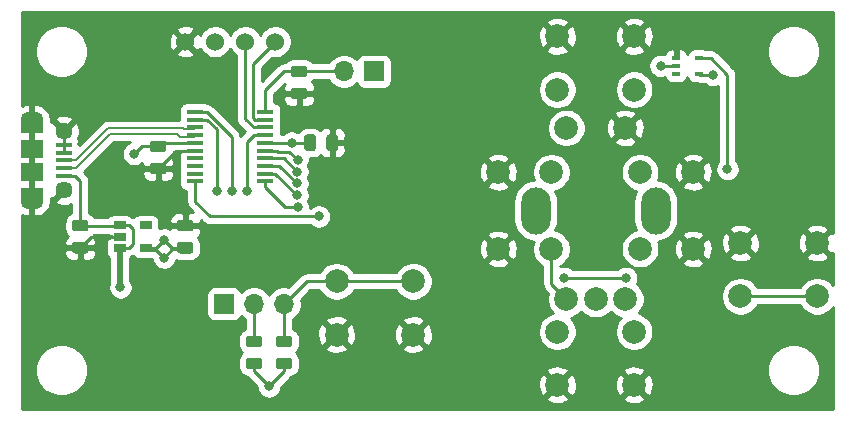
<source format=gbr>
G04 #@! TF.GenerationSoftware,KiCad,Pcbnew,(5.1.5)-3*
G04 #@! TF.CreationDate,2020-01-20T18:08:53-05:00*
G04 #@! TF.ProjectId,V-Naught_Display,562d4e61-7567-4687-945f-446973706c61,rev?*
G04 #@! TF.SameCoordinates,Original*
G04 #@! TF.FileFunction,Copper,L2,Bot*
G04 #@! TF.FilePolarity,Positive*
%FSLAX46Y46*%
G04 Gerber Fmt 4.6, Leading zero omitted, Abs format (unit mm)*
G04 Created by KiCad (PCBNEW (5.1.5)-3) date 2020-01-20 18:08:53*
%MOMM*%
%LPD*%
G04 APERTURE LIST*
%ADD10C,1.524000*%
%ADD11R,0.650000X0.400000*%
%ADD12C,2.000000*%
%ADD13O,2.500000X4.000000*%
%ADD14C,0.100000*%
%ADD15O,1.700000X1.700000*%
%ADD16R,1.700000X1.700000*%
%ADD17R,1.450000X0.450000*%
%ADD18R,1.060000X0.650000*%
%ADD19R,1.900000X1.200000*%
%ADD20O,1.900000X1.200000*%
%ADD21R,1.900000X1.500000*%
%ADD22C,1.450000*%
%ADD23R,1.350000X0.400000*%
%ADD24C,0.800000*%
%ADD25C,0.250000*%
%ADD26C,0.500000*%
%ADD27C,0.200000*%
%ADD28C,0.254000*%
G04 APERTURE END LIST*
D10*
X109660000Y-52850000D03*
X112200000Y-52850000D03*
X114740000Y-52850000D03*
X117280000Y-52850000D03*
D11*
X151220000Y-55550000D03*
X151220000Y-54250000D03*
X151220000Y-54900000D03*
X153120000Y-54250000D03*
X153120000Y-55550000D03*
D12*
X141920000Y-74650000D03*
X144420000Y-74650000D03*
X146920000Y-74650000D03*
X141920000Y-60150000D03*
X146920000Y-60150000D03*
D13*
X139340000Y-67150000D03*
X149500000Y-67150000D03*
D12*
X163170000Y-69900000D03*
X163170000Y-74400000D03*
X156670000Y-69900000D03*
X156670000Y-74400000D03*
X122475000Y-73145000D03*
X122475000Y-77645000D03*
X128975000Y-73145000D03*
X128975000Y-77645000D03*
G04 #@! TA.AperFunction,SMDPad,CuDef*
D14*
G36*
X115970142Y-77738674D02*
G01*
X115993803Y-77742184D01*
X116017007Y-77747996D01*
X116039529Y-77756054D01*
X116061153Y-77766282D01*
X116081670Y-77778579D01*
X116100883Y-77792829D01*
X116118607Y-77808893D01*
X116134671Y-77826617D01*
X116148921Y-77845830D01*
X116161218Y-77866347D01*
X116171446Y-77887971D01*
X116179504Y-77910493D01*
X116185316Y-77933697D01*
X116188826Y-77957358D01*
X116190000Y-77981250D01*
X116190000Y-78468750D01*
X116188826Y-78492642D01*
X116185316Y-78516303D01*
X116179504Y-78539507D01*
X116171446Y-78562029D01*
X116161218Y-78583653D01*
X116148921Y-78604170D01*
X116134671Y-78623383D01*
X116118607Y-78641107D01*
X116100883Y-78657171D01*
X116081670Y-78671421D01*
X116061153Y-78683718D01*
X116039529Y-78693946D01*
X116017007Y-78702004D01*
X115993803Y-78707816D01*
X115970142Y-78711326D01*
X115946250Y-78712500D01*
X115033750Y-78712500D01*
X115009858Y-78711326D01*
X114986197Y-78707816D01*
X114962993Y-78702004D01*
X114940471Y-78693946D01*
X114918847Y-78683718D01*
X114898330Y-78671421D01*
X114879117Y-78657171D01*
X114861393Y-78641107D01*
X114845329Y-78623383D01*
X114831079Y-78604170D01*
X114818782Y-78583653D01*
X114808554Y-78562029D01*
X114800496Y-78539507D01*
X114794684Y-78516303D01*
X114791174Y-78492642D01*
X114790000Y-78468750D01*
X114790000Y-77981250D01*
X114791174Y-77957358D01*
X114794684Y-77933697D01*
X114800496Y-77910493D01*
X114808554Y-77887971D01*
X114818782Y-77866347D01*
X114831079Y-77845830D01*
X114845329Y-77826617D01*
X114861393Y-77808893D01*
X114879117Y-77792829D01*
X114898330Y-77778579D01*
X114918847Y-77766282D01*
X114940471Y-77756054D01*
X114962993Y-77747996D01*
X114986197Y-77742184D01*
X115009858Y-77738674D01*
X115033750Y-77737500D01*
X115946250Y-77737500D01*
X115970142Y-77738674D01*
G37*
G04 #@! TD.AperFunction*
G04 #@! TA.AperFunction,SMDPad,CuDef*
G36*
X115970142Y-79613674D02*
G01*
X115993803Y-79617184D01*
X116017007Y-79622996D01*
X116039529Y-79631054D01*
X116061153Y-79641282D01*
X116081670Y-79653579D01*
X116100883Y-79667829D01*
X116118607Y-79683893D01*
X116134671Y-79701617D01*
X116148921Y-79720830D01*
X116161218Y-79741347D01*
X116171446Y-79762971D01*
X116179504Y-79785493D01*
X116185316Y-79808697D01*
X116188826Y-79832358D01*
X116190000Y-79856250D01*
X116190000Y-80343750D01*
X116188826Y-80367642D01*
X116185316Y-80391303D01*
X116179504Y-80414507D01*
X116171446Y-80437029D01*
X116161218Y-80458653D01*
X116148921Y-80479170D01*
X116134671Y-80498383D01*
X116118607Y-80516107D01*
X116100883Y-80532171D01*
X116081670Y-80546421D01*
X116061153Y-80558718D01*
X116039529Y-80568946D01*
X116017007Y-80577004D01*
X115993803Y-80582816D01*
X115970142Y-80586326D01*
X115946250Y-80587500D01*
X115033750Y-80587500D01*
X115009858Y-80586326D01*
X114986197Y-80582816D01*
X114962993Y-80577004D01*
X114940471Y-80568946D01*
X114918847Y-80558718D01*
X114898330Y-80546421D01*
X114879117Y-80532171D01*
X114861393Y-80516107D01*
X114845329Y-80498383D01*
X114831079Y-80479170D01*
X114818782Y-80458653D01*
X114808554Y-80437029D01*
X114800496Y-80414507D01*
X114794684Y-80391303D01*
X114791174Y-80367642D01*
X114790000Y-80343750D01*
X114790000Y-79856250D01*
X114791174Y-79832358D01*
X114794684Y-79808697D01*
X114800496Y-79785493D01*
X114808554Y-79762971D01*
X114818782Y-79741347D01*
X114831079Y-79720830D01*
X114845329Y-79701617D01*
X114861393Y-79683893D01*
X114879117Y-79667829D01*
X114898330Y-79653579D01*
X114918847Y-79641282D01*
X114940471Y-79631054D01*
X114962993Y-79622996D01*
X114986197Y-79617184D01*
X115009858Y-79613674D01*
X115033750Y-79612500D01*
X115946250Y-79612500D01*
X115970142Y-79613674D01*
G37*
G04 #@! TD.AperFunction*
G04 #@! TA.AperFunction,SMDPad,CuDef*
G36*
X119780142Y-56753674D02*
G01*
X119803803Y-56757184D01*
X119827007Y-56762996D01*
X119849529Y-56771054D01*
X119871153Y-56781282D01*
X119891670Y-56793579D01*
X119910883Y-56807829D01*
X119928607Y-56823893D01*
X119944671Y-56841617D01*
X119958921Y-56860830D01*
X119971218Y-56881347D01*
X119981446Y-56902971D01*
X119989504Y-56925493D01*
X119995316Y-56948697D01*
X119998826Y-56972358D01*
X120000000Y-56996250D01*
X120000000Y-57483750D01*
X119998826Y-57507642D01*
X119995316Y-57531303D01*
X119989504Y-57554507D01*
X119981446Y-57577029D01*
X119971218Y-57598653D01*
X119958921Y-57619170D01*
X119944671Y-57638383D01*
X119928607Y-57656107D01*
X119910883Y-57672171D01*
X119891670Y-57686421D01*
X119871153Y-57698718D01*
X119849529Y-57708946D01*
X119827007Y-57717004D01*
X119803803Y-57722816D01*
X119780142Y-57726326D01*
X119756250Y-57727500D01*
X118843750Y-57727500D01*
X118819858Y-57726326D01*
X118796197Y-57722816D01*
X118772993Y-57717004D01*
X118750471Y-57708946D01*
X118728847Y-57698718D01*
X118708330Y-57686421D01*
X118689117Y-57672171D01*
X118671393Y-57656107D01*
X118655329Y-57638383D01*
X118641079Y-57619170D01*
X118628782Y-57598653D01*
X118618554Y-57577029D01*
X118610496Y-57554507D01*
X118604684Y-57531303D01*
X118601174Y-57507642D01*
X118600000Y-57483750D01*
X118600000Y-56996250D01*
X118601174Y-56972358D01*
X118604684Y-56948697D01*
X118610496Y-56925493D01*
X118618554Y-56902971D01*
X118628782Y-56881347D01*
X118641079Y-56860830D01*
X118655329Y-56841617D01*
X118671393Y-56823893D01*
X118689117Y-56807829D01*
X118708330Y-56793579D01*
X118728847Y-56781282D01*
X118750471Y-56771054D01*
X118772993Y-56762996D01*
X118796197Y-56757184D01*
X118819858Y-56753674D01*
X118843750Y-56752500D01*
X119756250Y-56752500D01*
X119780142Y-56753674D01*
G37*
G04 #@! TD.AperFunction*
G04 #@! TA.AperFunction,SMDPad,CuDef*
G36*
X119780142Y-54878674D02*
G01*
X119803803Y-54882184D01*
X119827007Y-54887996D01*
X119849529Y-54896054D01*
X119871153Y-54906282D01*
X119891670Y-54918579D01*
X119910883Y-54932829D01*
X119928607Y-54948893D01*
X119944671Y-54966617D01*
X119958921Y-54985830D01*
X119971218Y-55006347D01*
X119981446Y-55027971D01*
X119989504Y-55050493D01*
X119995316Y-55073697D01*
X119998826Y-55097358D01*
X120000000Y-55121250D01*
X120000000Y-55608750D01*
X119998826Y-55632642D01*
X119995316Y-55656303D01*
X119989504Y-55679507D01*
X119981446Y-55702029D01*
X119971218Y-55723653D01*
X119958921Y-55744170D01*
X119944671Y-55763383D01*
X119928607Y-55781107D01*
X119910883Y-55797171D01*
X119891670Y-55811421D01*
X119871153Y-55823718D01*
X119849529Y-55833946D01*
X119827007Y-55842004D01*
X119803803Y-55847816D01*
X119780142Y-55851326D01*
X119756250Y-55852500D01*
X118843750Y-55852500D01*
X118819858Y-55851326D01*
X118796197Y-55847816D01*
X118772993Y-55842004D01*
X118750471Y-55833946D01*
X118728847Y-55823718D01*
X118708330Y-55811421D01*
X118689117Y-55797171D01*
X118671393Y-55781107D01*
X118655329Y-55763383D01*
X118641079Y-55744170D01*
X118628782Y-55723653D01*
X118618554Y-55702029D01*
X118610496Y-55679507D01*
X118604684Y-55656303D01*
X118601174Y-55632642D01*
X118600000Y-55608750D01*
X118600000Y-55121250D01*
X118601174Y-55097358D01*
X118604684Y-55073697D01*
X118610496Y-55050493D01*
X118618554Y-55027971D01*
X118628782Y-55006347D01*
X118641079Y-54985830D01*
X118655329Y-54966617D01*
X118671393Y-54948893D01*
X118689117Y-54932829D01*
X118708330Y-54918579D01*
X118728847Y-54906282D01*
X118750471Y-54896054D01*
X118772993Y-54887996D01*
X118796197Y-54882184D01*
X118819858Y-54878674D01*
X118843750Y-54877500D01*
X119756250Y-54877500D01*
X119780142Y-54878674D01*
G37*
G04 #@! TD.AperFunction*
G04 #@! TA.AperFunction,SMDPad,CuDef*
G36*
X118510142Y-77738674D02*
G01*
X118533803Y-77742184D01*
X118557007Y-77747996D01*
X118579529Y-77756054D01*
X118601153Y-77766282D01*
X118621670Y-77778579D01*
X118640883Y-77792829D01*
X118658607Y-77808893D01*
X118674671Y-77826617D01*
X118688921Y-77845830D01*
X118701218Y-77866347D01*
X118711446Y-77887971D01*
X118719504Y-77910493D01*
X118725316Y-77933697D01*
X118728826Y-77957358D01*
X118730000Y-77981250D01*
X118730000Y-78468750D01*
X118728826Y-78492642D01*
X118725316Y-78516303D01*
X118719504Y-78539507D01*
X118711446Y-78562029D01*
X118701218Y-78583653D01*
X118688921Y-78604170D01*
X118674671Y-78623383D01*
X118658607Y-78641107D01*
X118640883Y-78657171D01*
X118621670Y-78671421D01*
X118601153Y-78683718D01*
X118579529Y-78693946D01*
X118557007Y-78702004D01*
X118533803Y-78707816D01*
X118510142Y-78711326D01*
X118486250Y-78712500D01*
X117573750Y-78712500D01*
X117549858Y-78711326D01*
X117526197Y-78707816D01*
X117502993Y-78702004D01*
X117480471Y-78693946D01*
X117458847Y-78683718D01*
X117438330Y-78671421D01*
X117419117Y-78657171D01*
X117401393Y-78641107D01*
X117385329Y-78623383D01*
X117371079Y-78604170D01*
X117358782Y-78583653D01*
X117348554Y-78562029D01*
X117340496Y-78539507D01*
X117334684Y-78516303D01*
X117331174Y-78492642D01*
X117330000Y-78468750D01*
X117330000Y-77981250D01*
X117331174Y-77957358D01*
X117334684Y-77933697D01*
X117340496Y-77910493D01*
X117348554Y-77887971D01*
X117358782Y-77866347D01*
X117371079Y-77845830D01*
X117385329Y-77826617D01*
X117401393Y-77808893D01*
X117419117Y-77792829D01*
X117438330Y-77778579D01*
X117458847Y-77766282D01*
X117480471Y-77756054D01*
X117502993Y-77747996D01*
X117526197Y-77742184D01*
X117549858Y-77738674D01*
X117573750Y-77737500D01*
X118486250Y-77737500D01*
X118510142Y-77738674D01*
G37*
G04 #@! TD.AperFunction*
G04 #@! TA.AperFunction,SMDPad,CuDef*
G36*
X118510142Y-79613674D02*
G01*
X118533803Y-79617184D01*
X118557007Y-79622996D01*
X118579529Y-79631054D01*
X118601153Y-79641282D01*
X118621670Y-79653579D01*
X118640883Y-79667829D01*
X118658607Y-79683893D01*
X118674671Y-79701617D01*
X118688921Y-79720830D01*
X118701218Y-79741347D01*
X118711446Y-79762971D01*
X118719504Y-79785493D01*
X118725316Y-79808697D01*
X118728826Y-79832358D01*
X118730000Y-79856250D01*
X118730000Y-80343750D01*
X118728826Y-80367642D01*
X118725316Y-80391303D01*
X118719504Y-80414507D01*
X118711446Y-80437029D01*
X118701218Y-80458653D01*
X118688921Y-80479170D01*
X118674671Y-80498383D01*
X118658607Y-80516107D01*
X118640883Y-80532171D01*
X118621670Y-80546421D01*
X118601153Y-80558718D01*
X118579529Y-80568946D01*
X118557007Y-80577004D01*
X118533803Y-80582816D01*
X118510142Y-80586326D01*
X118486250Y-80587500D01*
X117573750Y-80587500D01*
X117549858Y-80586326D01*
X117526197Y-80582816D01*
X117502993Y-80577004D01*
X117480471Y-80568946D01*
X117458847Y-80558718D01*
X117438330Y-80546421D01*
X117419117Y-80532171D01*
X117401393Y-80516107D01*
X117385329Y-80498383D01*
X117371079Y-80479170D01*
X117358782Y-80458653D01*
X117348554Y-80437029D01*
X117340496Y-80414507D01*
X117334684Y-80391303D01*
X117331174Y-80367642D01*
X117330000Y-80343750D01*
X117330000Y-79856250D01*
X117331174Y-79832358D01*
X117334684Y-79808697D01*
X117340496Y-79785493D01*
X117348554Y-79762971D01*
X117358782Y-79741347D01*
X117371079Y-79720830D01*
X117385329Y-79701617D01*
X117401393Y-79683893D01*
X117419117Y-79667829D01*
X117438330Y-79653579D01*
X117458847Y-79641282D01*
X117480471Y-79631054D01*
X117502993Y-79622996D01*
X117526197Y-79617184D01*
X117549858Y-79613674D01*
X117573750Y-79612500D01*
X118486250Y-79612500D01*
X118510142Y-79613674D01*
G37*
G04 #@! TD.AperFunction*
D15*
X123110000Y-55365000D03*
D16*
X125650000Y-55365000D03*
D15*
X118030000Y-75050000D03*
X115490000Y-75050000D03*
D16*
X112950000Y-75050000D03*
D12*
X141170000Y-81900000D03*
X141170000Y-77400000D03*
X147670000Y-81900000D03*
X147670000Y-77400000D03*
X141170000Y-56900000D03*
X141170000Y-52400000D03*
X147670000Y-56900000D03*
X147670000Y-52400000D03*
X152670000Y-70400000D03*
X148170000Y-70400000D03*
X152670000Y-63900000D03*
X148170000Y-63900000D03*
D17*
X116420000Y-58815000D03*
X116420000Y-59465000D03*
X116420000Y-60115000D03*
X116420000Y-60765000D03*
X116420000Y-61415000D03*
X116420000Y-62065000D03*
X116420000Y-62715000D03*
X116420000Y-63365000D03*
X116420000Y-64015000D03*
X116420000Y-64665000D03*
X110520000Y-64665000D03*
X110520000Y-64015000D03*
X110520000Y-63365000D03*
X110520000Y-62715000D03*
X110520000Y-62065000D03*
X110520000Y-61415000D03*
X110520000Y-60765000D03*
X110520000Y-60115000D03*
X110520000Y-59465000D03*
X110520000Y-58815000D03*
D18*
X104115000Y-70310000D03*
X104115000Y-69360000D03*
X104115000Y-68410000D03*
X106315000Y-68410000D03*
X106315000Y-70310000D03*
D12*
X140670000Y-70400000D03*
X136170000Y-70400000D03*
X140670000Y-63900000D03*
X136170000Y-63900000D03*
D19*
X96682500Y-65800000D03*
X96682500Y-60000000D03*
D20*
X96682500Y-59400000D03*
X96682500Y-66400000D03*
D21*
X96682500Y-63900000D03*
D22*
X99382500Y-60400000D03*
D23*
X99382500Y-62900000D03*
X99382500Y-62250000D03*
X99382500Y-61600000D03*
X99382500Y-64200000D03*
X99382500Y-63550000D03*
D22*
X99382500Y-65400000D03*
D21*
X96682500Y-61900000D03*
G04 #@! TA.AperFunction,SMDPad,CuDef*
D14*
G36*
X122375142Y-60701174D02*
G01*
X122398803Y-60704684D01*
X122422007Y-60710496D01*
X122444529Y-60718554D01*
X122466153Y-60728782D01*
X122486670Y-60741079D01*
X122505883Y-60755329D01*
X122523607Y-60771393D01*
X122539671Y-60789117D01*
X122553921Y-60808330D01*
X122566218Y-60828847D01*
X122576446Y-60850471D01*
X122584504Y-60872993D01*
X122590316Y-60896197D01*
X122593826Y-60919858D01*
X122595000Y-60943750D01*
X122595000Y-61856250D01*
X122593826Y-61880142D01*
X122590316Y-61903803D01*
X122584504Y-61927007D01*
X122576446Y-61949529D01*
X122566218Y-61971153D01*
X122553921Y-61991670D01*
X122539671Y-62010883D01*
X122523607Y-62028607D01*
X122505883Y-62044671D01*
X122486670Y-62058921D01*
X122466153Y-62071218D01*
X122444529Y-62081446D01*
X122422007Y-62089504D01*
X122398803Y-62095316D01*
X122375142Y-62098826D01*
X122351250Y-62100000D01*
X121863750Y-62100000D01*
X121839858Y-62098826D01*
X121816197Y-62095316D01*
X121792993Y-62089504D01*
X121770471Y-62081446D01*
X121748847Y-62071218D01*
X121728330Y-62058921D01*
X121709117Y-62044671D01*
X121691393Y-62028607D01*
X121675329Y-62010883D01*
X121661079Y-61991670D01*
X121648782Y-61971153D01*
X121638554Y-61949529D01*
X121630496Y-61927007D01*
X121624684Y-61903803D01*
X121621174Y-61880142D01*
X121620000Y-61856250D01*
X121620000Y-60943750D01*
X121621174Y-60919858D01*
X121624684Y-60896197D01*
X121630496Y-60872993D01*
X121638554Y-60850471D01*
X121648782Y-60828847D01*
X121661079Y-60808330D01*
X121675329Y-60789117D01*
X121691393Y-60771393D01*
X121709117Y-60755329D01*
X121728330Y-60741079D01*
X121748847Y-60728782D01*
X121770471Y-60718554D01*
X121792993Y-60710496D01*
X121816197Y-60704684D01*
X121839858Y-60701174D01*
X121863750Y-60700000D01*
X122351250Y-60700000D01*
X122375142Y-60701174D01*
G37*
G04 #@! TD.AperFunction*
G04 #@! TA.AperFunction,SMDPad,CuDef*
G36*
X120500142Y-60701174D02*
G01*
X120523803Y-60704684D01*
X120547007Y-60710496D01*
X120569529Y-60718554D01*
X120591153Y-60728782D01*
X120611670Y-60741079D01*
X120630883Y-60755329D01*
X120648607Y-60771393D01*
X120664671Y-60789117D01*
X120678921Y-60808330D01*
X120691218Y-60828847D01*
X120701446Y-60850471D01*
X120709504Y-60872993D01*
X120715316Y-60896197D01*
X120718826Y-60919858D01*
X120720000Y-60943750D01*
X120720000Y-61856250D01*
X120718826Y-61880142D01*
X120715316Y-61903803D01*
X120709504Y-61927007D01*
X120701446Y-61949529D01*
X120691218Y-61971153D01*
X120678921Y-61991670D01*
X120664671Y-62010883D01*
X120648607Y-62028607D01*
X120630883Y-62044671D01*
X120611670Y-62058921D01*
X120591153Y-62071218D01*
X120569529Y-62081446D01*
X120547007Y-62089504D01*
X120523803Y-62095316D01*
X120500142Y-62098826D01*
X120476250Y-62100000D01*
X119988750Y-62100000D01*
X119964858Y-62098826D01*
X119941197Y-62095316D01*
X119917993Y-62089504D01*
X119895471Y-62081446D01*
X119873847Y-62071218D01*
X119853330Y-62058921D01*
X119834117Y-62044671D01*
X119816393Y-62028607D01*
X119800329Y-62010883D01*
X119786079Y-61991670D01*
X119773782Y-61971153D01*
X119763554Y-61949529D01*
X119755496Y-61927007D01*
X119749684Y-61903803D01*
X119746174Y-61880142D01*
X119745000Y-61856250D01*
X119745000Y-60943750D01*
X119746174Y-60919858D01*
X119749684Y-60896197D01*
X119755496Y-60872993D01*
X119763554Y-60850471D01*
X119773782Y-60828847D01*
X119786079Y-60808330D01*
X119800329Y-60789117D01*
X119816393Y-60771393D01*
X119834117Y-60755329D01*
X119853330Y-60741079D01*
X119873847Y-60728782D01*
X119895471Y-60718554D01*
X119917993Y-60710496D01*
X119941197Y-60704684D01*
X119964858Y-60701174D01*
X119988750Y-60700000D01*
X120476250Y-60700000D01*
X120500142Y-60701174D01*
G37*
G04 #@! TD.AperFunction*
G04 #@! TA.AperFunction,SMDPad,CuDef*
G36*
X107850142Y-61228674D02*
G01*
X107873803Y-61232184D01*
X107897007Y-61237996D01*
X107919529Y-61246054D01*
X107941153Y-61256282D01*
X107961670Y-61268579D01*
X107980883Y-61282829D01*
X107998607Y-61298893D01*
X108014671Y-61316617D01*
X108028921Y-61335830D01*
X108041218Y-61356347D01*
X108051446Y-61377971D01*
X108059504Y-61400493D01*
X108065316Y-61423697D01*
X108068826Y-61447358D01*
X108070000Y-61471250D01*
X108070000Y-61958750D01*
X108068826Y-61982642D01*
X108065316Y-62006303D01*
X108059504Y-62029507D01*
X108051446Y-62052029D01*
X108041218Y-62073653D01*
X108028921Y-62094170D01*
X108014671Y-62113383D01*
X107998607Y-62131107D01*
X107980883Y-62147171D01*
X107961670Y-62161421D01*
X107941153Y-62173718D01*
X107919529Y-62183946D01*
X107897007Y-62192004D01*
X107873803Y-62197816D01*
X107850142Y-62201326D01*
X107826250Y-62202500D01*
X106913750Y-62202500D01*
X106889858Y-62201326D01*
X106866197Y-62197816D01*
X106842993Y-62192004D01*
X106820471Y-62183946D01*
X106798847Y-62173718D01*
X106778330Y-62161421D01*
X106759117Y-62147171D01*
X106741393Y-62131107D01*
X106725329Y-62113383D01*
X106711079Y-62094170D01*
X106698782Y-62073653D01*
X106688554Y-62052029D01*
X106680496Y-62029507D01*
X106674684Y-62006303D01*
X106671174Y-61982642D01*
X106670000Y-61958750D01*
X106670000Y-61471250D01*
X106671174Y-61447358D01*
X106674684Y-61423697D01*
X106680496Y-61400493D01*
X106688554Y-61377971D01*
X106698782Y-61356347D01*
X106711079Y-61335830D01*
X106725329Y-61316617D01*
X106741393Y-61298893D01*
X106759117Y-61282829D01*
X106778330Y-61268579D01*
X106798847Y-61256282D01*
X106820471Y-61246054D01*
X106842993Y-61237996D01*
X106866197Y-61232184D01*
X106889858Y-61228674D01*
X106913750Y-61227500D01*
X107826250Y-61227500D01*
X107850142Y-61228674D01*
G37*
G04 #@! TD.AperFunction*
G04 #@! TA.AperFunction,SMDPad,CuDef*
G36*
X107850142Y-63103674D02*
G01*
X107873803Y-63107184D01*
X107897007Y-63112996D01*
X107919529Y-63121054D01*
X107941153Y-63131282D01*
X107961670Y-63143579D01*
X107980883Y-63157829D01*
X107998607Y-63173893D01*
X108014671Y-63191617D01*
X108028921Y-63210830D01*
X108041218Y-63231347D01*
X108051446Y-63252971D01*
X108059504Y-63275493D01*
X108065316Y-63298697D01*
X108068826Y-63322358D01*
X108070000Y-63346250D01*
X108070000Y-63833750D01*
X108068826Y-63857642D01*
X108065316Y-63881303D01*
X108059504Y-63904507D01*
X108051446Y-63927029D01*
X108041218Y-63948653D01*
X108028921Y-63969170D01*
X108014671Y-63988383D01*
X107998607Y-64006107D01*
X107980883Y-64022171D01*
X107961670Y-64036421D01*
X107941153Y-64048718D01*
X107919529Y-64058946D01*
X107897007Y-64067004D01*
X107873803Y-64072816D01*
X107850142Y-64076326D01*
X107826250Y-64077500D01*
X106913750Y-64077500D01*
X106889858Y-64076326D01*
X106866197Y-64072816D01*
X106842993Y-64067004D01*
X106820471Y-64058946D01*
X106798847Y-64048718D01*
X106778330Y-64036421D01*
X106759117Y-64022171D01*
X106741393Y-64006107D01*
X106725329Y-63988383D01*
X106711079Y-63969170D01*
X106698782Y-63948653D01*
X106688554Y-63927029D01*
X106680496Y-63904507D01*
X106674684Y-63881303D01*
X106671174Y-63857642D01*
X106670000Y-63833750D01*
X106670000Y-63346250D01*
X106671174Y-63322358D01*
X106674684Y-63298697D01*
X106680496Y-63275493D01*
X106688554Y-63252971D01*
X106698782Y-63231347D01*
X106711079Y-63210830D01*
X106725329Y-63191617D01*
X106741393Y-63173893D01*
X106759117Y-63157829D01*
X106778330Y-63143579D01*
X106798847Y-63131282D01*
X106820471Y-63121054D01*
X106842993Y-63112996D01*
X106866197Y-63107184D01*
X106889858Y-63103674D01*
X106913750Y-63102500D01*
X107826250Y-63102500D01*
X107850142Y-63103674D01*
G37*
G04 #@! TD.AperFunction*
G04 #@! TA.AperFunction,SMDPad,CuDef*
G36*
X110140142Y-67936174D02*
G01*
X110163803Y-67939684D01*
X110187007Y-67945496D01*
X110209529Y-67953554D01*
X110231153Y-67963782D01*
X110251670Y-67976079D01*
X110270883Y-67990329D01*
X110288607Y-68006393D01*
X110304671Y-68024117D01*
X110318921Y-68043330D01*
X110331218Y-68063847D01*
X110341446Y-68085471D01*
X110349504Y-68107993D01*
X110355316Y-68131197D01*
X110358826Y-68154858D01*
X110360000Y-68178750D01*
X110360000Y-68666250D01*
X110358826Y-68690142D01*
X110355316Y-68713803D01*
X110349504Y-68737007D01*
X110341446Y-68759529D01*
X110331218Y-68781153D01*
X110318921Y-68801670D01*
X110304671Y-68820883D01*
X110288607Y-68838607D01*
X110270883Y-68854671D01*
X110251670Y-68868921D01*
X110231153Y-68881218D01*
X110209529Y-68891446D01*
X110187007Y-68899504D01*
X110163803Y-68905316D01*
X110140142Y-68908826D01*
X110116250Y-68910000D01*
X109203750Y-68910000D01*
X109179858Y-68908826D01*
X109156197Y-68905316D01*
X109132993Y-68899504D01*
X109110471Y-68891446D01*
X109088847Y-68881218D01*
X109068330Y-68868921D01*
X109049117Y-68854671D01*
X109031393Y-68838607D01*
X109015329Y-68820883D01*
X109001079Y-68801670D01*
X108988782Y-68781153D01*
X108978554Y-68759529D01*
X108970496Y-68737007D01*
X108964684Y-68713803D01*
X108961174Y-68690142D01*
X108960000Y-68666250D01*
X108960000Y-68178750D01*
X108961174Y-68154858D01*
X108964684Y-68131197D01*
X108970496Y-68107993D01*
X108978554Y-68085471D01*
X108988782Y-68063847D01*
X109001079Y-68043330D01*
X109015329Y-68024117D01*
X109031393Y-68006393D01*
X109049117Y-67990329D01*
X109068330Y-67976079D01*
X109088847Y-67963782D01*
X109110471Y-67953554D01*
X109132993Y-67945496D01*
X109156197Y-67939684D01*
X109179858Y-67936174D01*
X109203750Y-67935000D01*
X110116250Y-67935000D01*
X110140142Y-67936174D01*
G37*
G04 #@! TD.AperFunction*
G04 #@! TA.AperFunction,SMDPad,CuDef*
G36*
X110140142Y-69811174D02*
G01*
X110163803Y-69814684D01*
X110187007Y-69820496D01*
X110209529Y-69828554D01*
X110231153Y-69838782D01*
X110251670Y-69851079D01*
X110270883Y-69865329D01*
X110288607Y-69881393D01*
X110304671Y-69899117D01*
X110318921Y-69918330D01*
X110331218Y-69938847D01*
X110341446Y-69960471D01*
X110349504Y-69982993D01*
X110355316Y-70006197D01*
X110358826Y-70029858D01*
X110360000Y-70053750D01*
X110360000Y-70541250D01*
X110358826Y-70565142D01*
X110355316Y-70588803D01*
X110349504Y-70612007D01*
X110341446Y-70634529D01*
X110331218Y-70656153D01*
X110318921Y-70676670D01*
X110304671Y-70695883D01*
X110288607Y-70713607D01*
X110270883Y-70729671D01*
X110251670Y-70743921D01*
X110231153Y-70756218D01*
X110209529Y-70766446D01*
X110187007Y-70774504D01*
X110163803Y-70780316D01*
X110140142Y-70783826D01*
X110116250Y-70785000D01*
X109203750Y-70785000D01*
X109179858Y-70783826D01*
X109156197Y-70780316D01*
X109132993Y-70774504D01*
X109110471Y-70766446D01*
X109088847Y-70756218D01*
X109068330Y-70743921D01*
X109049117Y-70729671D01*
X109031393Y-70713607D01*
X109015329Y-70695883D01*
X109001079Y-70676670D01*
X108988782Y-70656153D01*
X108978554Y-70634529D01*
X108970496Y-70612007D01*
X108964684Y-70588803D01*
X108961174Y-70565142D01*
X108960000Y-70541250D01*
X108960000Y-70053750D01*
X108961174Y-70029858D01*
X108964684Y-70006197D01*
X108970496Y-69982993D01*
X108978554Y-69960471D01*
X108988782Y-69938847D01*
X109001079Y-69918330D01*
X109015329Y-69899117D01*
X109031393Y-69881393D01*
X109049117Y-69865329D01*
X109068330Y-69851079D01*
X109088847Y-69838782D01*
X109110471Y-69828554D01*
X109132993Y-69820496D01*
X109156197Y-69814684D01*
X109179858Y-69811174D01*
X109203750Y-69810000D01*
X110116250Y-69810000D01*
X110140142Y-69811174D01*
G37*
G04 #@! TD.AperFunction*
G04 #@! TA.AperFunction,SMDPad,CuDef*
G36*
X101250142Y-69811174D02*
G01*
X101273803Y-69814684D01*
X101297007Y-69820496D01*
X101319529Y-69828554D01*
X101341153Y-69838782D01*
X101361670Y-69851079D01*
X101380883Y-69865329D01*
X101398607Y-69881393D01*
X101414671Y-69899117D01*
X101428921Y-69918330D01*
X101441218Y-69938847D01*
X101451446Y-69960471D01*
X101459504Y-69982993D01*
X101465316Y-70006197D01*
X101468826Y-70029858D01*
X101470000Y-70053750D01*
X101470000Y-70541250D01*
X101468826Y-70565142D01*
X101465316Y-70588803D01*
X101459504Y-70612007D01*
X101451446Y-70634529D01*
X101441218Y-70656153D01*
X101428921Y-70676670D01*
X101414671Y-70695883D01*
X101398607Y-70713607D01*
X101380883Y-70729671D01*
X101361670Y-70743921D01*
X101341153Y-70756218D01*
X101319529Y-70766446D01*
X101297007Y-70774504D01*
X101273803Y-70780316D01*
X101250142Y-70783826D01*
X101226250Y-70785000D01*
X100313750Y-70785000D01*
X100289858Y-70783826D01*
X100266197Y-70780316D01*
X100242993Y-70774504D01*
X100220471Y-70766446D01*
X100198847Y-70756218D01*
X100178330Y-70743921D01*
X100159117Y-70729671D01*
X100141393Y-70713607D01*
X100125329Y-70695883D01*
X100111079Y-70676670D01*
X100098782Y-70656153D01*
X100088554Y-70634529D01*
X100080496Y-70612007D01*
X100074684Y-70588803D01*
X100071174Y-70565142D01*
X100070000Y-70541250D01*
X100070000Y-70053750D01*
X100071174Y-70029858D01*
X100074684Y-70006197D01*
X100080496Y-69982993D01*
X100088554Y-69960471D01*
X100098782Y-69938847D01*
X100111079Y-69918330D01*
X100125329Y-69899117D01*
X100141393Y-69881393D01*
X100159117Y-69865329D01*
X100178330Y-69851079D01*
X100198847Y-69838782D01*
X100220471Y-69828554D01*
X100242993Y-69820496D01*
X100266197Y-69814684D01*
X100289858Y-69811174D01*
X100313750Y-69810000D01*
X101226250Y-69810000D01*
X101250142Y-69811174D01*
G37*
G04 #@! TD.AperFunction*
G04 #@! TA.AperFunction,SMDPad,CuDef*
G36*
X101250142Y-67936174D02*
G01*
X101273803Y-67939684D01*
X101297007Y-67945496D01*
X101319529Y-67953554D01*
X101341153Y-67963782D01*
X101361670Y-67976079D01*
X101380883Y-67990329D01*
X101398607Y-68006393D01*
X101414671Y-68024117D01*
X101428921Y-68043330D01*
X101441218Y-68063847D01*
X101451446Y-68085471D01*
X101459504Y-68107993D01*
X101465316Y-68131197D01*
X101468826Y-68154858D01*
X101470000Y-68178750D01*
X101470000Y-68666250D01*
X101468826Y-68690142D01*
X101465316Y-68713803D01*
X101459504Y-68737007D01*
X101451446Y-68759529D01*
X101441218Y-68781153D01*
X101428921Y-68801670D01*
X101414671Y-68820883D01*
X101398607Y-68838607D01*
X101380883Y-68854671D01*
X101361670Y-68868921D01*
X101341153Y-68881218D01*
X101319529Y-68891446D01*
X101297007Y-68899504D01*
X101273803Y-68905316D01*
X101250142Y-68908826D01*
X101226250Y-68910000D01*
X100313750Y-68910000D01*
X100289858Y-68908826D01*
X100266197Y-68905316D01*
X100242993Y-68899504D01*
X100220471Y-68891446D01*
X100198847Y-68881218D01*
X100178330Y-68868921D01*
X100159117Y-68854671D01*
X100141393Y-68838607D01*
X100125329Y-68820883D01*
X100111079Y-68801670D01*
X100098782Y-68781153D01*
X100088554Y-68759529D01*
X100080496Y-68737007D01*
X100074684Y-68713803D01*
X100071174Y-68690142D01*
X100070000Y-68666250D01*
X100070000Y-68178750D01*
X100071174Y-68154858D01*
X100074684Y-68131197D01*
X100080496Y-68107993D01*
X100088554Y-68085471D01*
X100098782Y-68063847D01*
X100111079Y-68043330D01*
X100125329Y-68024117D01*
X100141393Y-68006393D01*
X100159117Y-67990329D01*
X100178330Y-67976079D01*
X100198847Y-67963782D01*
X100220471Y-67953554D01*
X100242993Y-67945496D01*
X100266197Y-67939684D01*
X100289858Y-67936174D01*
X100313750Y-67935000D01*
X101226250Y-67935000D01*
X101250142Y-67936174D01*
G37*
G04 #@! TD.AperFunction*
D24*
X151670000Y-53150000D03*
X159920000Y-62150000D03*
X104170000Y-73650000D03*
X154370000Y-55650000D03*
X107882000Y-71138000D03*
X107882000Y-69614000D03*
X118670000Y-61400000D03*
X116760000Y-82035000D03*
X105330000Y-62350000D03*
X119160000Y-63850000D03*
X119170000Y-66850000D03*
X119160000Y-65850000D03*
X119160000Y-64850000D03*
X114855000Y-65525000D03*
X113585000Y-65525000D03*
X112315000Y-65525000D03*
X155570000Y-63650000D03*
X120970000Y-67650000D03*
X141770000Y-72850000D03*
X146970000Y-72850000D03*
X149920000Y-54900000D03*
X119177942Y-62842636D03*
D25*
X101707500Y-69360000D02*
X100770000Y-70297500D01*
X104115000Y-69360000D02*
X101707500Y-69360000D01*
X108895000Y-62065000D02*
X107370000Y-63590000D01*
X110520000Y-62065000D02*
X108895000Y-62065000D01*
X99382500Y-62250000D02*
X99382500Y-60400000D01*
X151220000Y-54250000D02*
X151220000Y-53600000D01*
X151220000Y-53600000D02*
X151670000Y-53150000D01*
X104115000Y-70310000D02*
X104900000Y-70310000D01*
X104900000Y-70310000D02*
X105215000Y-69995000D01*
X105215000Y-69995000D02*
X105215000Y-68725000D01*
X104900000Y-68410000D02*
X104115000Y-68410000D01*
X105215000Y-68725000D02*
X104900000Y-68410000D01*
X104102500Y-68422500D02*
X104115000Y-68410000D01*
X100770000Y-68422500D02*
X104102500Y-68422500D01*
X100770000Y-67935000D02*
X100770000Y-68422500D01*
X100770000Y-64662500D02*
X100770000Y-67935000D01*
X100307500Y-64200000D02*
X100770000Y-64662500D01*
X99382500Y-64200000D02*
X100307500Y-64200000D01*
D26*
X104115000Y-70310000D02*
X104115000Y-73595000D01*
D25*
X104115000Y-73595000D02*
X104170000Y-73650000D01*
X153220000Y-55650000D02*
X153120000Y-55550000D01*
X154370000Y-55650000D02*
X153220000Y-55650000D01*
X108578000Y-70442000D02*
X107882000Y-71138000D01*
X109449000Y-70442000D02*
X108578000Y-70442000D01*
X107198500Y-70454500D02*
X107882000Y-71138000D01*
X106104000Y-70454500D02*
X107198500Y-70454500D01*
X106327500Y-70297500D02*
X106315000Y-70310000D01*
X107186000Y-70310000D02*
X107882000Y-69614000D01*
X106315000Y-70310000D02*
X107186000Y-70310000D01*
X108565500Y-70297500D02*
X107882000Y-69614000D01*
X109660000Y-70297500D02*
X108565500Y-70297500D01*
X116435000Y-61400000D02*
X116420000Y-61415000D01*
X120232500Y-61400000D02*
X118670000Y-61400000D01*
X118670000Y-61400000D02*
X116435000Y-61400000D01*
X118030000Y-80100000D02*
X118030000Y-80765000D01*
X118030000Y-80765000D02*
X116760000Y-82035000D01*
X115490000Y-80765000D02*
X116760000Y-82035000D01*
X115490000Y-80100000D02*
X115490000Y-80765000D01*
X116760000Y-82035000D02*
X116760000Y-82035000D01*
X107670000Y-61415000D02*
X107370000Y-61715000D01*
X110520000Y-61415000D02*
X107670000Y-61415000D01*
X107370000Y-61715000D02*
X105965000Y-61715000D01*
X105965000Y-61715000D02*
X105330000Y-62350000D01*
D27*
X103095002Y-60199999D02*
X109514999Y-60199999D01*
X100395001Y-62900000D02*
X103095002Y-60199999D01*
X109554999Y-60239999D02*
X110395001Y-60239999D01*
X99382500Y-62900000D02*
X100395001Y-62900000D01*
X109514999Y-60199999D02*
X109554999Y-60239999D01*
X110395001Y-60239999D02*
X110520000Y-60115000D01*
X110381398Y-60889999D02*
X110506397Y-60765000D01*
X110506397Y-60765000D02*
X110520000Y-60765000D01*
X99382500Y-63550000D02*
X100395001Y-63550000D01*
X100395001Y-63550000D02*
X103295011Y-60649990D01*
X109226000Y-60889999D02*
X110381398Y-60889999D01*
X103295011Y-60649990D02*
X108985991Y-60649990D01*
X108985991Y-60649990D02*
X109226000Y-60889999D01*
D25*
X116518001Y-53611999D02*
X117280000Y-52850000D01*
X115369999Y-54760001D02*
X116518001Y-53611999D01*
X115369999Y-59300001D02*
X115369999Y-54760001D01*
X115534998Y-59465000D02*
X115369999Y-59300001D01*
X116420000Y-59465000D02*
X115534998Y-59465000D01*
X114740000Y-53927630D02*
X114740000Y-52850000D01*
X114740000Y-59410000D02*
X114740000Y-53927630D01*
X115445000Y-60115000D02*
X114740000Y-59410000D01*
X116420000Y-60115000D02*
X115445000Y-60115000D01*
X116420000Y-62715000D02*
X118025000Y-62715000D01*
X118025000Y-62715000D02*
X119160000Y-63850000D01*
X116420000Y-64665000D02*
X116420000Y-65140000D01*
X116420000Y-65140000D02*
X118130003Y-66850003D01*
X118130006Y-66850000D02*
X119170000Y-66850000D01*
X118130003Y-66850003D02*
X118130006Y-66850000D01*
X119086998Y-65850000D02*
X119160000Y-65850000D01*
X116420000Y-64015000D02*
X117251998Y-64015000D01*
X117251998Y-64015000D02*
X119086998Y-65850000D01*
X140670000Y-73400000D02*
X141920000Y-74650000D01*
X140670000Y-70400000D02*
X140670000Y-73400000D01*
X116420000Y-63365000D02*
X117601998Y-63365000D01*
X119086998Y-64850000D02*
X119160000Y-64850000D01*
X117601998Y-63365000D02*
X119086998Y-64850000D01*
X118030000Y-78225000D02*
X118030000Y-75050000D01*
X128975000Y-73145000D02*
X122475000Y-73145000D01*
X119935000Y-73145000D02*
X118030000Y-75050000D01*
X122475000Y-73145000D02*
X119935000Y-73145000D01*
X114855000Y-61355000D02*
X114855000Y-65525000D01*
X116420000Y-60765000D02*
X115445000Y-60765000D01*
X115445000Y-60765000D02*
X114855000Y-61355000D01*
X115490000Y-78225000D02*
X115490000Y-75050000D01*
X113585000Y-60905000D02*
X113585000Y-65525000D01*
X110520000Y-58815000D02*
X111495000Y-58815000D01*
X111495000Y-58815000D02*
X113585000Y-60905000D01*
X112315000Y-60285000D02*
X112315000Y-65525000D01*
X110520000Y-59465000D02*
X111495000Y-59465000D01*
X111495000Y-59465000D02*
X112315000Y-60285000D01*
X116420000Y-58815000D02*
X116420000Y-56975000D01*
X118030000Y-55365000D02*
X119300000Y-55365000D01*
X116420000Y-56975000D02*
X118030000Y-55365000D01*
X119300000Y-55365000D02*
X123110000Y-55365000D01*
X153120000Y-54250000D02*
X154170000Y-54250000D01*
X154170000Y-54250000D02*
X155570000Y-55650000D01*
X155570000Y-55650000D02*
X155570000Y-63650000D01*
X110520000Y-66400000D02*
X110520000Y-64665000D01*
X111770000Y-67650000D02*
X120970000Y-67650000D01*
X110520000Y-66400000D02*
X111770000Y-67650000D01*
X146970000Y-72850000D02*
X141770000Y-72850000D01*
X163170000Y-74400000D02*
X156670000Y-74400000D01*
X151220000Y-54900000D02*
X149920000Y-54900000D01*
X119177942Y-62842636D02*
X118485306Y-62150000D01*
X117395000Y-62065000D02*
X116420000Y-62065000D01*
X117480000Y-62150000D02*
X117395000Y-62065000D01*
X118485306Y-62150000D02*
X117480000Y-62150000D01*
D28*
G36*
X164510001Y-69018292D02*
G01*
X164305413Y-68944192D01*
X163349605Y-69900000D01*
X164305413Y-70855808D01*
X164510001Y-70781708D01*
X164510001Y-73462531D01*
X164439987Y-73357748D01*
X164212252Y-73130013D01*
X163944463Y-72951082D01*
X163646912Y-72827832D01*
X163331033Y-72765000D01*
X163008967Y-72765000D01*
X162693088Y-72827832D01*
X162395537Y-72951082D01*
X162127748Y-73130013D01*
X161900013Y-73357748D01*
X161721082Y-73625537D01*
X161715091Y-73640000D01*
X158124909Y-73640000D01*
X158118918Y-73625537D01*
X157939987Y-73357748D01*
X157712252Y-73130013D01*
X157444463Y-72951082D01*
X157146912Y-72827832D01*
X156831033Y-72765000D01*
X156508967Y-72765000D01*
X156193088Y-72827832D01*
X155895537Y-72951082D01*
X155627748Y-73130013D01*
X155400013Y-73357748D01*
X155221082Y-73625537D01*
X155097832Y-73923088D01*
X155035000Y-74238967D01*
X155035000Y-74561033D01*
X155097832Y-74876912D01*
X155221082Y-75174463D01*
X155400013Y-75442252D01*
X155627748Y-75669987D01*
X155895537Y-75848918D01*
X156193088Y-75972168D01*
X156508967Y-76035000D01*
X156831033Y-76035000D01*
X157146912Y-75972168D01*
X157444463Y-75848918D01*
X157712252Y-75669987D01*
X157939987Y-75442252D01*
X158118918Y-75174463D01*
X158124909Y-75160000D01*
X161715091Y-75160000D01*
X161721082Y-75174463D01*
X161900013Y-75442252D01*
X162127748Y-75669987D01*
X162395537Y-75848918D01*
X162693088Y-75972168D01*
X163008967Y-76035000D01*
X163331033Y-76035000D01*
X163646912Y-75972168D01*
X163944463Y-75848918D01*
X164212252Y-75669987D01*
X164439987Y-75442252D01*
X164510001Y-75337469D01*
X164510001Y-83990000D01*
X95830000Y-83990000D01*
X95830000Y-80429872D01*
X96935000Y-80429872D01*
X96935000Y-80870128D01*
X97020890Y-81301925D01*
X97189369Y-81708669D01*
X97433962Y-82074729D01*
X97745271Y-82386038D01*
X98111331Y-82630631D01*
X98518075Y-82799110D01*
X98949872Y-82885000D01*
X99390128Y-82885000D01*
X99821925Y-82799110D01*
X100228669Y-82630631D01*
X100594729Y-82386038D01*
X100906038Y-82074729D01*
X101150631Y-81708669D01*
X101319110Y-81301925D01*
X101405000Y-80870128D01*
X101405000Y-80429872D01*
X101319110Y-79998075D01*
X101150631Y-79591331D01*
X100906038Y-79225271D01*
X100594729Y-78913962D01*
X100228669Y-78669369D01*
X99821925Y-78500890D01*
X99390128Y-78415000D01*
X98949872Y-78415000D01*
X98518075Y-78500890D01*
X98111331Y-78669369D01*
X97745271Y-78913962D01*
X97433962Y-79225271D01*
X97189369Y-79591331D01*
X97020890Y-79998075D01*
X96935000Y-80429872D01*
X95830000Y-80429872D01*
X95830000Y-70785000D01*
X99431928Y-70785000D01*
X99444188Y-70909482D01*
X99480498Y-71029180D01*
X99539463Y-71139494D01*
X99618815Y-71236185D01*
X99715506Y-71315537D01*
X99825820Y-71374502D01*
X99945518Y-71410812D01*
X100070000Y-71423072D01*
X100484250Y-71420000D01*
X100643000Y-71261250D01*
X100643000Y-70424500D01*
X100897000Y-70424500D01*
X100897000Y-71261250D01*
X101055750Y-71420000D01*
X101470000Y-71423072D01*
X101594482Y-71410812D01*
X101714180Y-71374502D01*
X101824494Y-71315537D01*
X101921185Y-71236185D01*
X102000537Y-71139494D01*
X102059502Y-71029180D01*
X102095812Y-70909482D01*
X102108072Y-70785000D01*
X102105000Y-70583250D01*
X101946250Y-70424500D01*
X100897000Y-70424500D01*
X100643000Y-70424500D01*
X99593750Y-70424500D01*
X99435000Y-70583250D01*
X99431928Y-70785000D01*
X95830000Y-70785000D01*
X95830000Y-67529053D01*
X95967004Y-67586493D01*
X96205500Y-67635000D01*
X96555500Y-67635000D01*
X96555500Y-64027000D01*
X96535500Y-64027000D01*
X96535500Y-63773000D01*
X96555500Y-63773000D01*
X96555500Y-62027000D01*
X96535500Y-62027000D01*
X96535500Y-61773000D01*
X96555500Y-61773000D01*
X96555500Y-58165000D01*
X96809500Y-58165000D01*
X96809500Y-61773000D01*
X96829500Y-61773000D01*
X96829500Y-62027000D01*
X96809500Y-62027000D01*
X96809500Y-63773000D01*
X96829500Y-63773000D01*
X96829500Y-64027000D01*
X96809500Y-64027000D01*
X96809500Y-67635000D01*
X97159500Y-67635000D01*
X97397996Y-67586493D01*
X97622446Y-67492390D01*
X97824225Y-67356307D01*
X97995578Y-67183474D01*
X98129921Y-66980533D01*
X98222091Y-66755282D01*
X98225962Y-66717609D01*
X98202179Y-66681265D01*
X98222002Y-66644180D01*
X98257548Y-66527002D01*
X98267500Y-66527002D01*
X98267500Y-66431192D01*
X98270572Y-66400000D01*
X98267767Y-66113091D01*
X98443367Y-66159528D01*
X99202895Y-65400000D01*
X99188753Y-65385858D01*
X99368358Y-65206253D01*
X99382500Y-65220395D01*
X99396643Y-65206253D01*
X99576248Y-65385858D01*
X99562105Y-65400000D01*
X99576248Y-65414143D01*
X99396643Y-65593748D01*
X99382500Y-65579605D01*
X98622972Y-66339133D01*
X98685465Y-66575450D01*
X98928178Y-66688850D01*
X99188349Y-66752719D01*
X99455982Y-66764604D01*
X99720791Y-66724048D01*
X99972600Y-66632609D01*
X100010001Y-66612618D01*
X100010001Y-67353827D01*
X99976291Y-67364053D01*
X99823836Y-67445542D01*
X99690208Y-67555208D01*
X99580542Y-67688836D01*
X99499053Y-67841291D01*
X99448872Y-68006715D01*
X99431928Y-68178750D01*
X99431928Y-68666250D01*
X99448872Y-68838285D01*
X99499053Y-69003709D01*
X99580542Y-69156164D01*
X99690208Y-69289792D01*
X99696564Y-69295008D01*
X99618815Y-69358815D01*
X99539463Y-69455506D01*
X99480498Y-69565820D01*
X99444188Y-69685518D01*
X99431928Y-69810000D01*
X99435000Y-70011750D01*
X99593750Y-70170500D01*
X100643000Y-70170500D01*
X100643000Y-70150500D01*
X100897000Y-70150500D01*
X100897000Y-70170500D01*
X101946250Y-70170500D01*
X102105000Y-70011750D01*
X102108072Y-69810000D01*
X102095812Y-69685518D01*
X102059502Y-69565820D01*
X102000537Y-69455506D01*
X101921185Y-69358815D01*
X101843436Y-69295008D01*
X101849792Y-69289792D01*
X101937845Y-69182500D01*
X103058250Y-69182500D01*
X103108750Y-69233000D01*
X103190859Y-69233000D01*
X103230506Y-69265537D01*
X103340820Y-69324502D01*
X103457841Y-69360000D01*
X103340820Y-69395498D01*
X103230506Y-69454463D01*
X103190859Y-69487000D01*
X103108750Y-69487000D01*
X102950000Y-69645750D01*
X102946928Y-69685000D01*
X102959188Y-69809482D01*
X102966929Y-69835000D01*
X102959188Y-69860518D01*
X102946928Y-69985000D01*
X102946928Y-70635000D01*
X102959188Y-70759482D01*
X102995498Y-70879180D01*
X103054463Y-70989494D01*
X103133815Y-71086185D01*
X103230000Y-71165122D01*
X103230001Y-73214773D01*
X103174774Y-73348102D01*
X103135000Y-73548061D01*
X103135000Y-73751939D01*
X103174774Y-73951898D01*
X103252795Y-74140256D01*
X103366063Y-74309774D01*
X103510226Y-74453937D01*
X103679744Y-74567205D01*
X103868102Y-74645226D01*
X104068061Y-74685000D01*
X104271939Y-74685000D01*
X104471898Y-74645226D01*
X104660256Y-74567205D01*
X104829774Y-74453937D01*
X104973937Y-74309774D01*
X105047285Y-74200000D01*
X111461928Y-74200000D01*
X111461928Y-75900000D01*
X111474188Y-76024482D01*
X111510498Y-76144180D01*
X111569463Y-76254494D01*
X111648815Y-76351185D01*
X111745506Y-76430537D01*
X111855820Y-76489502D01*
X111975518Y-76525812D01*
X112100000Y-76538072D01*
X113800000Y-76538072D01*
X113924482Y-76525812D01*
X114044180Y-76489502D01*
X114154494Y-76430537D01*
X114251185Y-76351185D01*
X114330537Y-76254494D01*
X114389502Y-76144180D01*
X114411513Y-76071620D01*
X114543368Y-76203475D01*
X114730001Y-76328179D01*
X114730000Y-77156327D01*
X114696291Y-77166553D01*
X114543836Y-77248042D01*
X114410208Y-77357708D01*
X114300542Y-77491336D01*
X114219053Y-77643791D01*
X114168872Y-77809215D01*
X114151928Y-77981250D01*
X114151928Y-78468750D01*
X114168872Y-78640785D01*
X114219053Y-78806209D01*
X114300542Y-78958664D01*
X114410208Y-79092292D01*
X114495756Y-79162500D01*
X114410208Y-79232708D01*
X114300542Y-79366336D01*
X114219053Y-79518791D01*
X114168872Y-79684215D01*
X114151928Y-79856250D01*
X114151928Y-80343750D01*
X114168872Y-80515785D01*
X114219053Y-80681209D01*
X114300542Y-80833664D01*
X114410208Y-80967292D01*
X114543836Y-81076958D01*
X114696291Y-81158447D01*
X114861715Y-81208628D01*
X114871716Y-81209613D01*
X114925379Y-81275000D01*
X114950000Y-81305001D01*
X114978998Y-81328799D01*
X115725000Y-82074802D01*
X115725000Y-82136939D01*
X115764774Y-82336898D01*
X115842795Y-82525256D01*
X115956063Y-82694774D01*
X116100226Y-82838937D01*
X116269744Y-82952205D01*
X116458102Y-83030226D01*
X116658061Y-83070000D01*
X116861939Y-83070000D01*
X117035820Y-83035413D01*
X140214192Y-83035413D01*
X140309956Y-83299814D01*
X140599571Y-83440704D01*
X140911108Y-83522384D01*
X141232595Y-83541718D01*
X141551675Y-83497961D01*
X141856088Y-83392795D01*
X142030044Y-83299814D01*
X142125808Y-83035413D01*
X146714192Y-83035413D01*
X146809956Y-83299814D01*
X147099571Y-83440704D01*
X147411108Y-83522384D01*
X147732595Y-83541718D01*
X148051675Y-83497961D01*
X148356088Y-83392795D01*
X148530044Y-83299814D01*
X148625808Y-83035413D01*
X147670000Y-82079605D01*
X146714192Y-83035413D01*
X142125808Y-83035413D01*
X141170000Y-82079605D01*
X140214192Y-83035413D01*
X117035820Y-83035413D01*
X117061898Y-83030226D01*
X117250256Y-82952205D01*
X117419774Y-82838937D01*
X117563937Y-82694774D01*
X117677205Y-82525256D01*
X117755226Y-82336898D01*
X117795000Y-82136939D01*
X117795000Y-82074801D01*
X117907206Y-81962595D01*
X139528282Y-81962595D01*
X139572039Y-82281675D01*
X139677205Y-82586088D01*
X139770186Y-82760044D01*
X140034587Y-82855808D01*
X140990395Y-81900000D01*
X141349605Y-81900000D01*
X142305413Y-82855808D01*
X142569814Y-82760044D01*
X142710704Y-82470429D01*
X142792384Y-82158892D01*
X142804189Y-81962595D01*
X146028282Y-81962595D01*
X146072039Y-82281675D01*
X146177205Y-82586088D01*
X146270186Y-82760044D01*
X146534587Y-82855808D01*
X147490395Y-81900000D01*
X147849605Y-81900000D01*
X148805413Y-82855808D01*
X149069814Y-82760044D01*
X149210704Y-82470429D01*
X149292384Y-82158892D01*
X149311718Y-81837405D01*
X149267961Y-81518325D01*
X149162795Y-81213912D01*
X149069814Y-81039956D01*
X148805413Y-80944192D01*
X147849605Y-81900000D01*
X147490395Y-81900000D01*
X146534587Y-80944192D01*
X146270186Y-81039956D01*
X146129296Y-81329571D01*
X146047616Y-81641108D01*
X146028282Y-81962595D01*
X142804189Y-81962595D01*
X142811718Y-81837405D01*
X142767961Y-81518325D01*
X142662795Y-81213912D01*
X142569814Y-81039956D01*
X142305413Y-80944192D01*
X141349605Y-81900000D01*
X140990395Y-81900000D01*
X140034587Y-80944192D01*
X139770186Y-81039956D01*
X139629296Y-81329571D01*
X139547616Y-81641108D01*
X139528282Y-81962595D01*
X117907206Y-81962595D01*
X118541003Y-81328799D01*
X118570001Y-81305001D01*
X118648284Y-81209613D01*
X118658285Y-81208628D01*
X118823709Y-81158447D01*
X118976164Y-81076958D01*
X119109792Y-80967292D01*
X119219458Y-80833664D01*
X119256380Y-80764587D01*
X140214192Y-80764587D01*
X141170000Y-81720395D01*
X142125808Y-80764587D01*
X146714192Y-80764587D01*
X147670000Y-81720395D01*
X148625808Y-80764587D01*
X148530044Y-80500186D01*
X148385506Y-80429872D01*
X158935000Y-80429872D01*
X158935000Y-80870128D01*
X159020890Y-81301925D01*
X159189369Y-81708669D01*
X159433962Y-82074729D01*
X159745271Y-82386038D01*
X160111331Y-82630631D01*
X160518075Y-82799110D01*
X160949872Y-82885000D01*
X161390128Y-82885000D01*
X161821925Y-82799110D01*
X162228669Y-82630631D01*
X162594729Y-82386038D01*
X162906038Y-82074729D01*
X163150631Y-81708669D01*
X163319110Y-81301925D01*
X163405000Y-80870128D01*
X163405000Y-80429872D01*
X163319110Y-79998075D01*
X163150631Y-79591331D01*
X162906038Y-79225271D01*
X162594729Y-78913962D01*
X162228669Y-78669369D01*
X161821925Y-78500890D01*
X161390128Y-78415000D01*
X160949872Y-78415000D01*
X160518075Y-78500890D01*
X160111331Y-78669369D01*
X159745271Y-78913962D01*
X159433962Y-79225271D01*
X159189369Y-79591331D01*
X159020890Y-79998075D01*
X158935000Y-80429872D01*
X148385506Y-80429872D01*
X148240429Y-80359296D01*
X147928892Y-80277616D01*
X147607405Y-80258282D01*
X147288325Y-80302039D01*
X146983912Y-80407205D01*
X146809956Y-80500186D01*
X146714192Y-80764587D01*
X142125808Y-80764587D01*
X142030044Y-80500186D01*
X141740429Y-80359296D01*
X141428892Y-80277616D01*
X141107405Y-80258282D01*
X140788325Y-80302039D01*
X140483912Y-80407205D01*
X140309956Y-80500186D01*
X140214192Y-80764587D01*
X119256380Y-80764587D01*
X119300947Y-80681209D01*
X119351128Y-80515785D01*
X119368072Y-80343750D01*
X119368072Y-79856250D01*
X119351128Y-79684215D01*
X119300947Y-79518791D01*
X119219458Y-79366336D01*
X119109792Y-79232708D01*
X119024244Y-79162500D01*
X119109792Y-79092292D01*
X119219458Y-78958664D01*
X119300947Y-78806209D01*
X119308772Y-78780413D01*
X121519192Y-78780413D01*
X121614956Y-79044814D01*
X121904571Y-79185704D01*
X122216108Y-79267384D01*
X122537595Y-79286718D01*
X122856675Y-79242961D01*
X123161088Y-79137795D01*
X123335044Y-79044814D01*
X123430808Y-78780413D01*
X128019192Y-78780413D01*
X128114956Y-79044814D01*
X128404571Y-79185704D01*
X128716108Y-79267384D01*
X129037595Y-79286718D01*
X129356675Y-79242961D01*
X129661088Y-79137795D01*
X129835044Y-79044814D01*
X129930808Y-78780413D01*
X128975000Y-77824605D01*
X128019192Y-78780413D01*
X123430808Y-78780413D01*
X122475000Y-77824605D01*
X121519192Y-78780413D01*
X119308772Y-78780413D01*
X119351128Y-78640785D01*
X119368072Y-78468750D01*
X119368072Y-77981250D01*
X119351128Y-77809215D01*
X119320302Y-77707595D01*
X120833282Y-77707595D01*
X120877039Y-78026675D01*
X120982205Y-78331088D01*
X121075186Y-78505044D01*
X121339587Y-78600808D01*
X122295395Y-77645000D01*
X122654605Y-77645000D01*
X123610413Y-78600808D01*
X123874814Y-78505044D01*
X124015704Y-78215429D01*
X124097384Y-77903892D01*
X124109189Y-77707595D01*
X127333282Y-77707595D01*
X127377039Y-78026675D01*
X127482205Y-78331088D01*
X127575186Y-78505044D01*
X127839587Y-78600808D01*
X128795395Y-77645000D01*
X129154605Y-77645000D01*
X130110413Y-78600808D01*
X130374814Y-78505044D01*
X130515704Y-78215429D01*
X130597384Y-77903892D01*
X130616718Y-77582405D01*
X130572961Y-77263325D01*
X130467795Y-76958912D01*
X130374814Y-76784956D01*
X130110413Y-76689192D01*
X129154605Y-77645000D01*
X128795395Y-77645000D01*
X127839587Y-76689192D01*
X127575186Y-76784956D01*
X127434296Y-77074571D01*
X127352616Y-77386108D01*
X127333282Y-77707595D01*
X124109189Y-77707595D01*
X124116718Y-77582405D01*
X124072961Y-77263325D01*
X123967795Y-76958912D01*
X123874814Y-76784956D01*
X123610413Y-76689192D01*
X122654605Y-77645000D01*
X122295395Y-77645000D01*
X121339587Y-76689192D01*
X121075186Y-76784956D01*
X120934296Y-77074571D01*
X120852616Y-77386108D01*
X120833282Y-77707595D01*
X119320302Y-77707595D01*
X119300947Y-77643791D01*
X119219458Y-77491336D01*
X119109792Y-77357708D01*
X118976164Y-77248042D01*
X118823709Y-77166553D01*
X118790000Y-77156327D01*
X118790000Y-76509587D01*
X121519192Y-76509587D01*
X122475000Y-77465395D01*
X123430808Y-76509587D01*
X128019192Y-76509587D01*
X128975000Y-77465395D01*
X129930808Y-76509587D01*
X129835044Y-76245186D01*
X129545429Y-76104296D01*
X129233892Y-76022616D01*
X128912405Y-76003282D01*
X128593325Y-76047039D01*
X128288912Y-76152205D01*
X128114956Y-76245186D01*
X128019192Y-76509587D01*
X123430808Y-76509587D01*
X123335044Y-76245186D01*
X123045429Y-76104296D01*
X122733892Y-76022616D01*
X122412405Y-76003282D01*
X122093325Y-76047039D01*
X121788912Y-76152205D01*
X121614956Y-76245186D01*
X121519192Y-76509587D01*
X118790000Y-76509587D01*
X118790000Y-76328178D01*
X118976632Y-76203475D01*
X119183475Y-75996632D01*
X119345990Y-75753411D01*
X119457932Y-75483158D01*
X119515000Y-75196260D01*
X119515000Y-74903740D01*
X119471209Y-74683592D01*
X120249802Y-73905000D01*
X121020091Y-73905000D01*
X121026082Y-73919463D01*
X121205013Y-74187252D01*
X121432748Y-74414987D01*
X121700537Y-74593918D01*
X121998088Y-74717168D01*
X122313967Y-74780000D01*
X122636033Y-74780000D01*
X122951912Y-74717168D01*
X123249463Y-74593918D01*
X123517252Y-74414987D01*
X123744987Y-74187252D01*
X123923918Y-73919463D01*
X123929909Y-73905000D01*
X127520091Y-73905000D01*
X127526082Y-73919463D01*
X127705013Y-74187252D01*
X127932748Y-74414987D01*
X128200537Y-74593918D01*
X128498088Y-74717168D01*
X128813967Y-74780000D01*
X129136033Y-74780000D01*
X129451912Y-74717168D01*
X129749463Y-74593918D01*
X130017252Y-74414987D01*
X130244987Y-74187252D01*
X130423918Y-73919463D01*
X130547168Y-73621912D01*
X130610000Y-73306033D01*
X130610000Y-72983967D01*
X130547168Y-72668088D01*
X130423918Y-72370537D01*
X130244987Y-72102748D01*
X130017252Y-71875013D01*
X129749463Y-71696082D01*
X129451912Y-71572832D01*
X129263794Y-71535413D01*
X135214192Y-71535413D01*
X135309956Y-71799814D01*
X135599571Y-71940704D01*
X135911108Y-72022384D01*
X136232595Y-72041718D01*
X136551675Y-71997961D01*
X136856088Y-71892795D01*
X137030044Y-71799814D01*
X137125808Y-71535413D01*
X136170000Y-70579605D01*
X135214192Y-71535413D01*
X129263794Y-71535413D01*
X129136033Y-71510000D01*
X128813967Y-71510000D01*
X128498088Y-71572832D01*
X128200537Y-71696082D01*
X127932748Y-71875013D01*
X127705013Y-72102748D01*
X127526082Y-72370537D01*
X127520091Y-72385000D01*
X123929909Y-72385000D01*
X123923918Y-72370537D01*
X123744987Y-72102748D01*
X123517252Y-71875013D01*
X123249463Y-71696082D01*
X122951912Y-71572832D01*
X122636033Y-71510000D01*
X122313967Y-71510000D01*
X121998088Y-71572832D01*
X121700537Y-71696082D01*
X121432748Y-71875013D01*
X121205013Y-72102748D01*
X121026082Y-72370537D01*
X121020091Y-72385000D01*
X119972323Y-72385000D01*
X119935000Y-72381324D01*
X119897677Y-72385000D01*
X119897667Y-72385000D01*
X119786014Y-72395997D01*
X119642753Y-72439454D01*
X119510724Y-72510026D01*
X119394999Y-72604999D01*
X119371201Y-72633997D01*
X118396408Y-73608791D01*
X118176260Y-73565000D01*
X117883740Y-73565000D01*
X117596842Y-73622068D01*
X117326589Y-73734010D01*
X117083368Y-73896525D01*
X116876525Y-74103368D01*
X116760000Y-74277760D01*
X116643475Y-74103368D01*
X116436632Y-73896525D01*
X116193411Y-73734010D01*
X115923158Y-73622068D01*
X115636260Y-73565000D01*
X115343740Y-73565000D01*
X115056842Y-73622068D01*
X114786589Y-73734010D01*
X114543368Y-73896525D01*
X114411513Y-74028380D01*
X114389502Y-73955820D01*
X114330537Y-73845506D01*
X114251185Y-73748815D01*
X114154494Y-73669463D01*
X114044180Y-73610498D01*
X113924482Y-73574188D01*
X113800000Y-73561928D01*
X112100000Y-73561928D01*
X111975518Y-73574188D01*
X111855820Y-73610498D01*
X111745506Y-73669463D01*
X111648815Y-73748815D01*
X111569463Y-73845506D01*
X111510498Y-73955820D01*
X111474188Y-74075518D01*
X111461928Y-74200000D01*
X105047285Y-74200000D01*
X105087205Y-74140256D01*
X105165226Y-73951898D01*
X105205000Y-73751939D01*
X105205000Y-73548061D01*
X105165226Y-73348102D01*
X105087205Y-73159744D01*
X105000000Y-73029232D01*
X105000000Y-71165122D01*
X105096185Y-71086185D01*
X105141531Y-71030930D01*
X105192247Y-71015546D01*
X105251468Y-70983891D01*
X105254463Y-70989494D01*
X105333815Y-71086185D01*
X105430506Y-71165537D01*
X105540820Y-71224502D01*
X105660518Y-71260812D01*
X105785000Y-71273072D01*
X106845000Y-71273072D01*
X106853425Y-71272242D01*
X106886774Y-71439898D01*
X106964795Y-71628256D01*
X107078063Y-71797774D01*
X107222226Y-71941937D01*
X107391744Y-72055205D01*
X107580102Y-72133226D01*
X107780061Y-72173000D01*
X107983939Y-72173000D01*
X108183898Y-72133226D01*
X108372256Y-72055205D01*
X108541774Y-71941937D01*
X108685937Y-71797774D01*
X108799205Y-71628256D01*
X108877226Y-71439898D01*
X108892352Y-71363853D01*
X109031715Y-71406128D01*
X109203750Y-71423072D01*
X110116250Y-71423072D01*
X110288285Y-71406128D01*
X110453709Y-71355947D01*
X110606164Y-71274458D01*
X110739792Y-71164792D01*
X110849458Y-71031164D01*
X110930947Y-70878709D01*
X110981128Y-70713285D01*
X110998072Y-70541250D01*
X110998072Y-70462595D01*
X134528282Y-70462595D01*
X134572039Y-70781675D01*
X134677205Y-71086088D01*
X134770186Y-71260044D01*
X135034587Y-71355808D01*
X135990395Y-70400000D01*
X136349605Y-70400000D01*
X137305413Y-71355808D01*
X137569814Y-71260044D01*
X137710704Y-70970429D01*
X137792384Y-70658892D01*
X137811718Y-70337405D01*
X137767961Y-70018325D01*
X137662795Y-69713912D01*
X137569814Y-69539956D01*
X137305413Y-69444192D01*
X136349605Y-70400000D01*
X135990395Y-70400000D01*
X135034587Y-69444192D01*
X134770186Y-69539956D01*
X134629296Y-69829571D01*
X134547616Y-70141108D01*
X134528282Y-70462595D01*
X110998072Y-70462595D01*
X110998072Y-70053750D01*
X110981128Y-69881715D01*
X110930947Y-69716291D01*
X110849458Y-69563836D01*
X110739792Y-69430208D01*
X110733436Y-69424992D01*
X110811185Y-69361185D01*
X110890460Y-69264587D01*
X135214192Y-69264587D01*
X136170000Y-70220395D01*
X137125808Y-69264587D01*
X137030044Y-69000186D01*
X136740429Y-68859296D01*
X136428892Y-68777616D01*
X136107405Y-68758282D01*
X135788325Y-68802039D01*
X135483912Y-68907205D01*
X135309956Y-69000186D01*
X135214192Y-69264587D01*
X110890460Y-69264587D01*
X110890537Y-69264494D01*
X110949502Y-69154180D01*
X110985812Y-69034482D01*
X110998072Y-68910000D01*
X110995000Y-68708250D01*
X110836250Y-68549500D01*
X109787000Y-68549500D01*
X109787000Y-68569500D01*
X109533000Y-68569500D01*
X109533000Y-68549500D01*
X108483750Y-68549500D01*
X108346941Y-68686309D01*
X108183898Y-68618774D01*
X107983939Y-68579000D01*
X107780061Y-68579000D01*
X107580102Y-68618774D01*
X107483072Y-68658965D01*
X107483072Y-68085000D01*
X107470812Y-67960518D01*
X107463072Y-67935000D01*
X108321928Y-67935000D01*
X108325000Y-68136750D01*
X108483750Y-68295500D01*
X109533000Y-68295500D01*
X109533000Y-67458750D01*
X109374250Y-67300000D01*
X108960000Y-67296928D01*
X108835518Y-67309188D01*
X108715820Y-67345498D01*
X108605506Y-67404463D01*
X108508815Y-67483815D01*
X108429463Y-67580506D01*
X108370498Y-67690820D01*
X108334188Y-67810518D01*
X108321928Y-67935000D01*
X107463072Y-67935000D01*
X107434502Y-67840820D01*
X107375537Y-67730506D01*
X107296185Y-67633815D01*
X107199494Y-67554463D01*
X107089180Y-67495498D01*
X106969482Y-67459188D01*
X106845000Y-67446928D01*
X105785000Y-67446928D01*
X105660518Y-67459188D01*
X105540820Y-67495498D01*
X105430506Y-67554463D01*
X105333815Y-67633815D01*
X105254463Y-67730506D01*
X105251468Y-67736109D01*
X105192247Y-67704454D01*
X105141531Y-67689070D01*
X105096185Y-67633815D01*
X104999494Y-67554463D01*
X104889180Y-67495498D01*
X104769482Y-67459188D01*
X104645000Y-67446928D01*
X103585000Y-67446928D01*
X103460518Y-67459188D01*
X103340820Y-67495498D01*
X103230506Y-67554463D01*
X103133815Y-67633815D01*
X103110274Y-67662500D01*
X101937845Y-67662500D01*
X101849792Y-67555208D01*
X101716164Y-67445542D01*
X101563709Y-67364053D01*
X101530000Y-67353827D01*
X101530000Y-64699825D01*
X101533676Y-64662500D01*
X101530000Y-64625175D01*
X101530000Y-64625167D01*
X101519003Y-64513514D01*
X101475546Y-64370253D01*
X101404974Y-64238224D01*
X101310001Y-64122499D01*
X101280998Y-64098697D01*
X101259801Y-64077500D01*
X106031928Y-64077500D01*
X106044188Y-64201982D01*
X106080498Y-64321680D01*
X106139463Y-64431994D01*
X106218815Y-64528685D01*
X106315506Y-64608037D01*
X106425820Y-64667002D01*
X106545518Y-64703312D01*
X106670000Y-64715572D01*
X107084250Y-64712500D01*
X107243000Y-64553750D01*
X107243000Y-63717000D01*
X107497000Y-63717000D01*
X107497000Y-64553750D01*
X107655750Y-64712500D01*
X108070000Y-64715572D01*
X108194482Y-64703312D01*
X108314180Y-64667002D01*
X108424494Y-64608037D01*
X108521185Y-64528685D01*
X108600537Y-64431994D01*
X108659502Y-64321680D01*
X108695812Y-64201982D01*
X108708072Y-64077500D01*
X108705000Y-63875750D01*
X108546250Y-63717000D01*
X107497000Y-63717000D01*
X107243000Y-63717000D01*
X106193750Y-63717000D01*
X106035000Y-63875750D01*
X106031928Y-64077500D01*
X101259801Y-64077500D01*
X101083374Y-63901073D01*
X103599458Y-61384990D01*
X104955155Y-61384990D01*
X104839744Y-61432795D01*
X104670226Y-61546063D01*
X104526063Y-61690226D01*
X104412795Y-61859744D01*
X104334774Y-62048102D01*
X104295000Y-62248061D01*
X104295000Y-62451939D01*
X104334774Y-62651898D01*
X104412795Y-62840256D01*
X104526063Y-63009774D01*
X104670226Y-63153937D01*
X104839744Y-63267205D01*
X105028102Y-63345226D01*
X105228061Y-63385000D01*
X105431939Y-63385000D01*
X105631898Y-63345226D01*
X105820256Y-63267205D01*
X105989774Y-63153937D01*
X106032067Y-63111644D01*
X106035000Y-63304250D01*
X106193750Y-63463000D01*
X107243000Y-63463000D01*
X107243000Y-63443000D01*
X107497000Y-63443000D01*
X107497000Y-63463000D01*
X108546250Y-63463000D01*
X108705000Y-63304250D01*
X108708072Y-63102500D01*
X108695812Y-62978018D01*
X108659502Y-62858320D01*
X108600537Y-62748006D01*
X108521185Y-62651315D01*
X108443436Y-62587508D01*
X108449792Y-62582292D01*
X108559458Y-62448664D01*
X108640947Y-62296209D01*
X108677715Y-62175000D01*
X109160000Y-62175000D01*
X109160000Y-62192002D01*
X109234265Y-62192002D01*
X109205498Y-62245820D01*
X109192247Y-62289503D01*
X109160000Y-62321750D01*
X109167095Y-62386773D01*
X109156928Y-62490000D01*
X109156928Y-62940000D01*
X109166777Y-63040000D01*
X109156928Y-63140000D01*
X109156928Y-63590000D01*
X109166777Y-63690000D01*
X109156928Y-63790000D01*
X109156928Y-64240000D01*
X109166777Y-64340000D01*
X109156928Y-64440000D01*
X109156928Y-64890000D01*
X109169188Y-65014482D01*
X109205498Y-65134180D01*
X109264463Y-65244494D01*
X109343815Y-65341185D01*
X109440506Y-65420537D01*
X109550820Y-65479502D01*
X109670518Y-65515812D01*
X109760001Y-65524625D01*
X109760000Y-66362677D01*
X109756324Y-66400000D01*
X109760000Y-66437322D01*
X109760000Y-66437332D01*
X109770997Y-66548985D01*
X109803087Y-66654774D01*
X109814454Y-66692246D01*
X109885026Y-66824276D01*
X109906139Y-66850002D01*
X109979999Y-66940001D01*
X110009003Y-66963804D01*
X110342258Y-67297060D01*
X109945750Y-67300000D01*
X109787000Y-67458750D01*
X109787000Y-68295500D01*
X110836250Y-68295500D01*
X110995000Y-68136750D01*
X110997804Y-67952606D01*
X111206201Y-68161003D01*
X111229999Y-68190001D01*
X111258997Y-68213799D01*
X111345723Y-68284974D01*
X111477753Y-68355546D01*
X111621014Y-68399003D01*
X111732667Y-68410000D01*
X111732677Y-68410000D01*
X111770000Y-68413676D01*
X111807323Y-68410000D01*
X120266289Y-68410000D01*
X120310226Y-68453937D01*
X120479744Y-68567205D01*
X120668102Y-68645226D01*
X120868061Y-68685000D01*
X121071939Y-68685000D01*
X121271898Y-68645226D01*
X121460256Y-68567205D01*
X121629774Y-68453937D01*
X121773937Y-68309774D01*
X121887205Y-68140256D01*
X121965226Y-67951898D01*
X122005000Y-67751939D01*
X122005000Y-67548061D01*
X121965226Y-67348102D01*
X121887205Y-67159744D01*
X121773937Y-66990226D01*
X121629774Y-66846063D01*
X121460256Y-66732795D01*
X121271898Y-66654774D01*
X121071939Y-66615000D01*
X120868061Y-66615000D01*
X120668102Y-66654774D01*
X120479744Y-66732795D01*
X120310226Y-66846063D01*
X120266289Y-66890000D01*
X120205000Y-66890000D01*
X120205000Y-66748061D01*
X120165226Y-66548102D01*
X120087205Y-66359744D01*
X120075694Y-66342517D01*
X120077205Y-66340256D01*
X120090812Y-66307404D01*
X137455000Y-66307404D01*
X137455000Y-67992597D01*
X137482275Y-68269524D01*
X137590062Y-68624848D01*
X137765098Y-68952317D01*
X138000656Y-69239345D01*
X138287684Y-69474903D01*
X138615153Y-69649939D01*
X138970477Y-69757725D01*
X139158651Y-69776259D01*
X139097832Y-69923088D01*
X139035000Y-70238967D01*
X139035000Y-70561033D01*
X139097832Y-70876912D01*
X139221082Y-71174463D01*
X139400013Y-71442252D01*
X139627748Y-71669987D01*
X139895537Y-71848918D01*
X139910000Y-71854909D01*
X139910001Y-73362668D01*
X139906324Y-73400000D01*
X139920998Y-73548985D01*
X139964454Y-73692246D01*
X140035026Y-73824276D01*
X140086705Y-73887246D01*
X140130000Y-73940001D01*
X140158998Y-73963799D01*
X140353823Y-74158624D01*
X140347832Y-74173088D01*
X140285000Y-74488967D01*
X140285000Y-74811033D01*
X140347832Y-75126912D01*
X140471082Y-75424463D01*
X140650013Y-75692252D01*
X140770245Y-75812484D01*
X140693088Y-75827832D01*
X140395537Y-75951082D01*
X140127748Y-76130013D01*
X139900013Y-76357748D01*
X139721082Y-76625537D01*
X139597832Y-76923088D01*
X139535000Y-77238967D01*
X139535000Y-77561033D01*
X139597832Y-77876912D01*
X139721082Y-78174463D01*
X139900013Y-78442252D01*
X140127748Y-78669987D01*
X140395537Y-78848918D01*
X140693088Y-78972168D01*
X141008967Y-79035000D01*
X141331033Y-79035000D01*
X141646912Y-78972168D01*
X141944463Y-78848918D01*
X142212252Y-78669987D01*
X142439987Y-78442252D01*
X142618918Y-78174463D01*
X142742168Y-77876912D01*
X142805000Y-77561033D01*
X142805000Y-77238967D01*
X142742168Y-76923088D01*
X142618918Y-76625537D01*
X142439987Y-76357748D01*
X142319755Y-76237516D01*
X142396912Y-76222168D01*
X142694463Y-76098918D01*
X142962252Y-75919987D01*
X143170000Y-75712239D01*
X143377748Y-75919987D01*
X143645537Y-76098918D01*
X143943088Y-76222168D01*
X144258967Y-76285000D01*
X144581033Y-76285000D01*
X144896912Y-76222168D01*
X145194463Y-76098918D01*
X145462252Y-75919987D01*
X145670000Y-75712239D01*
X145877748Y-75919987D01*
X146145537Y-76098918D01*
X146443088Y-76222168D01*
X146520245Y-76237516D01*
X146400013Y-76357748D01*
X146221082Y-76625537D01*
X146097832Y-76923088D01*
X146035000Y-77238967D01*
X146035000Y-77561033D01*
X146097832Y-77876912D01*
X146221082Y-78174463D01*
X146400013Y-78442252D01*
X146627748Y-78669987D01*
X146895537Y-78848918D01*
X147193088Y-78972168D01*
X147508967Y-79035000D01*
X147831033Y-79035000D01*
X148146912Y-78972168D01*
X148444463Y-78848918D01*
X148712252Y-78669987D01*
X148939987Y-78442252D01*
X149118918Y-78174463D01*
X149242168Y-77876912D01*
X149305000Y-77561033D01*
X149305000Y-77238967D01*
X149242168Y-76923088D01*
X149118918Y-76625537D01*
X148939987Y-76357748D01*
X148712252Y-76130013D01*
X148444463Y-75951082D01*
X148146912Y-75827832D01*
X148069755Y-75812484D01*
X148189987Y-75692252D01*
X148368918Y-75424463D01*
X148492168Y-75126912D01*
X148555000Y-74811033D01*
X148555000Y-74488967D01*
X148492168Y-74173088D01*
X148368918Y-73875537D01*
X148189987Y-73607748D01*
X147962252Y-73380013D01*
X147890575Y-73332120D01*
X147965226Y-73151898D01*
X148005000Y-72951939D01*
X148005000Y-72748061D01*
X147965226Y-72548102D01*
X147887205Y-72359744D01*
X147773937Y-72190226D01*
X147629774Y-72046063D01*
X147460256Y-71932795D01*
X147271898Y-71854774D01*
X147071939Y-71815000D01*
X146868061Y-71815000D01*
X146668102Y-71854774D01*
X146479744Y-71932795D01*
X146310226Y-72046063D01*
X146266289Y-72090000D01*
X142473711Y-72090000D01*
X142429774Y-72046063D01*
X142260256Y-71932795D01*
X142071898Y-71854774D01*
X141871939Y-71815000D01*
X141668061Y-71815000D01*
X141468102Y-71854774D01*
X141430000Y-71870556D01*
X141430000Y-71854909D01*
X141444463Y-71848918D01*
X141712252Y-71669987D01*
X141939987Y-71442252D01*
X142118918Y-71174463D01*
X142242168Y-70876912D01*
X142305000Y-70561033D01*
X142305000Y-70238967D01*
X142242168Y-69923088D01*
X142118918Y-69625537D01*
X141939987Y-69357748D01*
X141712252Y-69130013D01*
X141444463Y-68951082D01*
X141146912Y-68827832D01*
X140997344Y-68798081D01*
X141089939Y-68624848D01*
X141197725Y-68269524D01*
X141225000Y-67992597D01*
X141225000Y-66307403D01*
X141197725Y-66030476D01*
X141089939Y-65675152D01*
X140997344Y-65501919D01*
X141146912Y-65472168D01*
X141444463Y-65348918D01*
X141712252Y-65169987D01*
X141939987Y-64942252D01*
X142118918Y-64674463D01*
X142242168Y-64376912D01*
X142305000Y-64061033D01*
X142305000Y-63738967D01*
X146535000Y-63738967D01*
X146535000Y-64061033D01*
X146597832Y-64376912D01*
X146721082Y-64674463D01*
X146900013Y-64942252D01*
X147127748Y-65169987D01*
X147395537Y-65348918D01*
X147693088Y-65472168D01*
X147842657Y-65501919D01*
X147750062Y-65675152D01*
X147642275Y-66030476D01*
X147615000Y-66307403D01*
X147615000Y-67992596D01*
X147642275Y-68269523D01*
X147750061Y-68624847D01*
X147842656Y-68798081D01*
X147693088Y-68827832D01*
X147395537Y-68951082D01*
X147127748Y-69130013D01*
X146900013Y-69357748D01*
X146721082Y-69625537D01*
X146597832Y-69923088D01*
X146535000Y-70238967D01*
X146535000Y-70561033D01*
X146597832Y-70876912D01*
X146721082Y-71174463D01*
X146900013Y-71442252D01*
X147127748Y-71669987D01*
X147395537Y-71848918D01*
X147693088Y-71972168D01*
X148008967Y-72035000D01*
X148331033Y-72035000D01*
X148646912Y-71972168D01*
X148944463Y-71848918D01*
X149212252Y-71669987D01*
X149346826Y-71535413D01*
X151714192Y-71535413D01*
X151809956Y-71799814D01*
X152099571Y-71940704D01*
X152411108Y-72022384D01*
X152732595Y-72041718D01*
X153051675Y-71997961D01*
X153356088Y-71892795D01*
X153530044Y-71799814D01*
X153625808Y-71535413D01*
X152670000Y-70579605D01*
X151714192Y-71535413D01*
X149346826Y-71535413D01*
X149439987Y-71442252D01*
X149618918Y-71174463D01*
X149742168Y-70876912D01*
X149805000Y-70561033D01*
X149805000Y-70462595D01*
X151028282Y-70462595D01*
X151072039Y-70781675D01*
X151177205Y-71086088D01*
X151270186Y-71260044D01*
X151534587Y-71355808D01*
X152490395Y-70400000D01*
X152849605Y-70400000D01*
X153805413Y-71355808D01*
X154069814Y-71260044D01*
X154179091Y-71035413D01*
X155714192Y-71035413D01*
X155809956Y-71299814D01*
X156099571Y-71440704D01*
X156411108Y-71522384D01*
X156732595Y-71541718D01*
X157051675Y-71497961D01*
X157356088Y-71392795D01*
X157530044Y-71299814D01*
X157625808Y-71035413D01*
X162214192Y-71035413D01*
X162309956Y-71299814D01*
X162599571Y-71440704D01*
X162911108Y-71522384D01*
X163232595Y-71541718D01*
X163551675Y-71497961D01*
X163856088Y-71392795D01*
X164030044Y-71299814D01*
X164125808Y-71035413D01*
X163170000Y-70079605D01*
X162214192Y-71035413D01*
X157625808Y-71035413D01*
X156670000Y-70079605D01*
X155714192Y-71035413D01*
X154179091Y-71035413D01*
X154210704Y-70970429D01*
X154292384Y-70658892D01*
X154311718Y-70337405D01*
X154267961Y-70018325D01*
X154248708Y-69962595D01*
X155028282Y-69962595D01*
X155072039Y-70281675D01*
X155177205Y-70586088D01*
X155270186Y-70760044D01*
X155534587Y-70855808D01*
X156490395Y-69900000D01*
X156849605Y-69900000D01*
X157805413Y-70855808D01*
X158069814Y-70760044D01*
X158210704Y-70470429D01*
X158292384Y-70158892D01*
X158304189Y-69962595D01*
X161528282Y-69962595D01*
X161572039Y-70281675D01*
X161677205Y-70586088D01*
X161770186Y-70760044D01*
X162034587Y-70855808D01*
X162990395Y-69900000D01*
X162034587Y-68944192D01*
X161770186Y-69039956D01*
X161629296Y-69329571D01*
X161547616Y-69641108D01*
X161528282Y-69962595D01*
X158304189Y-69962595D01*
X158311718Y-69837405D01*
X158267961Y-69518325D01*
X158162795Y-69213912D01*
X158069814Y-69039956D01*
X157805413Y-68944192D01*
X156849605Y-69900000D01*
X156490395Y-69900000D01*
X155534587Y-68944192D01*
X155270186Y-69039956D01*
X155129296Y-69329571D01*
X155047616Y-69641108D01*
X155028282Y-69962595D01*
X154248708Y-69962595D01*
X154162795Y-69713912D01*
X154069814Y-69539956D01*
X153805413Y-69444192D01*
X152849605Y-70400000D01*
X152490395Y-70400000D01*
X151534587Y-69444192D01*
X151270186Y-69539956D01*
X151129296Y-69829571D01*
X151047616Y-70141108D01*
X151028282Y-70462595D01*
X149805000Y-70462595D01*
X149805000Y-70238967D01*
X149742168Y-69923088D01*
X149681349Y-69776259D01*
X149869523Y-69757725D01*
X150224847Y-69649939D01*
X150552317Y-69474903D01*
X150808587Y-69264587D01*
X151714192Y-69264587D01*
X152670000Y-70220395D01*
X153625808Y-69264587D01*
X153530044Y-69000186D01*
X153240429Y-68859296D01*
X152928892Y-68777616D01*
X152712245Y-68764587D01*
X155714192Y-68764587D01*
X156670000Y-69720395D01*
X157625808Y-68764587D01*
X162214192Y-68764587D01*
X163170000Y-69720395D01*
X164125808Y-68764587D01*
X164030044Y-68500186D01*
X163740429Y-68359296D01*
X163428892Y-68277616D01*
X163107405Y-68258282D01*
X162788325Y-68302039D01*
X162483912Y-68407205D01*
X162309956Y-68500186D01*
X162214192Y-68764587D01*
X157625808Y-68764587D01*
X157530044Y-68500186D01*
X157240429Y-68359296D01*
X156928892Y-68277616D01*
X156607405Y-68258282D01*
X156288325Y-68302039D01*
X155983912Y-68407205D01*
X155809956Y-68500186D01*
X155714192Y-68764587D01*
X152712245Y-68764587D01*
X152607405Y-68758282D01*
X152288325Y-68802039D01*
X151983912Y-68907205D01*
X151809956Y-69000186D01*
X151714192Y-69264587D01*
X150808587Y-69264587D01*
X150839345Y-69239345D01*
X151074903Y-68952317D01*
X151249939Y-68624848D01*
X151357725Y-68269524D01*
X151385000Y-67992597D01*
X151385000Y-66307403D01*
X151357725Y-66030476D01*
X151249939Y-65675152D01*
X151074903Y-65347683D01*
X150839345Y-65060655D01*
X150808588Y-65035413D01*
X151714192Y-65035413D01*
X151809956Y-65299814D01*
X152099571Y-65440704D01*
X152411108Y-65522384D01*
X152732595Y-65541718D01*
X153051675Y-65497961D01*
X153356088Y-65392795D01*
X153530044Y-65299814D01*
X153625808Y-65035413D01*
X152670000Y-64079605D01*
X151714192Y-65035413D01*
X150808588Y-65035413D01*
X150552317Y-64825097D01*
X150224848Y-64650061D01*
X149869524Y-64542275D01*
X149681349Y-64523741D01*
X149742168Y-64376912D01*
X149805000Y-64061033D01*
X149805000Y-63962595D01*
X151028282Y-63962595D01*
X151072039Y-64281675D01*
X151177205Y-64586088D01*
X151270186Y-64760044D01*
X151534587Y-64855808D01*
X152490395Y-63900000D01*
X152849605Y-63900000D01*
X153805413Y-64855808D01*
X154069814Y-64760044D01*
X154210704Y-64470429D01*
X154292384Y-64158892D01*
X154311718Y-63837405D01*
X154267961Y-63518325D01*
X154162795Y-63213912D01*
X154069814Y-63039956D01*
X153805413Y-62944192D01*
X152849605Y-63900000D01*
X152490395Y-63900000D01*
X151534587Y-62944192D01*
X151270186Y-63039956D01*
X151129296Y-63329571D01*
X151047616Y-63641108D01*
X151028282Y-63962595D01*
X149805000Y-63962595D01*
X149805000Y-63738967D01*
X149742168Y-63423088D01*
X149618918Y-63125537D01*
X149439987Y-62857748D01*
X149346826Y-62764587D01*
X151714192Y-62764587D01*
X152670000Y-63720395D01*
X153625808Y-62764587D01*
X153530044Y-62500186D01*
X153240429Y-62359296D01*
X152928892Y-62277616D01*
X152607405Y-62258282D01*
X152288325Y-62302039D01*
X151983912Y-62407205D01*
X151809956Y-62500186D01*
X151714192Y-62764587D01*
X149346826Y-62764587D01*
X149212252Y-62630013D01*
X148944463Y-62451082D01*
X148646912Y-62327832D01*
X148331033Y-62265000D01*
X148008967Y-62265000D01*
X147693088Y-62327832D01*
X147395537Y-62451082D01*
X147127748Y-62630013D01*
X146900013Y-62857748D01*
X146721082Y-63125537D01*
X146597832Y-63423088D01*
X146535000Y-63738967D01*
X142305000Y-63738967D01*
X142242168Y-63423088D01*
X142118918Y-63125537D01*
X141939987Y-62857748D01*
X141712252Y-62630013D01*
X141444463Y-62451082D01*
X141146912Y-62327832D01*
X140831033Y-62265000D01*
X140508967Y-62265000D01*
X140193088Y-62327832D01*
X139895537Y-62451082D01*
X139627748Y-62630013D01*
X139400013Y-62857748D01*
X139221082Y-63125537D01*
X139097832Y-63423088D01*
X139035000Y-63738967D01*
X139035000Y-64061033D01*
X139097832Y-64376912D01*
X139158651Y-64523741D01*
X138970476Y-64542275D01*
X138615152Y-64650061D01*
X138287683Y-64825097D01*
X138000655Y-65060655D01*
X137765097Y-65347683D01*
X137590061Y-65675153D01*
X137482275Y-66030477D01*
X137455000Y-66307404D01*
X120090812Y-66307404D01*
X120155226Y-66151898D01*
X120195000Y-65951939D01*
X120195000Y-65748061D01*
X120155226Y-65548102D01*
X120077205Y-65359744D01*
X120070694Y-65350000D01*
X120077205Y-65340256D01*
X120155226Y-65151898D01*
X120178396Y-65035413D01*
X135214192Y-65035413D01*
X135309956Y-65299814D01*
X135599571Y-65440704D01*
X135911108Y-65522384D01*
X136232595Y-65541718D01*
X136551675Y-65497961D01*
X136856088Y-65392795D01*
X137030044Y-65299814D01*
X137125808Y-65035413D01*
X136170000Y-64079605D01*
X135214192Y-65035413D01*
X120178396Y-65035413D01*
X120195000Y-64951939D01*
X120195000Y-64748061D01*
X120155226Y-64548102D01*
X120077205Y-64359744D01*
X120070694Y-64350000D01*
X120077205Y-64340256D01*
X120155226Y-64151898D01*
X120192880Y-63962595D01*
X134528282Y-63962595D01*
X134572039Y-64281675D01*
X134677205Y-64586088D01*
X134770186Y-64760044D01*
X135034587Y-64855808D01*
X135990395Y-63900000D01*
X136349605Y-63900000D01*
X137305413Y-64855808D01*
X137569814Y-64760044D01*
X137710704Y-64470429D01*
X137792384Y-64158892D01*
X137811718Y-63837405D01*
X137767961Y-63518325D01*
X137662795Y-63213912D01*
X137569814Y-63039956D01*
X137305413Y-62944192D01*
X136349605Y-63900000D01*
X135990395Y-63900000D01*
X135034587Y-62944192D01*
X134770186Y-63039956D01*
X134629296Y-63329571D01*
X134547616Y-63641108D01*
X134528282Y-63962595D01*
X120192880Y-63962595D01*
X120195000Y-63951939D01*
X120195000Y-63748061D01*
X120155226Y-63548102D01*
X120077205Y-63359744D01*
X120095147Y-63332892D01*
X120173168Y-63144534D01*
X120212942Y-62944575D01*
X120212942Y-62764587D01*
X135214192Y-62764587D01*
X136170000Y-63720395D01*
X137125808Y-62764587D01*
X137030044Y-62500186D01*
X136740429Y-62359296D01*
X136428892Y-62277616D01*
X136107405Y-62258282D01*
X135788325Y-62302039D01*
X135483912Y-62407205D01*
X135309956Y-62500186D01*
X135214192Y-62764587D01*
X120212942Y-62764587D01*
X120212942Y-62740697D01*
X120212420Y-62738072D01*
X120476250Y-62738072D01*
X120648285Y-62721128D01*
X120813709Y-62670947D01*
X120966164Y-62589458D01*
X121099792Y-62479792D01*
X121105008Y-62473436D01*
X121168815Y-62551185D01*
X121265506Y-62630537D01*
X121375820Y-62689502D01*
X121495518Y-62725812D01*
X121620000Y-62738072D01*
X121821750Y-62735000D01*
X121980500Y-62576250D01*
X121980500Y-61527000D01*
X122234500Y-61527000D01*
X122234500Y-62576250D01*
X122393250Y-62735000D01*
X122595000Y-62738072D01*
X122719482Y-62725812D01*
X122839180Y-62689502D01*
X122949494Y-62630537D01*
X123046185Y-62551185D01*
X123125537Y-62454494D01*
X123184502Y-62344180D01*
X123220812Y-62224482D01*
X123233072Y-62100000D01*
X123230000Y-61685750D01*
X123071250Y-61527000D01*
X122234500Y-61527000D01*
X121980500Y-61527000D01*
X121960500Y-61527000D01*
X121960500Y-61273000D01*
X121980500Y-61273000D01*
X121980500Y-60223750D01*
X122234500Y-60223750D01*
X122234500Y-61273000D01*
X123071250Y-61273000D01*
X123230000Y-61114250D01*
X123233072Y-60700000D01*
X123220812Y-60575518D01*
X123184502Y-60455820D01*
X123125537Y-60345506D01*
X123046185Y-60248815D01*
X122949494Y-60169463D01*
X122839180Y-60110498D01*
X122719482Y-60074188D01*
X122595000Y-60061928D01*
X122393250Y-60065000D01*
X122234500Y-60223750D01*
X121980500Y-60223750D01*
X121821750Y-60065000D01*
X121620000Y-60061928D01*
X121495518Y-60074188D01*
X121375820Y-60110498D01*
X121265506Y-60169463D01*
X121168815Y-60248815D01*
X121105008Y-60326564D01*
X121099792Y-60320208D01*
X120966164Y-60210542D01*
X120813709Y-60129053D01*
X120648285Y-60078872D01*
X120476250Y-60061928D01*
X119988750Y-60061928D01*
X119816715Y-60078872D01*
X119651291Y-60129053D01*
X119498836Y-60210542D01*
X119365208Y-60320208D01*
X119255542Y-60453836D01*
X119219061Y-60522087D01*
X119160256Y-60482795D01*
X118971898Y-60404774D01*
X118771939Y-60365000D01*
X118568061Y-60365000D01*
X118368102Y-60404774D01*
X118179744Y-60482795D01*
X118010226Y-60596063D01*
X117966289Y-60640000D01*
X117783072Y-60640000D01*
X117783072Y-60540000D01*
X117773223Y-60440000D01*
X117783072Y-60340000D01*
X117783072Y-59988967D01*
X140285000Y-59988967D01*
X140285000Y-60311033D01*
X140347832Y-60626912D01*
X140471082Y-60924463D01*
X140650013Y-61192252D01*
X140877748Y-61419987D01*
X141145537Y-61598918D01*
X141443088Y-61722168D01*
X141758967Y-61785000D01*
X142081033Y-61785000D01*
X142396912Y-61722168D01*
X142694463Y-61598918D01*
X142962252Y-61419987D01*
X143096826Y-61285413D01*
X145964192Y-61285413D01*
X146059956Y-61549814D01*
X146349571Y-61690704D01*
X146661108Y-61772384D01*
X146982595Y-61791718D01*
X147301675Y-61747961D01*
X147606088Y-61642795D01*
X147780044Y-61549814D01*
X147875808Y-61285413D01*
X146920000Y-60329605D01*
X145964192Y-61285413D01*
X143096826Y-61285413D01*
X143189987Y-61192252D01*
X143368918Y-60924463D01*
X143492168Y-60626912D01*
X143555000Y-60311033D01*
X143555000Y-60212595D01*
X145278282Y-60212595D01*
X145322039Y-60531675D01*
X145427205Y-60836088D01*
X145520186Y-61010044D01*
X145784587Y-61105808D01*
X146740395Y-60150000D01*
X147099605Y-60150000D01*
X148055413Y-61105808D01*
X148319814Y-61010044D01*
X148460704Y-60720429D01*
X148542384Y-60408892D01*
X148561718Y-60087405D01*
X148517961Y-59768325D01*
X148412795Y-59463912D01*
X148319814Y-59289956D01*
X148055413Y-59194192D01*
X147099605Y-60150000D01*
X146740395Y-60150000D01*
X145784587Y-59194192D01*
X145520186Y-59289956D01*
X145379296Y-59579571D01*
X145297616Y-59891108D01*
X145278282Y-60212595D01*
X143555000Y-60212595D01*
X143555000Y-59988967D01*
X143492168Y-59673088D01*
X143368918Y-59375537D01*
X143189987Y-59107748D01*
X143096826Y-59014587D01*
X145964192Y-59014587D01*
X146920000Y-59970395D01*
X147875808Y-59014587D01*
X147780044Y-58750186D01*
X147490429Y-58609296D01*
X147178892Y-58527616D01*
X146857405Y-58508282D01*
X146538325Y-58552039D01*
X146233912Y-58657205D01*
X146059956Y-58750186D01*
X145964192Y-59014587D01*
X143096826Y-59014587D01*
X142962252Y-58880013D01*
X142694463Y-58701082D01*
X142396912Y-58577832D01*
X142081033Y-58515000D01*
X141758967Y-58515000D01*
X141443088Y-58577832D01*
X141145537Y-58701082D01*
X140877748Y-58880013D01*
X140650013Y-59107748D01*
X140471082Y-59375537D01*
X140347832Y-59673088D01*
X140285000Y-59988967D01*
X117783072Y-59988967D01*
X117783072Y-59890000D01*
X117773223Y-59790000D01*
X117783072Y-59690000D01*
X117783072Y-59240000D01*
X117773223Y-59140000D01*
X117783072Y-59040000D01*
X117783072Y-58590000D01*
X117770812Y-58465518D01*
X117734502Y-58345820D01*
X117675537Y-58235506D01*
X117596185Y-58138815D01*
X117499494Y-58059463D01*
X117389180Y-58000498D01*
X117269482Y-57964188D01*
X117180000Y-57955375D01*
X117180000Y-57727500D01*
X117961928Y-57727500D01*
X117974188Y-57851982D01*
X118010498Y-57971680D01*
X118069463Y-58081994D01*
X118148815Y-58178685D01*
X118245506Y-58258037D01*
X118355820Y-58317002D01*
X118475518Y-58353312D01*
X118600000Y-58365572D01*
X119014250Y-58362500D01*
X119173000Y-58203750D01*
X119173000Y-57367000D01*
X119427000Y-57367000D01*
X119427000Y-58203750D01*
X119585750Y-58362500D01*
X120000000Y-58365572D01*
X120124482Y-58353312D01*
X120244180Y-58317002D01*
X120354494Y-58258037D01*
X120451185Y-58178685D01*
X120530537Y-58081994D01*
X120589502Y-57971680D01*
X120625812Y-57851982D01*
X120638072Y-57727500D01*
X120635000Y-57525750D01*
X120476250Y-57367000D01*
X119427000Y-57367000D01*
X119173000Y-57367000D01*
X118123750Y-57367000D01*
X117965000Y-57525750D01*
X117961928Y-57727500D01*
X117180000Y-57727500D01*
X117180000Y-57289801D01*
X118066784Y-56403017D01*
X118010498Y-56508320D01*
X117974188Y-56628018D01*
X117961928Y-56752500D01*
X117965000Y-56954250D01*
X118123750Y-57113000D01*
X119173000Y-57113000D01*
X119173000Y-57093000D01*
X119427000Y-57093000D01*
X119427000Y-57113000D01*
X120476250Y-57113000D01*
X120635000Y-56954250D01*
X120638072Y-56752500D01*
X120625812Y-56628018D01*
X120589502Y-56508320D01*
X120530537Y-56398006D01*
X120451185Y-56301315D01*
X120373436Y-56237508D01*
X120379792Y-56232292D01*
X120467845Y-56125000D01*
X121831822Y-56125000D01*
X121956525Y-56311632D01*
X122163368Y-56518475D01*
X122406589Y-56680990D01*
X122676842Y-56792932D01*
X122963740Y-56850000D01*
X123256260Y-56850000D01*
X123543158Y-56792932D01*
X123813411Y-56680990D01*
X124056632Y-56518475D01*
X124188487Y-56386620D01*
X124210498Y-56459180D01*
X124269463Y-56569494D01*
X124348815Y-56666185D01*
X124445506Y-56745537D01*
X124555820Y-56804502D01*
X124675518Y-56840812D01*
X124800000Y-56853072D01*
X126500000Y-56853072D01*
X126624482Y-56840812D01*
X126744180Y-56804502D01*
X126854494Y-56745537D01*
X126862499Y-56738967D01*
X139535000Y-56738967D01*
X139535000Y-57061033D01*
X139597832Y-57376912D01*
X139721082Y-57674463D01*
X139900013Y-57942252D01*
X140127748Y-58169987D01*
X140395537Y-58348918D01*
X140693088Y-58472168D01*
X141008967Y-58535000D01*
X141331033Y-58535000D01*
X141646912Y-58472168D01*
X141944463Y-58348918D01*
X142212252Y-58169987D01*
X142439987Y-57942252D01*
X142618918Y-57674463D01*
X142742168Y-57376912D01*
X142805000Y-57061033D01*
X142805000Y-56738967D01*
X146035000Y-56738967D01*
X146035000Y-57061033D01*
X146097832Y-57376912D01*
X146221082Y-57674463D01*
X146400013Y-57942252D01*
X146627748Y-58169987D01*
X146895537Y-58348918D01*
X147193088Y-58472168D01*
X147508967Y-58535000D01*
X147831033Y-58535000D01*
X148146912Y-58472168D01*
X148444463Y-58348918D01*
X148712252Y-58169987D01*
X148939987Y-57942252D01*
X149118918Y-57674463D01*
X149242168Y-57376912D01*
X149305000Y-57061033D01*
X149305000Y-56738967D01*
X149242168Y-56423088D01*
X149118918Y-56125537D01*
X148939987Y-55857748D01*
X148712252Y-55630013D01*
X148444463Y-55451082D01*
X148146912Y-55327832D01*
X147831033Y-55265000D01*
X147508967Y-55265000D01*
X147193088Y-55327832D01*
X146895537Y-55451082D01*
X146627748Y-55630013D01*
X146400013Y-55857748D01*
X146221082Y-56125537D01*
X146097832Y-56423088D01*
X146035000Y-56738967D01*
X142805000Y-56738967D01*
X142742168Y-56423088D01*
X142618918Y-56125537D01*
X142439987Y-55857748D01*
X142212252Y-55630013D01*
X141944463Y-55451082D01*
X141646912Y-55327832D01*
X141331033Y-55265000D01*
X141008967Y-55265000D01*
X140693088Y-55327832D01*
X140395537Y-55451082D01*
X140127748Y-55630013D01*
X139900013Y-55857748D01*
X139721082Y-56125537D01*
X139597832Y-56423088D01*
X139535000Y-56738967D01*
X126862499Y-56738967D01*
X126951185Y-56666185D01*
X127030537Y-56569494D01*
X127089502Y-56459180D01*
X127125812Y-56339482D01*
X127138072Y-56215000D01*
X127138072Y-54798061D01*
X148885000Y-54798061D01*
X148885000Y-55001939D01*
X148924774Y-55201898D01*
X149002795Y-55390256D01*
X149116063Y-55559774D01*
X149260226Y-55703937D01*
X149429744Y-55817205D01*
X149618102Y-55895226D01*
X149818061Y-55935000D01*
X150021939Y-55935000D01*
X150221898Y-55895226D01*
X150269499Y-55875509D01*
X150305498Y-55994180D01*
X150364463Y-56104494D01*
X150443815Y-56201185D01*
X150540506Y-56280537D01*
X150650820Y-56339502D01*
X150770518Y-56375812D01*
X150895000Y-56388072D01*
X151545000Y-56388072D01*
X151669482Y-56375812D01*
X151789180Y-56339502D01*
X151899494Y-56280537D01*
X151996185Y-56201185D01*
X152075537Y-56104494D01*
X152134502Y-55994180D01*
X152170000Y-55877159D01*
X152205498Y-55994180D01*
X152264463Y-56104494D01*
X152343815Y-56201185D01*
X152440506Y-56280537D01*
X152550820Y-56339502D01*
X152670518Y-56375812D01*
X152795000Y-56388072D01*
X153034979Y-56388072D01*
X153071014Y-56399003D01*
X153182667Y-56410000D01*
X153182677Y-56410000D01*
X153219999Y-56413676D01*
X153257322Y-56410000D01*
X153666289Y-56410000D01*
X153710226Y-56453937D01*
X153879744Y-56567205D01*
X154068102Y-56645226D01*
X154268061Y-56685000D01*
X154471939Y-56685000D01*
X154671898Y-56645226D01*
X154810000Y-56588022D01*
X154810001Y-62946288D01*
X154766063Y-62990226D01*
X154652795Y-63159744D01*
X154574774Y-63348102D01*
X154535000Y-63548061D01*
X154535000Y-63751939D01*
X154574774Y-63951898D01*
X154652795Y-64140256D01*
X154766063Y-64309774D01*
X154910226Y-64453937D01*
X155079744Y-64567205D01*
X155268102Y-64645226D01*
X155468061Y-64685000D01*
X155671939Y-64685000D01*
X155871898Y-64645226D01*
X156060256Y-64567205D01*
X156229774Y-64453937D01*
X156373937Y-64309774D01*
X156487205Y-64140256D01*
X156565226Y-63951898D01*
X156605000Y-63751939D01*
X156605000Y-63548061D01*
X156565226Y-63348102D01*
X156487205Y-63159744D01*
X156373937Y-62990226D01*
X156330000Y-62946289D01*
X156330000Y-55687322D01*
X156333676Y-55650000D01*
X156330000Y-55612677D01*
X156330000Y-55612667D01*
X156319003Y-55501014D01*
X156275546Y-55357753D01*
X156257652Y-55324276D01*
X156204974Y-55225723D01*
X156133799Y-55138997D01*
X156110001Y-55109999D01*
X156081004Y-55086202D01*
X154733804Y-53739003D01*
X154710001Y-53709999D01*
X154594276Y-53615026D01*
X154462247Y-53544454D01*
X154318986Y-53500997D01*
X154207333Y-53490000D01*
X154207322Y-53490000D01*
X154170000Y-53486324D01*
X154132678Y-53490000D01*
X153744373Y-53490000D01*
X153689180Y-53460498D01*
X153588220Y-53429872D01*
X158935000Y-53429872D01*
X158935000Y-53870128D01*
X159020890Y-54301925D01*
X159189369Y-54708669D01*
X159433962Y-55074729D01*
X159745271Y-55386038D01*
X160111331Y-55630631D01*
X160518075Y-55799110D01*
X160949872Y-55885000D01*
X161390128Y-55885000D01*
X161821925Y-55799110D01*
X162228669Y-55630631D01*
X162594729Y-55386038D01*
X162906038Y-55074729D01*
X163150631Y-54708669D01*
X163319110Y-54301925D01*
X163405000Y-53870128D01*
X163405000Y-53429872D01*
X163319110Y-52998075D01*
X163150631Y-52591331D01*
X162906038Y-52225271D01*
X162594729Y-51913962D01*
X162228669Y-51669369D01*
X161821925Y-51500890D01*
X161390128Y-51415000D01*
X160949872Y-51415000D01*
X160518075Y-51500890D01*
X160111331Y-51669369D01*
X159745271Y-51913962D01*
X159433962Y-52225271D01*
X159189369Y-52591331D01*
X159020890Y-52998075D01*
X158935000Y-53429872D01*
X153588220Y-53429872D01*
X153569482Y-53424188D01*
X153445000Y-53411928D01*
X152795000Y-53411928D01*
X152670518Y-53424188D01*
X152550820Y-53460498D01*
X152440506Y-53519463D01*
X152343815Y-53598815D01*
X152264463Y-53695506D01*
X152205498Y-53805820D01*
X152169285Y-53925199D01*
X152167546Y-53910098D01*
X152128290Y-53791334D01*
X152066619Y-53682510D01*
X151984903Y-53587808D01*
X151886281Y-53510868D01*
X151774544Y-53454647D01*
X151653986Y-53421305D01*
X151529239Y-53412123D01*
X151505750Y-53415000D01*
X151347000Y-53573750D01*
X151347000Y-54061928D01*
X151093000Y-54061928D01*
X151093000Y-53573750D01*
X150934250Y-53415000D01*
X150910761Y-53412123D01*
X150786014Y-53421305D01*
X150665456Y-53454647D01*
X150553719Y-53510868D01*
X150455097Y-53587808D01*
X150373381Y-53682510D01*
X150311710Y-53791334D01*
X150272454Y-53910098D01*
X150270738Y-53925004D01*
X150221898Y-53904774D01*
X150021939Y-53865000D01*
X149818061Y-53865000D01*
X149618102Y-53904774D01*
X149429744Y-53982795D01*
X149260226Y-54096063D01*
X149116063Y-54240226D01*
X149002795Y-54409744D01*
X148924774Y-54598102D01*
X148885000Y-54798061D01*
X127138072Y-54798061D01*
X127138072Y-54515000D01*
X127125812Y-54390518D01*
X127089502Y-54270820D01*
X127030537Y-54160506D01*
X126951185Y-54063815D01*
X126854494Y-53984463D01*
X126744180Y-53925498D01*
X126624482Y-53889188D01*
X126500000Y-53876928D01*
X124800000Y-53876928D01*
X124675518Y-53889188D01*
X124555820Y-53925498D01*
X124445506Y-53984463D01*
X124348815Y-54063815D01*
X124269463Y-54160506D01*
X124210498Y-54270820D01*
X124188487Y-54343380D01*
X124056632Y-54211525D01*
X123813411Y-54049010D01*
X123543158Y-53937068D01*
X123256260Y-53880000D01*
X122963740Y-53880000D01*
X122676842Y-53937068D01*
X122406589Y-54049010D01*
X122163368Y-54211525D01*
X121956525Y-54418368D01*
X121831822Y-54605000D01*
X120467845Y-54605000D01*
X120379792Y-54497708D01*
X120246164Y-54388042D01*
X120093709Y-54306553D01*
X119928285Y-54256372D01*
X119756250Y-54239428D01*
X118843750Y-54239428D01*
X118671715Y-54256372D01*
X118506291Y-54306553D01*
X118353836Y-54388042D01*
X118220208Y-54497708D01*
X118132155Y-54605000D01*
X118067323Y-54605000D01*
X118030000Y-54601324D01*
X117992677Y-54605000D01*
X117992667Y-54605000D01*
X117881014Y-54615997D01*
X117737753Y-54659454D01*
X117605724Y-54730026D01*
X117489999Y-54824999D01*
X117466201Y-54853997D01*
X116129999Y-56190200D01*
X116129999Y-55074802D01*
X116988430Y-54216372D01*
X117142408Y-54247000D01*
X117417592Y-54247000D01*
X117687490Y-54193314D01*
X117941727Y-54088005D01*
X118170535Y-53935120D01*
X118365120Y-53740535D01*
X118502178Y-53535413D01*
X140214192Y-53535413D01*
X140309956Y-53799814D01*
X140599571Y-53940704D01*
X140911108Y-54022384D01*
X141232595Y-54041718D01*
X141551675Y-53997961D01*
X141856088Y-53892795D01*
X142030044Y-53799814D01*
X142125808Y-53535413D01*
X146714192Y-53535413D01*
X146809956Y-53799814D01*
X147099571Y-53940704D01*
X147411108Y-54022384D01*
X147732595Y-54041718D01*
X148051675Y-53997961D01*
X148356088Y-53892795D01*
X148530044Y-53799814D01*
X148625808Y-53535413D01*
X147670000Y-52579605D01*
X146714192Y-53535413D01*
X142125808Y-53535413D01*
X141170000Y-52579605D01*
X140214192Y-53535413D01*
X118502178Y-53535413D01*
X118518005Y-53511727D01*
X118623314Y-53257490D01*
X118677000Y-52987592D01*
X118677000Y-52712408D01*
X118627310Y-52462595D01*
X139528282Y-52462595D01*
X139572039Y-52781675D01*
X139677205Y-53086088D01*
X139770186Y-53260044D01*
X140034587Y-53355808D01*
X140990395Y-52400000D01*
X141349605Y-52400000D01*
X142305413Y-53355808D01*
X142569814Y-53260044D01*
X142710704Y-52970429D01*
X142792384Y-52658892D01*
X142804189Y-52462595D01*
X146028282Y-52462595D01*
X146072039Y-52781675D01*
X146177205Y-53086088D01*
X146270186Y-53260044D01*
X146534587Y-53355808D01*
X147490395Y-52400000D01*
X147849605Y-52400000D01*
X148805413Y-53355808D01*
X149069814Y-53260044D01*
X149210704Y-52970429D01*
X149292384Y-52658892D01*
X149311718Y-52337405D01*
X149267961Y-52018325D01*
X149162795Y-51713912D01*
X149069814Y-51539956D01*
X148805413Y-51444192D01*
X147849605Y-52400000D01*
X147490395Y-52400000D01*
X146534587Y-51444192D01*
X146270186Y-51539956D01*
X146129296Y-51829571D01*
X146047616Y-52141108D01*
X146028282Y-52462595D01*
X142804189Y-52462595D01*
X142811718Y-52337405D01*
X142767961Y-52018325D01*
X142662795Y-51713912D01*
X142569814Y-51539956D01*
X142305413Y-51444192D01*
X141349605Y-52400000D01*
X140990395Y-52400000D01*
X140034587Y-51444192D01*
X139770186Y-51539956D01*
X139629296Y-51829571D01*
X139547616Y-52141108D01*
X139528282Y-52462595D01*
X118627310Y-52462595D01*
X118623314Y-52442510D01*
X118518005Y-52188273D01*
X118365120Y-51959465D01*
X118170535Y-51764880D01*
X117941727Y-51611995D01*
X117687490Y-51506686D01*
X117417592Y-51453000D01*
X117142408Y-51453000D01*
X116872510Y-51506686D01*
X116618273Y-51611995D01*
X116389465Y-51764880D01*
X116194880Y-51959465D01*
X116041995Y-52188273D01*
X116010000Y-52265515D01*
X115978005Y-52188273D01*
X115825120Y-51959465D01*
X115630535Y-51764880D01*
X115401727Y-51611995D01*
X115147490Y-51506686D01*
X114877592Y-51453000D01*
X114602408Y-51453000D01*
X114332510Y-51506686D01*
X114078273Y-51611995D01*
X113849465Y-51764880D01*
X113654880Y-51959465D01*
X113501995Y-52188273D01*
X113470000Y-52265515D01*
X113438005Y-52188273D01*
X113285120Y-51959465D01*
X113090535Y-51764880D01*
X112861727Y-51611995D01*
X112607490Y-51506686D01*
X112337592Y-51453000D01*
X112062408Y-51453000D01*
X111792510Y-51506686D01*
X111538273Y-51611995D01*
X111309465Y-51764880D01*
X111114880Y-51959465D01*
X110961995Y-52188273D01*
X110932308Y-52259943D01*
X110927636Y-52246977D01*
X110865656Y-52131020D01*
X110625565Y-52064040D01*
X109839605Y-52850000D01*
X110625565Y-53635960D01*
X110865656Y-53568980D01*
X110929485Y-53433240D01*
X110961995Y-53511727D01*
X111114880Y-53740535D01*
X111309465Y-53935120D01*
X111538273Y-54088005D01*
X111792510Y-54193314D01*
X112062408Y-54247000D01*
X112337592Y-54247000D01*
X112607490Y-54193314D01*
X112861727Y-54088005D01*
X113090535Y-53935120D01*
X113285120Y-53740535D01*
X113438005Y-53511727D01*
X113470000Y-53434485D01*
X113501995Y-53511727D01*
X113654880Y-53740535D01*
X113849465Y-53935120D01*
X113980001Y-54022342D01*
X113980000Y-59372677D01*
X113976324Y-59410000D01*
X113980000Y-59447322D01*
X113980000Y-59447332D01*
X113990997Y-59558985D01*
X114023402Y-59665812D01*
X114034454Y-59702246D01*
X114105026Y-59834276D01*
X114136806Y-59873000D01*
X114199999Y-59950001D01*
X114229002Y-59973803D01*
X114695198Y-60440000D01*
X114344002Y-60791197D01*
X114337957Y-60796158D01*
X114334003Y-60756014D01*
X114290546Y-60612753D01*
X114219974Y-60480724D01*
X114125001Y-60364999D01*
X114096004Y-60341202D01*
X112058804Y-58304003D01*
X112035001Y-58274999D01*
X111919276Y-58180026D01*
X111787247Y-58109454D01*
X111643986Y-58065997D01*
X111602474Y-58061908D01*
X111599494Y-58059463D01*
X111489180Y-58000498D01*
X111369482Y-57964188D01*
X111245000Y-57951928D01*
X109795000Y-57951928D01*
X109670518Y-57964188D01*
X109550820Y-58000498D01*
X109440506Y-58059463D01*
X109343815Y-58138815D01*
X109264463Y-58235506D01*
X109205498Y-58345820D01*
X109169188Y-58465518D01*
X109156928Y-58590000D01*
X109156928Y-59040000D01*
X109166777Y-59140000D01*
X109156928Y-59240000D01*
X109156928Y-59464999D01*
X103131106Y-59464999D01*
X103095001Y-59461443D01*
X102950916Y-59475634D01*
X102936438Y-59480026D01*
X102812369Y-59517662D01*
X102684682Y-59585912D01*
X102572764Y-59677761D01*
X102549748Y-59705806D01*
X100692500Y-61563055D01*
X100692500Y-61472998D01*
X100587752Y-61472998D01*
X100692500Y-61368250D01*
X100681241Y-61265526D01*
X100643021Y-61146424D01*
X100584292Y-61040655D01*
X100671350Y-60854322D01*
X100735219Y-60594151D01*
X100747104Y-60326518D01*
X100706548Y-60061709D01*
X100615109Y-59809900D01*
X100557950Y-59702965D01*
X100321633Y-59640472D01*
X99562105Y-60400000D01*
X99576248Y-60414143D01*
X99396643Y-60593748D01*
X99382500Y-60579605D01*
X99368358Y-60593748D01*
X99188753Y-60414143D01*
X99202895Y-60400000D01*
X98443367Y-59640472D01*
X98267767Y-59686909D01*
X98269976Y-59460867D01*
X98622972Y-59460867D01*
X99382500Y-60220395D01*
X100142028Y-59460867D01*
X100079535Y-59224550D01*
X99836822Y-59111150D01*
X99576651Y-59047281D01*
X99309018Y-59035396D01*
X99044209Y-59075952D01*
X98792400Y-59167391D01*
X98685465Y-59224550D01*
X98622972Y-59460867D01*
X98269976Y-59460867D01*
X98270572Y-59400000D01*
X98267500Y-59368808D01*
X98267500Y-59272998D01*
X98257548Y-59272998D01*
X98222002Y-59155820D01*
X98202179Y-59118735D01*
X98225962Y-59082391D01*
X98222091Y-59044718D01*
X98129921Y-58819467D01*
X97995578Y-58616526D01*
X97824225Y-58443693D01*
X97622446Y-58307610D01*
X97397996Y-58213507D01*
X97159500Y-58165000D01*
X96809500Y-58165000D01*
X96555500Y-58165000D01*
X96205500Y-58165000D01*
X95967004Y-58213507D01*
X95830000Y-58270947D01*
X95830000Y-53429872D01*
X96935000Y-53429872D01*
X96935000Y-53870128D01*
X97020890Y-54301925D01*
X97189369Y-54708669D01*
X97433962Y-55074729D01*
X97745271Y-55386038D01*
X98111331Y-55630631D01*
X98518075Y-55799110D01*
X98949872Y-55885000D01*
X99390128Y-55885000D01*
X99821925Y-55799110D01*
X100228669Y-55630631D01*
X100594729Y-55386038D01*
X100906038Y-55074729D01*
X101150631Y-54708669D01*
X101319110Y-54301925D01*
X101405000Y-53870128D01*
X101405000Y-53815565D01*
X108874040Y-53815565D01*
X108941020Y-54055656D01*
X109190048Y-54172756D01*
X109457135Y-54239023D01*
X109732017Y-54251910D01*
X110004133Y-54210922D01*
X110263023Y-54117636D01*
X110378980Y-54055656D01*
X110445960Y-53815565D01*
X109660000Y-53029605D01*
X108874040Y-53815565D01*
X101405000Y-53815565D01*
X101405000Y-53429872D01*
X101319110Y-52998075D01*
X101287606Y-52922017D01*
X108258090Y-52922017D01*
X108299078Y-53194133D01*
X108392364Y-53453023D01*
X108454344Y-53568980D01*
X108694435Y-53635960D01*
X109480395Y-52850000D01*
X108694435Y-52064040D01*
X108454344Y-52131020D01*
X108337244Y-52380048D01*
X108270977Y-52647135D01*
X108258090Y-52922017D01*
X101287606Y-52922017D01*
X101150631Y-52591331D01*
X100906038Y-52225271D01*
X100594729Y-51913962D01*
X100550539Y-51884435D01*
X108874040Y-51884435D01*
X109660000Y-52670395D01*
X110445960Y-51884435D01*
X110378980Y-51644344D01*
X110129952Y-51527244D01*
X109862865Y-51460977D01*
X109587983Y-51448090D01*
X109315867Y-51489078D01*
X109056977Y-51582364D01*
X108941020Y-51644344D01*
X108874040Y-51884435D01*
X100550539Y-51884435D01*
X100228669Y-51669369D01*
X99821925Y-51500890D01*
X99390128Y-51415000D01*
X98949872Y-51415000D01*
X98518075Y-51500890D01*
X98111331Y-51669369D01*
X97745271Y-51913962D01*
X97433962Y-52225271D01*
X97189369Y-52591331D01*
X97020890Y-52998075D01*
X96935000Y-53429872D01*
X95830000Y-53429872D01*
X95830000Y-51264587D01*
X140214192Y-51264587D01*
X141170000Y-52220395D01*
X142125808Y-51264587D01*
X146714192Y-51264587D01*
X147670000Y-52220395D01*
X148625808Y-51264587D01*
X148530044Y-51000186D01*
X148240429Y-50859296D01*
X147928892Y-50777616D01*
X147607405Y-50758282D01*
X147288325Y-50802039D01*
X146983912Y-50907205D01*
X146809956Y-51000186D01*
X146714192Y-51264587D01*
X142125808Y-51264587D01*
X142030044Y-51000186D01*
X141740429Y-50859296D01*
X141428892Y-50777616D01*
X141107405Y-50758282D01*
X140788325Y-50802039D01*
X140483912Y-50907205D01*
X140309956Y-51000186D01*
X140214192Y-51264587D01*
X95830000Y-51264587D01*
X95830000Y-50310000D01*
X164510000Y-50310000D01*
X164510001Y-69018292D01*
G37*
X164510001Y-69018292D02*
X164305413Y-68944192D01*
X163349605Y-69900000D01*
X164305413Y-70855808D01*
X164510001Y-70781708D01*
X164510001Y-73462531D01*
X164439987Y-73357748D01*
X164212252Y-73130013D01*
X163944463Y-72951082D01*
X163646912Y-72827832D01*
X163331033Y-72765000D01*
X163008967Y-72765000D01*
X162693088Y-72827832D01*
X162395537Y-72951082D01*
X162127748Y-73130013D01*
X161900013Y-73357748D01*
X161721082Y-73625537D01*
X161715091Y-73640000D01*
X158124909Y-73640000D01*
X158118918Y-73625537D01*
X157939987Y-73357748D01*
X157712252Y-73130013D01*
X157444463Y-72951082D01*
X157146912Y-72827832D01*
X156831033Y-72765000D01*
X156508967Y-72765000D01*
X156193088Y-72827832D01*
X155895537Y-72951082D01*
X155627748Y-73130013D01*
X155400013Y-73357748D01*
X155221082Y-73625537D01*
X155097832Y-73923088D01*
X155035000Y-74238967D01*
X155035000Y-74561033D01*
X155097832Y-74876912D01*
X155221082Y-75174463D01*
X155400013Y-75442252D01*
X155627748Y-75669987D01*
X155895537Y-75848918D01*
X156193088Y-75972168D01*
X156508967Y-76035000D01*
X156831033Y-76035000D01*
X157146912Y-75972168D01*
X157444463Y-75848918D01*
X157712252Y-75669987D01*
X157939987Y-75442252D01*
X158118918Y-75174463D01*
X158124909Y-75160000D01*
X161715091Y-75160000D01*
X161721082Y-75174463D01*
X161900013Y-75442252D01*
X162127748Y-75669987D01*
X162395537Y-75848918D01*
X162693088Y-75972168D01*
X163008967Y-76035000D01*
X163331033Y-76035000D01*
X163646912Y-75972168D01*
X163944463Y-75848918D01*
X164212252Y-75669987D01*
X164439987Y-75442252D01*
X164510001Y-75337469D01*
X164510001Y-83990000D01*
X95830000Y-83990000D01*
X95830000Y-80429872D01*
X96935000Y-80429872D01*
X96935000Y-80870128D01*
X97020890Y-81301925D01*
X97189369Y-81708669D01*
X97433962Y-82074729D01*
X97745271Y-82386038D01*
X98111331Y-82630631D01*
X98518075Y-82799110D01*
X98949872Y-82885000D01*
X99390128Y-82885000D01*
X99821925Y-82799110D01*
X100228669Y-82630631D01*
X100594729Y-82386038D01*
X100906038Y-82074729D01*
X101150631Y-81708669D01*
X101319110Y-81301925D01*
X101405000Y-80870128D01*
X101405000Y-80429872D01*
X101319110Y-79998075D01*
X101150631Y-79591331D01*
X100906038Y-79225271D01*
X100594729Y-78913962D01*
X100228669Y-78669369D01*
X99821925Y-78500890D01*
X99390128Y-78415000D01*
X98949872Y-78415000D01*
X98518075Y-78500890D01*
X98111331Y-78669369D01*
X97745271Y-78913962D01*
X97433962Y-79225271D01*
X97189369Y-79591331D01*
X97020890Y-79998075D01*
X96935000Y-80429872D01*
X95830000Y-80429872D01*
X95830000Y-70785000D01*
X99431928Y-70785000D01*
X99444188Y-70909482D01*
X99480498Y-71029180D01*
X99539463Y-71139494D01*
X99618815Y-71236185D01*
X99715506Y-71315537D01*
X99825820Y-71374502D01*
X99945518Y-71410812D01*
X100070000Y-71423072D01*
X100484250Y-71420000D01*
X100643000Y-71261250D01*
X100643000Y-70424500D01*
X100897000Y-70424500D01*
X100897000Y-71261250D01*
X101055750Y-71420000D01*
X101470000Y-71423072D01*
X101594482Y-71410812D01*
X101714180Y-71374502D01*
X101824494Y-71315537D01*
X101921185Y-71236185D01*
X102000537Y-71139494D01*
X102059502Y-71029180D01*
X102095812Y-70909482D01*
X102108072Y-70785000D01*
X102105000Y-70583250D01*
X101946250Y-70424500D01*
X100897000Y-70424500D01*
X100643000Y-70424500D01*
X99593750Y-70424500D01*
X99435000Y-70583250D01*
X99431928Y-70785000D01*
X95830000Y-70785000D01*
X95830000Y-67529053D01*
X95967004Y-67586493D01*
X96205500Y-67635000D01*
X96555500Y-67635000D01*
X96555500Y-64027000D01*
X96535500Y-64027000D01*
X96535500Y-63773000D01*
X96555500Y-63773000D01*
X96555500Y-62027000D01*
X96535500Y-62027000D01*
X96535500Y-61773000D01*
X96555500Y-61773000D01*
X96555500Y-58165000D01*
X96809500Y-58165000D01*
X96809500Y-61773000D01*
X96829500Y-61773000D01*
X96829500Y-62027000D01*
X96809500Y-62027000D01*
X96809500Y-63773000D01*
X96829500Y-63773000D01*
X96829500Y-64027000D01*
X96809500Y-64027000D01*
X96809500Y-67635000D01*
X97159500Y-67635000D01*
X97397996Y-67586493D01*
X97622446Y-67492390D01*
X97824225Y-67356307D01*
X97995578Y-67183474D01*
X98129921Y-66980533D01*
X98222091Y-66755282D01*
X98225962Y-66717609D01*
X98202179Y-66681265D01*
X98222002Y-66644180D01*
X98257548Y-66527002D01*
X98267500Y-66527002D01*
X98267500Y-66431192D01*
X98270572Y-66400000D01*
X98267767Y-66113091D01*
X98443367Y-66159528D01*
X99202895Y-65400000D01*
X99188753Y-65385858D01*
X99368358Y-65206253D01*
X99382500Y-65220395D01*
X99396643Y-65206253D01*
X99576248Y-65385858D01*
X99562105Y-65400000D01*
X99576248Y-65414143D01*
X99396643Y-65593748D01*
X99382500Y-65579605D01*
X98622972Y-66339133D01*
X98685465Y-66575450D01*
X98928178Y-66688850D01*
X99188349Y-66752719D01*
X99455982Y-66764604D01*
X99720791Y-66724048D01*
X99972600Y-66632609D01*
X100010001Y-66612618D01*
X100010001Y-67353827D01*
X99976291Y-67364053D01*
X99823836Y-67445542D01*
X99690208Y-67555208D01*
X99580542Y-67688836D01*
X99499053Y-67841291D01*
X99448872Y-68006715D01*
X99431928Y-68178750D01*
X99431928Y-68666250D01*
X99448872Y-68838285D01*
X99499053Y-69003709D01*
X99580542Y-69156164D01*
X99690208Y-69289792D01*
X99696564Y-69295008D01*
X99618815Y-69358815D01*
X99539463Y-69455506D01*
X99480498Y-69565820D01*
X99444188Y-69685518D01*
X99431928Y-69810000D01*
X99435000Y-70011750D01*
X99593750Y-70170500D01*
X100643000Y-70170500D01*
X100643000Y-70150500D01*
X100897000Y-70150500D01*
X100897000Y-70170500D01*
X101946250Y-70170500D01*
X102105000Y-70011750D01*
X102108072Y-69810000D01*
X102095812Y-69685518D01*
X102059502Y-69565820D01*
X102000537Y-69455506D01*
X101921185Y-69358815D01*
X101843436Y-69295008D01*
X101849792Y-69289792D01*
X101937845Y-69182500D01*
X103058250Y-69182500D01*
X103108750Y-69233000D01*
X103190859Y-69233000D01*
X103230506Y-69265537D01*
X103340820Y-69324502D01*
X103457841Y-69360000D01*
X103340820Y-69395498D01*
X103230506Y-69454463D01*
X103190859Y-69487000D01*
X103108750Y-69487000D01*
X102950000Y-69645750D01*
X102946928Y-69685000D01*
X102959188Y-69809482D01*
X102966929Y-69835000D01*
X102959188Y-69860518D01*
X102946928Y-69985000D01*
X102946928Y-70635000D01*
X102959188Y-70759482D01*
X102995498Y-70879180D01*
X103054463Y-70989494D01*
X103133815Y-71086185D01*
X103230000Y-71165122D01*
X103230001Y-73214773D01*
X103174774Y-73348102D01*
X103135000Y-73548061D01*
X103135000Y-73751939D01*
X103174774Y-73951898D01*
X103252795Y-74140256D01*
X103366063Y-74309774D01*
X103510226Y-74453937D01*
X103679744Y-74567205D01*
X103868102Y-74645226D01*
X104068061Y-74685000D01*
X104271939Y-74685000D01*
X104471898Y-74645226D01*
X104660256Y-74567205D01*
X104829774Y-74453937D01*
X104973937Y-74309774D01*
X105047285Y-74200000D01*
X111461928Y-74200000D01*
X111461928Y-75900000D01*
X111474188Y-76024482D01*
X111510498Y-76144180D01*
X111569463Y-76254494D01*
X111648815Y-76351185D01*
X111745506Y-76430537D01*
X111855820Y-76489502D01*
X111975518Y-76525812D01*
X112100000Y-76538072D01*
X113800000Y-76538072D01*
X113924482Y-76525812D01*
X114044180Y-76489502D01*
X114154494Y-76430537D01*
X114251185Y-76351185D01*
X114330537Y-76254494D01*
X114389502Y-76144180D01*
X114411513Y-76071620D01*
X114543368Y-76203475D01*
X114730001Y-76328179D01*
X114730000Y-77156327D01*
X114696291Y-77166553D01*
X114543836Y-77248042D01*
X114410208Y-77357708D01*
X114300542Y-77491336D01*
X114219053Y-77643791D01*
X114168872Y-77809215D01*
X114151928Y-77981250D01*
X114151928Y-78468750D01*
X114168872Y-78640785D01*
X114219053Y-78806209D01*
X114300542Y-78958664D01*
X114410208Y-79092292D01*
X114495756Y-79162500D01*
X114410208Y-79232708D01*
X114300542Y-79366336D01*
X114219053Y-79518791D01*
X114168872Y-79684215D01*
X114151928Y-79856250D01*
X114151928Y-80343750D01*
X114168872Y-80515785D01*
X114219053Y-80681209D01*
X114300542Y-80833664D01*
X114410208Y-80967292D01*
X114543836Y-81076958D01*
X114696291Y-81158447D01*
X114861715Y-81208628D01*
X114871716Y-81209613D01*
X114925379Y-81275000D01*
X114950000Y-81305001D01*
X114978998Y-81328799D01*
X115725000Y-82074802D01*
X115725000Y-82136939D01*
X115764774Y-82336898D01*
X115842795Y-82525256D01*
X115956063Y-82694774D01*
X116100226Y-82838937D01*
X116269744Y-82952205D01*
X116458102Y-83030226D01*
X116658061Y-83070000D01*
X116861939Y-83070000D01*
X117035820Y-83035413D01*
X140214192Y-83035413D01*
X140309956Y-83299814D01*
X140599571Y-83440704D01*
X140911108Y-83522384D01*
X141232595Y-83541718D01*
X141551675Y-83497961D01*
X141856088Y-83392795D01*
X142030044Y-83299814D01*
X142125808Y-83035413D01*
X146714192Y-83035413D01*
X146809956Y-83299814D01*
X147099571Y-83440704D01*
X147411108Y-83522384D01*
X147732595Y-83541718D01*
X148051675Y-83497961D01*
X148356088Y-83392795D01*
X148530044Y-83299814D01*
X148625808Y-83035413D01*
X147670000Y-82079605D01*
X146714192Y-83035413D01*
X142125808Y-83035413D01*
X141170000Y-82079605D01*
X140214192Y-83035413D01*
X117035820Y-83035413D01*
X117061898Y-83030226D01*
X117250256Y-82952205D01*
X117419774Y-82838937D01*
X117563937Y-82694774D01*
X117677205Y-82525256D01*
X117755226Y-82336898D01*
X117795000Y-82136939D01*
X117795000Y-82074801D01*
X117907206Y-81962595D01*
X139528282Y-81962595D01*
X139572039Y-82281675D01*
X139677205Y-82586088D01*
X139770186Y-82760044D01*
X140034587Y-82855808D01*
X140990395Y-81900000D01*
X141349605Y-81900000D01*
X142305413Y-82855808D01*
X142569814Y-82760044D01*
X142710704Y-82470429D01*
X142792384Y-82158892D01*
X142804189Y-81962595D01*
X146028282Y-81962595D01*
X146072039Y-82281675D01*
X146177205Y-82586088D01*
X146270186Y-82760044D01*
X146534587Y-82855808D01*
X147490395Y-81900000D01*
X147849605Y-81900000D01*
X148805413Y-82855808D01*
X149069814Y-82760044D01*
X149210704Y-82470429D01*
X149292384Y-82158892D01*
X149311718Y-81837405D01*
X149267961Y-81518325D01*
X149162795Y-81213912D01*
X149069814Y-81039956D01*
X148805413Y-80944192D01*
X147849605Y-81900000D01*
X147490395Y-81900000D01*
X146534587Y-80944192D01*
X146270186Y-81039956D01*
X146129296Y-81329571D01*
X146047616Y-81641108D01*
X146028282Y-81962595D01*
X142804189Y-81962595D01*
X142811718Y-81837405D01*
X142767961Y-81518325D01*
X142662795Y-81213912D01*
X142569814Y-81039956D01*
X142305413Y-80944192D01*
X141349605Y-81900000D01*
X140990395Y-81900000D01*
X140034587Y-80944192D01*
X139770186Y-81039956D01*
X139629296Y-81329571D01*
X139547616Y-81641108D01*
X139528282Y-81962595D01*
X117907206Y-81962595D01*
X118541003Y-81328799D01*
X118570001Y-81305001D01*
X118648284Y-81209613D01*
X118658285Y-81208628D01*
X118823709Y-81158447D01*
X118976164Y-81076958D01*
X119109792Y-80967292D01*
X119219458Y-80833664D01*
X119256380Y-80764587D01*
X140214192Y-80764587D01*
X141170000Y-81720395D01*
X142125808Y-80764587D01*
X146714192Y-80764587D01*
X147670000Y-81720395D01*
X148625808Y-80764587D01*
X148530044Y-80500186D01*
X148385506Y-80429872D01*
X158935000Y-80429872D01*
X158935000Y-80870128D01*
X159020890Y-81301925D01*
X159189369Y-81708669D01*
X159433962Y-82074729D01*
X159745271Y-82386038D01*
X160111331Y-82630631D01*
X160518075Y-82799110D01*
X160949872Y-82885000D01*
X161390128Y-82885000D01*
X161821925Y-82799110D01*
X162228669Y-82630631D01*
X162594729Y-82386038D01*
X162906038Y-82074729D01*
X163150631Y-81708669D01*
X163319110Y-81301925D01*
X163405000Y-80870128D01*
X163405000Y-80429872D01*
X163319110Y-79998075D01*
X163150631Y-79591331D01*
X162906038Y-79225271D01*
X162594729Y-78913962D01*
X162228669Y-78669369D01*
X161821925Y-78500890D01*
X161390128Y-78415000D01*
X160949872Y-78415000D01*
X160518075Y-78500890D01*
X160111331Y-78669369D01*
X159745271Y-78913962D01*
X159433962Y-79225271D01*
X159189369Y-79591331D01*
X159020890Y-79998075D01*
X158935000Y-80429872D01*
X148385506Y-80429872D01*
X148240429Y-80359296D01*
X147928892Y-80277616D01*
X147607405Y-80258282D01*
X147288325Y-80302039D01*
X146983912Y-80407205D01*
X146809956Y-80500186D01*
X146714192Y-80764587D01*
X142125808Y-80764587D01*
X142030044Y-80500186D01*
X141740429Y-80359296D01*
X141428892Y-80277616D01*
X141107405Y-80258282D01*
X140788325Y-80302039D01*
X140483912Y-80407205D01*
X140309956Y-80500186D01*
X140214192Y-80764587D01*
X119256380Y-80764587D01*
X119300947Y-80681209D01*
X119351128Y-80515785D01*
X119368072Y-80343750D01*
X119368072Y-79856250D01*
X119351128Y-79684215D01*
X119300947Y-79518791D01*
X119219458Y-79366336D01*
X119109792Y-79232708D01*
X119024244Y-79162500D01*
X119109792Y-79092292D01*
X119219458Y-78958664D01*
X119300947Y-78806209D01*
X119308772Y-78780413D01*
X121519192Y-78780413D01*
X121614956Y-79044814D01*
X121904571Y-79185704D01*
X122216108Y-79267384D01*
X122537595Y-79286718D01*
X122856675Y-79242961D01*
X123161088Y-79137795D01*
X123335044Y-79044814D01*
X123430808Y-78780413D01*
X128019192Y-78780413D01*
X128114956Y-79044814D01*
X128404571Y-79185704D01*
X128716108Y-79267384D01*
X129037595Y-79286718D01*
X129356675Y-79242961D01*
X129661088Y-79137795D01*
X129835044Y-79044814D01*
X129930808Y-78780413D01*
X128975000Y-77824605D01*
X128019192Y-78780413D01*
X123430808Y-78780413D01*
X122475000Y-77824605D01*
X121519192Y-78780413D01*
X119308772Y-78780413D01*
X119351128Y-78640785D01*
X119368072Y-78468750D01*
X119368072Y-77981250D01*
X119351128Y-77809215D01*
X119320302Y-77707595D01*
X120833282Y-77707595D01*
X120877039Y-78026675D01*
X120982205Y-78331088D01*
X121075186Y-78505044D01*
X121339587Y-78600808D01*
X122295395Y-77645000D01*
X122654605Y-77645000D01*
X123610413Y-78600808D01*
X123874814Y-78505044D01*
X124015704Y-78215429D01*
X124097384Y-77903892D01*
X124109189Y-77707595D01*
X127333282Y-77707595D01*
X127377039Y-78026675D01*
X127482205Y-78331088D01*
X127575186Y-78505044D01*
X127839587Y-78600808D01*
X128795395Y-77645000D01*
X129154605Y-77645000D01*
X130110413Y-78600808D01*
X130374814Y-78505044D01*
X130515704Y-78215429D01*
X130597384Y-77903892D01*
X130616718Y-77582405D01*
X130572961Y-77263325D01*
X130467795Y-76958912D01*
X130374814Y-76784956D01*
X130110413Y-76689192D01*
X129154605Y-77645000D01*
X128795395Y-77645000D01*
X127839587Y-76689192D01*
X127575186Y-76784956D01*
X127434296Y-77074571D01*
X127352616Y-77386108D01*
X127333282Y-77707595D01*
X124109189Y-77707595D01*
X124116718Y-77582405D01*
X124072961Y-77263325D01*
X123967795Y-76958912D01*
X123874814Y-76784956D01*
X123610413Y-76689192D01*
X122654605Y-77645000D01*
X122295395Y-77645000D01*
X121339587Y-76689192D01*
X121075186Y-76784956D01*
X120934296Y-77074571D01*
X120852616Y-77386108D01*
X120833282Y-77707595D01*
X119320302Y-77707595D01*
X119300947Y-77643791D01*
X119219458Y-77491336D01*
X119109792Y-77357708D01*
X118976164Y-77248042D01*
X118823709Y-77166553D01*
X118790000Y-77156327D01*
X118790000Y-76509587D01*
X121519192Y-76509587D01*
X122475000Y-77465395D01*
X123430808Y-76509587D01*
X128019192Y-76509587D01*
X128975000Y-77465395D01*
X129930808Y-76509587D01*
X129835044Y-76245186D01*
X129545429Y-76104296D01*
X129233892Y-76022616D01*
X128912405Y-76003282D01*
X128593325Y-76047039D01*
X128288912Y-76152205D01*
X128114956Y-76245186D01*
X128019192Y-76509587D01*
X123430808Y-76509587D01*
X123335044Y-76245186D01*
X123045429Y-76104296D01*
X122733892Y-76022616D01*
X122412405Y-76003282D01*
X122093325Y-76047039D01*
X121788912Y-76152205D01*
X121614956Y-76245186D01*
X121519192Y-76509587D01*
X118790000Y-76509587D01*
X118790000Y-76328178D01*
X118976632Y-76203475D01*
X119183475Y-75996632D01*
X119345990Y-75753411D01*
X119457932Y-75483158D01*
X119515000Y-75196260D01*
X119515000Y-74903740D01*
X119471209Y-74683592D01*
X120249802Y-73905000D01*
X121020091Y-73905000D01*
X121026082Y-73919463D01*
X121205013Y-74187252D01*
X121432748Y-74414987D01*
X121700537Y-74593918D01*
X121998088Y-74717168D01*
X122313967Y-74780000D01*
X122636033Y-74780000D01*
X122951912Y-74717168D01*
X123249463Y-74593918D01*
X123517252Y-74414987D01*
X123744987Y-74187252D01*
X123923918Y-73919463D01*
X123929909Y-73905000D01*
X127520091Y-73905000D01*
X127526082Y-73919463D01*
X127705013Y-74187252D01*
X127932748Y-74414987D01*
X128200537Y-74593918D01*
X128498088Y-74717168D01*
X128813967Y-74780000D01*
X129136033Y-74780000D01*
X129451912Y-74717168D01*
X129749463Y-74593918D01*
X130017252Y-74414987D01*
X130244987Y-74187252D01*
X130423918Y-73919463D01*
X130547168Y-73621912D01*
X130610000Y-73306033D01*
X130610000Y-72983967D01*
X130547168Y-72668088D01*
X130423918Y-72370537D01*
X130244987Y-72102748D01*
X130017252Y-71875013D01*
X129749463Y-71696082D01*
X129451912Y-71572832D01*
X129263794Y-71535413D01*
X135214192Y-71535413D01*
X135309956Y-71799814D01*
X135599571Y-71940704D01*
X135911108Y-72022384D01*
X136232595Y-72041718D01*
X136551675Y-71997961D01*
X136856088Y-71892795D01*
X137030044Y-71799814D01*
X137125808Y-71535413D01*
X136170000Y-70579605D01*
X135214192Y-71535413D01*
X129263794Y-71535413D01*
X129136033Y-71510000D01*
X128813967Y-71510000D01*
X128498088Y-71572832D01*
X128200537Y-71696082D01*
X127932748Y-71875013D01*
X127705013Y-72102748D01*
X127526082Y-72370537D01*
X127520091Y-72385000D01*
X123929909Y-72385000D01*
X123923918Y-72370537D01*
X123744987Y-72102748D01*
X123517252Y-71875013D01*
X123249463Y-71696082D01*
X122951912Y-71572832D01*
X122636033Y-71510000D01*
X122313967Y-71510000D01*
X121998088Y-71572832D01*
X121700537Y-71696082D01*
X121432748Y-71875013D01*
X121205013Y-72102748D01*
X121026082Y-72370537D01*
X121020091Y-72385000D01*
X119972323Y-72385000D01*
X119935000Y-72381324D01*
X119897677Y-72385000D01*
X119897667Y-72385000D01*
X119786014Y-72395997D01*
X119642753Y-72439454D01*
X119510724Y-72510026D01*
X119394999Y-72604999D01*
X119371201Y-72633997D01*
X118396408Y-73608791D01*
X118176260Y-73565000D01*
X117883740Y-73565000D01*
X117596842Y-73622068D01*
X117326589Y-73734010D01*
X117083368Y-73896525D01*
X116876525Y-74103368D01*
X116760000Y-74277760D01*
X116643475Y-74103368D01*
X116436632Y-73896525D01*
X116193411Y-73734010D01*
X115923158Y-73622068D01*
X115636260Y-73565000D01*
X115343740Y-73565000D01*
X115056842Y-73622068D01*
X114786589Y-73734010D01*
X114543368Y-73896525D01*
X114411513Y-74028380D01*
X114389502Y-73955820D01*
X114330537Y-73845506D01*
X114251185Y-73748815D01*
X114154494Y-73669463D01*
X114044180Y-73610498D01*
X113924482Y-73574188D01*
X113800000Y-73561928D01*
X112100000Y-73561928D01*
X111975518Y-73574188D01*
X111855820Y-73610498D01*
X111745506Y-73669463D01*
X111648815Y-73748815D01*
X111569463Y-73845506D01*
X111510498Y-73955820D01*
X111474188Y-74075518D01*
X111461928Y-74200000D01*
X105047285Y-74200000D01*
X105087205Y-74140256D01*
X105165226Y-73951898D01*
X105205000Y-73751939D01*
X105205000Y-73548061D01*
X105165226Y-73348102D01*
X105087205Y-73159744D01*
X105000000Y-73029232D01*
X105000000Y-71165122D01*
X105096185Y-71086185D01*
X105141531Y-71030930D01*
X105192247Y-71015546D01*
X105251468Y-70983891D01*
X105254463Y-70989494D01*
X105333815Y-71086185D01*
X105430506Y-71165537D01*
X105540820Y-71224502D01*
X105660518Y-71260812D01*
X105785000Y-71273072D01*
X106845000Y-71273072D01*
X106853425Y-71272242D01*
X106886774Y-71439898D01*
X106964795Y-71628256D01*
X107078063Y-71797774D01*
X107222226Y-71941937D01*
X107391744Y-72055205D01*
X107580102Y-72133226D01*
X107780061Y-72173000D01*
X107983939Y-72173000D01*
X108183898Y-72133226D01*
X108372256Y-72055205D01*
X108541774Y-71941937D01*
X108685937Y-71797774D01*
X108799205Y-71628256D01*
X108877226Y-71439898D01*
X108892352Y-71363853D01*
X109031715Y-71406128D01*
X109203750Y-71423072D01*
X110116250Y-71423072D01*
X110288285Y-71406128D01*
X110453709Y-71355947D01*
X110606164Y-71274458D01*
X110739792Y-71164792D01*
X110849458Y-71031164D01*
X110930947Y-70878709D01*
X110981128Y-70713285D01*
X110998072Y-70541250D01*
X110998072Y-70462595D01*
X134528282Y-70462595D01*
X134572039Y-70781675D01*
X134677205Y-71086088D01*
X134770186Y-71260044D01*
X135034587Y-71355808D01*
X135990395Y-70400000D01*
X136349605Y-70400000D01*
X137305413Y-71355808D01*
X137569814Y-71260044D01*
X137710704Y-70970429D01*
X137792384Y-70658892D01*
X137811718Y-70337405D01*
X137767961Y-70018325D01*
X137662795Y-69713912D01*
X137569814Y-69539956D01*
X137305413Y-69444192D01*
X136349605Y-70400000D01*
X135990395Y-70400000D01*
X135034587Y-69444192D01*
X134770186Y-69539956D01*
X134629296Y-69829571D01*
X134547616Y-70141108D01*
X134528282Y-70462595D01*
X110998072Y-70462595D01*
X110998072Y-70053750D01*
X110981128Y-69881715D01*
X110930947Y-69716291D01*
X110849458Y-69563836D01*
X110739792Y-69430208D01*
X110733436Y-69424992D01*
X110811185Y-69361185D01*
X110890460Y-69264587D01*
X135214192Y-69264587D01*
X136170000Y-70220395D01*
X137125808Y-69264587D01*
X137030044Y-69000186D01*
X136740429Y-68859296D01*
X136428892Y-68777616D01*
X136107405Y-68758282D01*
X135788325Y-68802039D01*
X135483912Y-68907205D01*
X135309956Y-69000186D01*
X135214192Y-69264587D01*
X110890460Y-69264587D01*
X110890537Y-69264494D01*
X110949502Y-69154180D01*
X110985812Y-69034482D01*
X110998072Y-68910000D01*
X110995000Y-68708250D01*
X110836250Y-68549500D01*
X109787000Y-68549500D01*
X109787000Y-68569500D01*
X109533000Y-68569500D01*
X109533000Y-68549500D01*
X108483750Y-68549500D01*
X108346941Y-68686309D01*
X108183898Y-68618774D01*
X107983939Y-68579000D01*
X107780061Y-68579000D01*
X107580102Y-68618774D01*
X107483072Y-68658965D01*
X107483072Y-68085000D01*
X107470812Y-67960518D01*
X107463072Y-67935000D01*
X108321928Y-67935000D01*
X108325000Y-68136750D01*
X108483750Y-68295500D01*
X109533000Y-68295500D01*
X109533000Y-67458750D01*
X109374250Y-67300000D01*
X108960000Y-67296928D01*
X108835518Y-67309188D01*
X108715820Y-67345498D01*
X108605506Y-67404463D01*
X108508815Y-67483815D01*
X108429463Y-67580506D01*
X108370498Y-67690820D01*
X108334188Y-67810518D01*
X108321928Y-67935000D01*
X107463072Y-67935000D01*
X107434502Y-67840820D01*
X107375537Y-67730506D01*
X107296185Y-67633815D01*
X107199494Y-67554463D01*
X107089180Y-67495498D01*
X106969482Y-67459188D01*
X106845000Y-67446928D01*
X105785000Y-67446928D01*
X105660518Y-67459188D01*
X105540820Y-67495498D01*
X105430506Y-67554463D01*
X105333815Y-67633815D01*
X105254463Y-67730506D01*
X105251468Y-67736109D01*
X105192247Y-67704454D01*
X105141531Y-67689070D01*
X105096185Y-67633815D01*
X104999494Y-67554463D01*
X104889180Y-67495498D01*
X104769482Y-67459188D01*
X104645000Y-67446928D01*
X103585000Y-67446928D01*
X103460518Y-67459188D01*
X103340820Y-67495498D01*
X103230506Y-67554463D01*
X103133815Y-67633815D01*
X103110274Y-67662500D01*
X101937845Y-67662500D01*
X101849792Y-67555208D01*
X101716164Y-67445542D01*
X101563709Y-67364053D01*
X101530000Y-67353827D01*
X101530000Y-64699825D01*
X101533676Y-64662500D01*
X101530000Y-64625175D01*
X101530000Y-64625167D01*
X101519003Y-64513514D01*
X101475546Y-64370253D01*
X101404974Y-64238224D01*
X101310001Y-64122499D01*
X101280998Y-64098697D01*
X101259801Y-64077500D01*
X106031928Y-64077500D01*
X106044188Y-64201982D01*
X106080498Y-64321680D01*
X106139463Y-64431994D01*
X106218815Y-64528685D01*
X106315506Y-64608037D01*
X106425820Y-64667002D01*
X106545518Y-64703312D01*
X106670000Y-64715572D01*
X107084250Y-64712500D01*
X107243000Y-64553750D01*
X107243000Y-63717000D01*
X107497000Y-63717000D01*
X107497000Y-64553750D01*
X107655750Y-64712500D01*
X108070000Y-64715572D01*
X108194482Y-64703312D01*
X108314180Y-64667002D01*
X108424494Y-64608037D01*
X108521185Y-64528685D01*
X108600537Y-64431994D01*
X108659502Y-64321680D01*
X108695812Y-64201982D01*
X108708072Y-64077500D01*
X108705000Y-63875750D01*
X108546250Y-63717000D01*
X107497000Y-63717000D01*
X107243000Y-63717000D01*
X106193750Y-63717000D01*
X106035000Y-63875750D01*
X106031928Y-64077500D01*
X101259801Y-64077500D01*
X101083374Y-63901073D01*
X103599458Y-61384990D01*
X104955155Y-61384990D01*
X104839744Y-61432795D01*
X104670226Y-61546063D01*
X104526063Y-61690226D01*
X104412795Y-61859744D01*
X104334774Y-62048102D01*
X104295000Y-62248061D01*
X104295000Y-62451939D01*
X104334774Y-62651898D01*
X104412795Y-62840256D01*
X104526063Y-63009774D01*
X104670226Y-63153937D01*
X104839744Y-63267205D01*
X105028102Y-63345226D01*
X105228061Y-63385000D01*
X105431939Y-63385000D01*
X105631898Y-63345226D01*
X105820256Y-63267205D01*
X105989774Y-63153937D01*
X106032067Y-63111644D01*
X106035000Y-63304250D01*
X106193750Y-63463000D01*
X107243000Y-63463000D01*
X107243000Y-63443000D01*
X107497000Y-63443000D01*
X107497000Y-63463000D01*
X108546250Y-63463000D01*
X108705000Y-63304250D01*
X108708072Y-63102500D01*
X108695812Y-62978018D01*
X108659502Y-62858320D01*
X108600537Y-62748006D01*
X108521185Y-62651315D01*
X108443436Y-62587508D01*
X108449792Y-62582292D01*
X108559458Y-62448664D01*
X108640947Y-62296209D01*
X108677715Y-62175000D01*
X109160000Y-62175000D01*
X109160000Y-62192002D01*
X109234265Y-62192002D01*
X109205498Y-62245820D01*
X109192247Y-62289503D01*
X109160000Y-62321750D01*
X109167095Y-62386773D01*
X109156928Y-62490000D01*
X109156928Y-62940000D01*
X109166777Y-63040000D01*
X109156928Y-63140000D01*
X109156928Y-63590000D01*
X109166777Y-63690000D01*
X109156928Y-63790000D01*
X109156928Y-64240000D01*
X109166777Y-64340000D01*
X109156928Y-64440000D01*
X109156928Y-64890000D01*
X109169188Y-65014482D01*
X109205498Y-65134180D01*
X109264463Y-65244494D01*
X109343815Y-65341185D01*
X109440506Y-65420537D01*
X109550820Y-65479502D01*
X109670518Y-65515812D01*
X109760001Y-65524625D01*
X109760000Y-66362677D01*
X109756324Y-66400000D01*
X109760000Y-66437322D01*
X109760000Y-66437332D01*
X109770997Y-66548985D01*
X109803087Y-66654774D01*
X109814454Y-66692246D01*
X109885026Y-66824276D01*
X109906139Y-66850002D01*
X109979999Y-66940001D01*
X110009003Y-66963804D01*
X110342258Y-67297060D01*
X109945750Y-67300000D01*
X109787000Y-67458750D01*
X109787000Y-68295500D01*
X110836250Y-68295500D01*
X110995000Y-68136750D01*
X110997804Y-67952606D01*
X111206201Y-68161003D01*
X111229999Y-68190001D01*
X111258997Y-68213799D01*
X111345723Y-68284974D01*
X111477753Y-68355546D01*
X111621014Y-68399003D01*
X111732667Y-68410000D01*
X111732677Y-68410000D01*
X111770000Y-68413676D01*
X111807323Y-68410000D01*
X120266289Y-68410000D01*
X120310226Y-68453937D01*
X120479744Y-68567205D01*
X120668102Y-68645226D01*
X120868061Y-68685000D01*
X121071939Y-68685000D01*
X121271898Y-68645226D01*
X121460256Y-68567205D01*
X121629774Y-68453937D01*
X121773937Y-68309774D01*
X121887205Y-68140256D01*
X121965226Y-67951898D01*
X122005000Y-67751939D01*
X122005000Y-67548061D01*
X121965226Y-67348102D01*
X121887205Y-67159744D01*
X121773937Y-66990226D01*
X121629774Y-66846063D01*
X121460256Y-66732795D01*
X121271898Y-66654774D01*
X121071939Y-66615000D01*
X120868061Y-66615000D01*
X120668102Y-66654774D01*
X120479744Y-66732795D01*
X120310226Y-66846063D01*
X120266289Y-66890000D01*
X120205000Y-66890000D01*
X120205000Y-66748061D01*
X120165226Y-66548102D01*
X120087205Y-66359744D01*
X120075694Y-66342517D01*
X120077205Y-66340256D01*
X120090812Y-66307404D01*
X137455000Y-66307404D01*
X137455000Y-67992597D01*
X137482275Y-68269524D01*
X137590062Y-68624848D01*
X137765098Y-68952317D01*
X138000656Y-69239345D01*
X138287684Y-69474903D01*
X138615153Y-69649939D01*
X138970477Y-69757725D01*
X139158651Y-69776259D01*
X139097832Y-69923088D01*
X139035000Y-70238967D01*
X139035000Y-70561033D01*
X139097832Y-70876912D01*
X139221082Y-71174463D01*
X139400013Y-71442252D01*
X139627748Y-71669987D01*
X139895537Y-71848918D01*
X139910000Y-71854909D01*
X139910001Y-73362668D01*
X139906324Y-73400000D01*
X139920998Y-73548985D01*
X139964454Y-73692246D01*
X140035026Y-73824276D01*
X140086705Y-73887246D01*
X140130000Y-73940001D01*
X140158998Y-73963799D01*
X140353823Y-74158624D01*
X140347832Y-74173088D01*
X140285000Y-74488967D01*
X140285000Y-74811033D01*
X140347832Y-75126912D01*
X140471082Y-75424463D01*
X140650013Y-75692252D01*
X140770245Y-75812484D01*
X140693088Y-75827832D01*
X140395537Y-75951082D01*
X140127748Y-76130013D01*
X139900013Y-76357748D01*
X139721082Y-76625537D01*
X139597832Y-76923088D01*
X139535000Y-77238967D01*
X139535000Y-77561033D01*
X139597832Y-77876912D01*
X139721082Y-78174463D01*
X139900013Y-78442252D01*
X140127748Y-78669987D01*
X140395537Y-78848918D01*
X140693088Y-78972168D01*
X141008967Y-79035000D01*
X141331033Y-79035000D01*
X141646912Y-78972168D01*
X141944463Y-78848918D01*
X142212252Y-78669987D01*
X142439987Y-78442252D01*
X142618918Y-78174463D01*
X142742168Y-77876912D01*
X142805000Y-77561033D01*
X142805000Y-77238967D01*
X142742168Y-76923088D01*
X142618918Y-76625537D01*
X142439987Y-76357748D01*
X142319755Y-76237516D01*
X142396912Y-76222168D01*
X142694463Y-76098918D01*
X142962252Y-75919987D01*
X143170000Y-75712239D01*
X143377748Y-75919987D01*
X143645537Y-76098918D01*
X143943088Y-76222168D01*
X144258967Y-76285000D01*
X144581033Y-76285000D01*
X144896912Y-76222168D01*
X145194463Y-76098918D01*
X145462252Y-75919987D01*
X145670000Y-75712239D01*
X145877748Y-75919987D01*
X146145537Y-76098918D01*
X146443088Y-76222168D01*
X146520245Y-76237516D01*
X146400013Y-76357748D01*
X146221082Y-76625537D01*
X146097832Y-76923088D01*
X146035000Y-77238967D01*
X146035000Y-77561033D01*
X146097832Y-77876912D01*
X146221082Y-78174463D01*
X146400013Y-78442252D01*
X146627748Y-78669987D01*
X146895537Y-78848918D01*
X147193088Y-78972168D01*
X147508967Y-79035000D01*
X147831033Y-79035000D01*
X148146912Y-78972168D01*
X148444463Y-78848918D01*
X148712252Y-78669987D01*
X148939987Y-78442252D01*
X149118918Y-78174463D01*
X149242168Y-77876912D01*
X149305000Y-77561033D01*
X149305000Y-77238967D01*
X149242168Y-76923088D01*
X149118918Y-76625537D01*
X148939987Y-76357748D01*
X148712252Y-76130013D01*
X148444463Y-75951082D01*
X148146912Y-75827832D01*
X148069755Y-75812484D01*
X148189987Y-75692252D01*
X148368918Y-75424463D01*
X148492168Y-75126912D01*
X148555000Y-74811033D01*
X148555000Y-74488967D01*
X148492168Y-74173088D01*
X148368918Y-73875537D01*
X148189987Y-73607748D01*
X147962252Y-73380013D01*
X147890575Y-73332120D01*
X147965226Y-73151898D01*
X148005000Y-72951939D01*
X148005000Y-72748061D01*
X147965226Y-72548102D01*
X147887205Y-72359744D01*
X147773937Y-72190226D01*
X147629774Y-72046063D01*
X147460256Y-71932795D01*
X147271898Y-71854774D01*
X147071939Y-71815000D01*
X146868061Y-71815000D01*
X146668102Y-71854774D01*
X146479744Y-71932795D01*
X146310226Y-72046063D01*
X146266289Y-72090000D01*
X142473711Y-72090000D01*
X142429774Y-72046063D01*
X142260256Y-71932795D01*
X142071898Y-71854774D01*
X141871939Y-71815000D01*
X141668061Y-71815000D01*
X141468102Y-71854774D01*
X141430000Y-71870556D01*
X141430000Y-71854909D01*
X141444463Y-71848918D01*
X141712252Y-71669987D01*
X141939987Y-71442252D01*
X142118918Y-71174463D01*
X142242168Y-70876912D01*
X142305000Y-70561033D01*
X142305000Y-70238967D01*
X142242168Y-69923088D01*
X142118918Y-69625537D01*
X141939987Y-69357748D01*
X141712252Y-69130013D01*
X141444463Y-68951082D01*
X141146912Y-68827832D01*
X140997344Y-68798081D01*
X141089939Y-68624848D01*
X141197725Y-68269524D01*
X141225000Y-67992597D01*
X141225000Y-66307403D01*
X141197725Y-66030476D01*
X141089939Y-65675152D01*
X140997344Y-65501919D01*
X141146912Y-65472168D01*
X141444463Y-65348918D01*
X141712252Y-65169987D01*
X141939987Y-64942252D01*
X142118918Y-64674463D01*
X142242168Y-64376912D01*
X142305000Y-64061033D01*
X142305000Y-63738967D01*
X146535000Y-63738967D01*
X146535000Y-64061033D01*
X146597832Y-64376912D01*
X146721082Y-64674463D01*
X146900013Y-64942252D01*
X147127748Y-65169987D01*
X147395537Y-65348918D01*
X147693088Y-65472168D01*
X147842657Y-65501919D01*
X147750062Y-65675152D01*
X147642275Y-66030476D01*
X147615000Y-66307403D01*
X147615000Y-67992596D01*
X147642275Y-68269523D01*
X147750061Y-68624847D01*
X147842656Y-68798081D01*
X147693088Y-68827832D01*
X147395537Y-68951082D01*
X147127748Y-69130013D01*
X146900013Y-69357748D01*
X146721082Y-69625537D01*
X146597832Y-69923088D01*
X146535000Y-70238967D01*
X146535000Y-70561033D01*
X146597832Y-70876912D01*
X146721082Y-71174463D01*
X146900013Y-71442252D01*
X147127748Y-71669987D01*
X147395537Y-71848918D01*
X147693088Y-71972168D01*
X148008967Y-72035000D01*
X148331033Y-72035000D01*
X148646912Y-71972168D01*
X148944463Y-71848918D01*
X149212252Y-71669987D01*
X149346826Y-71535413D01*
X151714192Y-71535413D01*
X151809956Y-71799814D01*
X152099571Y-71940704D01*
X152411108Y-72022384D01*
X152732595Y-72041718D01*
X153051675Y-71997961D01*
X153356088Y-71892795D01*
X153530044Y-71799814D01*
X153625808Y-71535413D01*
X152670000Y-70579605D01*
X151714192Y-71535413D01*
X149346826Y-71535413D01*
X149439987Y-71442252D01*
X149618918Y-71174463D01*
X149742168Y-70876912D01*
X149805000Y-70561033D01*
X149805000Y-70462595D01*
X151028282Y-70462595D01*
X151072039Y-70781675D01*
X151177205Y-71086088D01*
X151270186Y-71260044D01*
X151534587Y-71355808D01*
X152490395Y-70400000D01*
X152849605Y-70400000D01*
X153805413Y-71355808D01*
X154069814Y-71260044D01*
X154179091Y-71035413D01*
X155714192Y-71035413D01*
X155809956Y-71299814D01*
X156099571Y-71440704D01*
X156411108Y-71522384D01*
X156732595Y-71541718D01*
X157051675Y-71497961D01*
X157356088Y-71392795D01*
X157530044Y-71299814D01*
X157625808Y-71035413D01*
X162214192Y-71035413D01*
X162309956Y-71299814D01*
X162599571Y-71440704D01*
X162911108Y-71522384D01*
X163232595Y-71541718D01*
X163551675Y-71497961D01*
X163856088Y-71392795D01*
X164030044Y-71299814D01*
X164125808Y-71035413D01*
X163170000Y-70079605D01*
X162214192Y-71035413D01*
X157625808Y-71035413D01*
X156670000Y-70079605D01*
X155714192Y-71035413D01*
X154179091Y-71035413D01*
X154210704Y-70970429D01*
X154292384Y-70658892D01*
X154311718Y-70337405D01*
X154267961Y-70018325D01*
X154248708Y-69962595D01*
X155028282Y-69962595D01*
X155072039Y-70281675D01*
X155177205Y-70586088D01*
X155270186Y-70760044D01*
X155534587Y-70855808D01*
X156490395Y-69900000D01*
X156849605Y-69900000D01*
X157805413Y-70855808D01*
X158069814Y-70760044D01*
X158210704Y-70470429D01*
X158292384Y-70158892D01*
X158304189Y-69962595D01*
X161528282Y-69962595D01*
X161572039Y-70281675D01*
X161677205Y-70586088D01*
X161770186Y-70760044D01*
X162034587Y-70855808D01*
X162990395Y-69900000D01*
X162034587Y-68944192D01*
X161770186Y-69039956D01*
X161629296Y-69329571D01*
X161547616Y-69641108D01*
X161528282Y-69962595D01*
X158304189Y-69962595D01*
X158311718Y-69837405D01*
X158267961Y-69518325D01*
X158162795Y-69213912D01*
X158069814Y-69039956D01*
X157805413Y-68944192D01*
X156849605Y-69900000D01*
X156490395Y-69900000D01*
X155534587Y-68944192D01*
X155270186Y-69039956D01*
X155129296Y-69329571D01*
X155047616Y-69641108D01*
X155028282Y-69962595D01*
X154248708Y-69962595D01*
X154162795Y-69713912D01*
X154069814Y-69539956D01*
X153805413Y-69444192D01*
X152849605Y-70400000D01*
X152490395Y-70400000D01*
X151534587Y-69444192D01*
X151270186Y-69539956D01*
X151129296Y-69829571D01*
X151047616Y-70141108D01*
X151028282Y-70462595D01*
X149805000Y-70462595D01*
X149805000Y-70238967D01*
X149742168Y-69923088D01*
X149681349Y-69776259D01*
X149869523Y-69757725D01*
X150224847Y-69649939D01*
X150552317Y-69474903D01*
X150808587Y-69264587D01*
X151714192Y-69264587D01*
X152670000Y-70220395D01*
X153625808Y-69264587D01*
X153530044Y-69000186D01*
X153240429Y-68859296D01*
X152928892Y-68777616D01*
X152712245Y-68764587D01*
X155714192Y-68764587D01*
X156670000Y-69720395D01*
X157625808Y-68764587D01*
X162214192Y-68764587D01*
X163170000Y-69720395D01*
X164125808Y-68764587D01*
X164030044Y-68500186D01*
X163740429Y-68359296D01*
X163428892Y-68277616D01*
X163107405Y-68258282D01*
X162788325Y-68302039D01*
X162483912Y-68407205D01*
X162309956Y-68500186D01*
X162214192Y-68764587D01*
X157625808Y-68764587D01*
X157530044Y-68500186D01*
X157240429Y-68359296D01*
X156928892Y-68277616D01*
X156607405Y-68258282D01*
X156288325Y-68302039D01*
X155983912Y-68407205D01*
X155809956Y-68500186D01*
X155714192Y-68764587D01*
X152712245Y-68764587D01*
X152607405Y-68758282D01*
X152288325Y-68802039D01*
X151983912Y-68907205D01*
X151809956Y-69000186D01*
X151714192Y-69264587D01*
X150808587Y-69264587D01*
X150839345Y-69239345D01*
X151074903Y-68952317D01*
X151249939Y-68624848D01*
X151357725Y-68269524D01*
X151385000Y-67992597D01*
X151385000Y-66307403D01*
X151357725Y-66030476D01*
X151249939Y-65675152D01*
X151074903Y-65347683D01*
X150839345Y-65060655D01*
X150808588Y-65035413D01*
X151714192Y-65035413D01*
X151809956Y-65299814D01*
X152099571Y-65440704D01*
X152411108Y-65522384D01*
X152732595Y-65541718D01*
X153051675Y-65497961D01*
X153356088Y-65392795D01*
X153530044Y-65299814D01*
X153625808Y-65035413D01*
X152670000Y-64079605D01*
X151714192Y-65035413D01*
X150808588Y-65035413D01*
X150552317Y-64825097D01*
X150224848Y-64650061D01*
X149869524Y-64542275D01*
X149681349Y-64523741D01*
X149742168Y-64376912D01*
X149805000Y-64061033D01*
X149805000Y-63962595D01*
X151028282Y-63962595D01*
X151072039Y-64281675D01*
X151177205Y-64586088D01*
X151270186Y-64760044D01*
X151534587Y-64855808D01*
X152490395Y-63900000D01*
X152849605Y-63900000D01*
X153805413Y-64855808D01*
X154069814Y-64760044D01*
X154210704Y-64470429D01*
X154292384Y-64158892D01*
X154311718Y-63837405D01*
X154267961Y-63518325D01*
X154162795Y-63213912D01*
X154069814Y-63039956D01*
X153805413Y-62944192D01*
X152849605Y-63900000D01*
X152490395Y-63900000D01*
X151534587Y-62944192D01*
X151270186Y-63039956D01*
X151129296Y-63329571D01*
X151047616Y-63641108D01*
X151028282Y-63962595D01*
X149805000Y-63962595D01*
X149805000Y-63738967D01*
X149742168Y-63423088D01*
X149618918Y-63125537D01*
X149439987Y-62857748D01*
X149346826Y-62764587D01*
X151714192Y-62764587D01*
X152670000Y-63720395D01*
X153625808Y-62764587D01*
X153530044Y-62500186D01*
X153240429Y-62359296D01*
X152928892Y-62277616D01*
X152607405Y-62258282D01*
X152288325Y-62302039D01*
X151983912Y-62407205D01*
X151809956Y-62500186D01*
X151714192Y-62764587D01*
X149346826Y-62764587D01*
X149212252Y-62630013D01*
X148944463Y-62451082D01*
X148646912Y-62327832D01*
X148331033Y-62265000D01*
X148008967Y-62265000D01*
X147693088Y-62327832D01*
X147395537Y-62451082D01*
X147127748Y-62630013D01*
X146900013Y-62857748D01*
X146721082Y-63125537D01*
X146597832Y-63423088D01*
X146535000Y-63738967D01*
X142305000Y-63738967D01*
X142242168Y-63423088D01*
X142118918Y-63125537D01*
X141939987Y-62857748D01*
X141712252Y-62630013D01*
X141444463Y-62451082D01*
X141146912Y-62327832D01*
X140831033Y-62265000D01*
X140508967Y-62265000D01*
X140193088Y-62327832D01*
X139895537Y-62451082D01*
X139627748Y-62630013D01*
X139400013Y-62857748D01*
X139221082Y-63125537D01*
X139097832Y-63423088D01*
X139035000Y-63738967D01*
X139035000Y-64061033D01*
X139097832Y-64376912D01*
X139158651Y-64523741D01*
X138970476Y-64542275D01*
X138615152Y-64650061D01*
X138287683Y-64825097D01*
X138000655Y-65060655D01*
X137765097Y-65347683D01*
X137590061Y-65675153D01*
X137482275Y-66030477D01*
X137455000Y-66307404D01*
X120090812Y-66307404D01*
X120155226Y-66151898D01*
X120195000Y-65951939D01*
X120195000Y-65748061D01*
X120155226Y-65548102D01*
X120077205Y-65359744D01*
X120070694Y-65350000D01*
X120077205Y-65340256D01*
X120155226Y-65151898D01*
X120178396Y-65035413D01*
X135214192Y-65035413D01*
X135309956Y-65299814D01*
X135599571Y-65440704D01*
X135911108Y-65522384D01*
X136232595Y-65541718D01*
X136551675Y-65497961D01*
X136856088Y-65392795D01*
X137030044Y-65299814D01*
X137125808Y-65035413D01*
X136170000Y-64079605D01*
X135214192Y-65035413D01*
X120178396Y-65035413D01*
X120195000Y-64951939D01*
X120195000Y-64748061D01*
X120155226Y-64548102D01*
X120077205Y-64359744D01*
X120070694Y-64350000D01*
X120077205Y-64340256D01*
X120155226Y-64151898D01*
X120192880Y-63962595D01*
X134528282Y-63962595D01*
X134572039Y-64281675D01*
X134677205Y-64586088D01*
X134770186Y-64760044D01*
X135034587Y-64855808D01*
X135990395Y-63900000D01*
X136349605Y-63900000D01*
X137305413Y-64855808D01*
X137569814Y-64760044D01*
X137710704Y-64470429D01*
X137792384Y-64158892D01*
X137811718Y-63837405D01*
X137767961Y-63518325D01*
X137662795Y-63213912D01*
X137569814Y-63039956D01*
X137305413Y-62944192D01*
X136349605Y-63900000D01*
X135990395Y-63900000D01*
X135034587Y-62944192D01*
X134770186Y-63039956D01*
X134629296Y-63329571D01*
X134547616Y-63641108D01*
X134528282Y-63962595D01*
X120192880Y-63962595D01*
X120195000Y-63951939D01*
X120195000Y-63748061D01*
X120155226Y-63548102D01*
X120077205Y-63359744D01*
X120095147Y-63332892D01*
X120173168Y-63144534D01*
X120212942Y-62944575D01*
X120212942Y-62764587D01*
X135214192Y-62764587D01*
X136170000Y-63720395D01*
X137125808Y-62764587D01*
X137030044Y-62500186D01*
X136740429Y-62359296D01*
X136428892Y-62277616D01*
X136107405Y-62258282D01*
X135788325Y-62302039D01*
X135483912Y-62407205D01*
X135309956Y-62500186D01*
X135214192Y-62764587D01*
X120212942Y-62764587D01*
X120212942Y-62740697D01*
X120212420Y-62738072D01*
X120476250Y-62738072D01*
X120648285Y-62721128D01*
X120813709Y-62670947D01*
X120966164Y-62589458D01*
X121099792Y-62479792D01*
X121105008Y-62473436D01*
X121168815Y-62551185D01*
X121265506Y-62630537D01*
X121375820Y-62689502D01*
X121495518Y-62725812D01*
X121620000Y-62738072D01*
X121821750Y-62735000D01*
X121980500Y-62576250D01*
X121980500Y-61527000D01*
X122234500Y-61527000D01*
X122234500Y-62576250D01*
X122393250Y-62735000D01*
X122595000Y-62738072D01*
X122719482Y-62725812D01*
X122839180Y-62689502D01*
X122949494Y-62630537D01*
X123046185Y-62551185D01*
X123125537Y-62454494D01*
X123184502Y-62344180D01*
X123220812Y-62224482D01*
X123233072Y-62100000D01*
X123230000Y-61685750D01*
X123071250Y-61527000D01*
X122234500Y-61527000D01*
X121980500Y-61527000D01*
X121960500Y-61527000D01*
X121960500Y-61273000D01*
X121980500Y-61273000D01*
X121980500Y-60223750D01*
X122234500Y-60223750D01*
X122234500Y-61273000D01*
X123071250Y-61273000D01*
X123230000Y-61114250D01*
X123233072Y-60700000D01*
X123220812Y-60575518D01*
X123184502Y-60455820D01*
X123125537Y-60345506D01*
X123046185Y-60248815D01*
X122949494Y-60169463D01*
X122839180Y-60110498D01*
X122719482Y-60074188D01*
X122595000Y-60061928D01*
X122393250Y-60065000D01*
X122234500Y-60223750D01*
X121980500Y-60223750D01*
X121821750Y-60065000D01*
X121620000Y-60061928D01*
X121495518Y-60074188D01*
X121375820Y-60110498D01*
X121265506Y-60169463D01*
X121168815Y-60248815D01*
X121105008Y-60326564D01*
X121099792Y-60320208D01*
X120966164Y-60210542D01*
X120813709Y-60129053D01*
X120648285Y-60078872D01*
X120476250Y-60061928D01*
X119988750Y-60061928D01*
X119816715Y-60078872D01*
X119651291Y-60129053D01*
X119498836Y-60210542D01*
X119365208Y-60320208D01*
X119255542Y-60453836D01*
X119219061Y-60522087D01*
X119160256Y-60482795D01*
X118971898Y-60404774D01*
X118771939Y-60365000D01*
X118568061Y-60365000D01*
X118368102Y-60404774D01*
X118179744Y-60482795D01*
X118010226Y-60596063D01*
X117966289Y-60640000D01*
X117783072Y-60640000D01*
X117783072Y-60540000D01*
X117773223Y-60440000D01*
X117783072Y-60340000D01*
X117783072Y-59988967D01*
X140285000Y-59988967D01*
X140285000Y-60311033D01*
X140347832Y-60626912D01*
X140471082Y-60924463D01*
X140650013Y-61192252D01*
X140877748Y-61419987D01*
X141145537Y-61598918D01*
X141443088Y-61722168D01*
X141758967Y-61785000D01*
X142081033Y-61785000D01*
X142396912Y-61722168D01*
X142694463Y-61598918D01*
X142962252Y-61419987D01*
X143096826Y-61285413D01*
X145964192Y-61285413D01*
X146059956Y-61549814D01*
X146349571Y-61690704D01*
X146661108Y-61772384D01*
X146982595Y-61791718D01*
X147301675Y-61747961D01*
X147606088Y-61642795D01*
X147780044Y-61549814D01*
X147875808Y-61285413D01*
X146920000Y-60329605D01*
X145964192Y-61285413D01*
X143096826Y-61285413D01*
X143189987Y-61192252D01*
X143368918Y-60924463D01*
X143492168Y-60626912D01*
X143555000Y-60311033D01*
X143555000Y-60212595D01*
X145278282Y-60212595D01*
X145322039Y-60531675D01*
X145427205Y-60836088D01*
X145520186Y-61010044D01*
X145784587Y-61105808D01*
X146740395Y-60150000D01*
X147099605Y-60150000D01*
X148055413Y-61105808D01*
X148319814Y-61010044D01*
X148460704Y-60720429D01*
X148542384Y-60408892D01*
X148561718Y-60087405D01*
X148517961Y-59768325D01*
X148412795Y-59463912D01*
X148319814Y-59289956D01*
X148055413Y-59194192D01*
X147099605Y-60150000D01*
X146740395Y-60150000D01*
X145784587Y-59194192D01*
X145520186Y-59289956D01*
X145379296Y-59579571D01*
X145297616Y-59891108D01*
X145278282Y-60212595D01*
X143555000Y-60212595D01*
X143555000Y-59988967D01*
X143492168Y-59673088D01*
X143368918Y-59375537D01*
X143189987Y-59107748D01*
X143096826Y-59014587D01*
X145964192Y-59014587D01*
X146920000Y-59970395D01*
X147875808Y-59014587D01*
X147780044Y-58750186D01*
X147490429Y-58609296D01*
X147178892Y-58527616D01*
X146857405Y-58508282D01*
X146538325Y-58552039D01*
X146233912Y-58657205D01*
X146059956Y-58750186D01*
X145964192Y-59014587D01*
X143096826Y-59014587D01*
X142962252Y-58880013D01*
X142694463Y-58701082D01*
X142396912Y-58577832D01*
X142081033Y-58515000D01*
X141758967Y-58515000D01*
X141443088Y-58577832D01*
X141145537Y-58701082D01*
X140877748Y-58880013D01*
X140650013Y-59107748D01*
X140471082Y-59375537D01*
X140347832Y-59673088D01*
X140285000Y-59988967D01*
X117783072Y-59988967D01*
X117783072Y-59890000D01*
X117773223Y-59790000D01*
X117783072Y-59690000D01*
X117783072Y-59240000D01*
X117773223Y-59140000D01*
X117783072Y-59040000D01*
X117783072Y-58590000D01*
X117770812Y-58465518D01*
X117734502Y-58345820D01*
X117675537Y-58235506D01*
X117596185Y-58138815D01*
X117499494Y-58059463D01*
X117389180Y-58000498D01*
X117269482Y-57964188D01*
X117180000Y-57955375D01*
X117180000Y-57727500D01*
X117961928Y-57727500D01*
X117974188Y-57851982D01*
X118010498Y-57971680D01*
X118069463Y-58081994D01*
X118148815Y-58178685D01*
X118245506Y-58258037D01*
X118355820Y-58317002D01*
X118475518Y-58353312D01*
X118600000Y-58365572D01*
X119014250Y-58362500D01*
X119173000Y-58203750D01*
X119173000Y-57367000D01*
X119427000Y-57367000D01*
X119427000Y-58203750D01*
X119585750Y-58362500D01*
X120000000Y-58365572D01*
X120124482Y-58353312D01*
X120244180Y-58317002D01*
X120354494Y-58258037D01*
X120451185Y-58178685D01*
X120530537Y-58081994D01*
X120589502Y-57971680D01*
X120625812Y-57851982D01*
X120638072Y-57727500D01*
X120635000Y-57525750D01*
X120476250Y-57367000D01*
X119427000Y-57367000D01*
X119173000Y-57367000D01*
X118123750Y-57367000D01*
X117965000Y-57525750D01*
X117961928Y-57727500D01*
X117180000Y-57727500D01*
X117180000Y-57289801D01*
X118066784Y-56403017D01*
X118010498Y-56508320D01*
X117974188Y-56628018D01*
X117961928Y-56752500D01*
X117965000Y-56954250D01*
X118123750Y-57113000D01*
X119173000Y-57113000D01*
X119173000Y-57093000D01*
X119427000Y-57093000D01*
X119427000Y-57113000D01*
X120476250Y-57113000D01*
X120635000Y-56954250D01*
X120638072Y-56752500D01*
X120625812Y-56628018D01*
X120589502Y-56508320D01*
X120530537Y-56398006D01*
X120451185Y-56301315D01*
X120373436Y-56237508D01*
X120379792Y-56232292D01*
X120467845Y-56125000D01*
X121831822Y-56125000D01*
X121956525Y-56311632D01*
X122163368Y-56518475D01*
X122406589Y-56680990D01*
X122676842Y-56792932D01*
X122963740Y-56850000D01*
X123256260Y-56850000D01*
X123543158Y-56792932D01*
X123813411Y-56680990D01*
X124056632Y-56518475D01*
X124188487Y-56386620D01*
X124210498Y-56459180D01*
X124269463Y-56569494D01*
X124348815Y-56666185D01*
X124445506Y-56745537D01*
X124555820Y-56804502D01*
X124675518Y-56840812D01*
X124800000Y-56853072D01*
X126500000Y-56853072D01*
X126624482Y-56840812D01*
X126744180Y-56804502D01*
X126854494Y-56745537D01*
X126862499Y-56738967D01*
X139535000Y-56738967D01*
X139535000Y-57061033D01*
X139597832Y-57376912D01*
X139721082Y-57674463D01*
X139900013Y-57942252D01*
X140127748Y-58169987D01*
X140395537Y-58348918D01*
X140693088Y-58472168D01*
X141008967Y-58535000D01*
X141331033Y-58535000D01*
X141646912Y-58472168D01*
X141944463Y-58348918D01*
X142212252Y-58169987D01*
X142439987Y-57942252D01*
X142618918Y-57674463D01*
X142742168Y-57376912D01*
X142805000Y-57061033D01*
X142805000Y-56738967D01*
X146035000Y-56738967D01*
X146035000Y-57061033D01*
X146097832Y-57376912D01*
X146221082Y-57674463D01*
X146400013Y-57942252D01*
X146627748Y-58169987D01*
X146895537Y-58348918D01*
X147193088Y-58472168D01*
X147508967Y-58535000D01*
X147831033Y-58535000D01*
X148146912Y-58472168D01*
X148444463Y-58348918D01*
X148712252Y-58169987D01*
X148939987Y-57942252D01*
X149118918Y-57674463D01*
X149242168Y-57376912D01*
X149305000Y-57061033D01*
X149305000Y-56738967D01*
X149242168Y-56423088D01*
X149118918Y-56125537D01*
X148939987Y-55857748D01*
X148712252Y-55630013D01*
X148444463Y-55451082D01*
X148146912Y-55327832D01*
X147831033Y-55265000D01*
X147508967Y-55265000D01*
X147193088Y-55327832D01*
X146895537Y-55451082D01*
X146627748Y-55630013D01*
X146400013Y-55857748D01*
X146221082Y-56125537D01*
X146097832Y-56423088D01*
X146035000Y-56738967D01*
X142805000Y-56738967D01*
X142742168Y-56423088D01*
X142618918Y-56125537D01*
X142439987Y-55857748D01*
X142212252Y-55630013D01*
X141944463Y-55451082D01*
X141646912Y-55327832D01*
X141331033Y-55265000D01*
X141008967Y-55265000D01*
X140693088Y-55327832D01*
X140395537Y-55451082D01*
X140127748Y-55630013D01*
X139900013Y-55857748D01*
X139721082Y-56125537D01*
X139597832Y-56423088D01*
X139535000Y-56738967D01*
X126862499Y-56738967D01*
X126951185Y-56666185D01*
X127030537Y-56569494D01*
X127089502Y-56459180D01*
X127125812Y-56339482D01*
X127138072Y-56215000D01*
X127138072Y-54798061D01*
X148885000Y-54798061D01*
X148885000Y-55001939D01*
X148924774Y-55201898D01*
X149002795Y-55390256D01*
X149116063Y-55559774D01*
X149260226Y-55703937D01*
X149429744Y-55817205D01*
X149618102Y-55895226D01*
X149818061Y-55935000D01*
X150021939Y-55935000D01*
X150221898Y-55895226D01*
X150269499Y-55875509D01*
X150305498Y-55994180D01*
X150364463Y-56104494D01*
X150443815Y-56201185D01*
X150540506Y-56280537D01*
X150650820Y-56339502D01*
X150770518Y-56375812D01*
X150895000Y-56388072D01*
X151545000Y-56388072D01*
X151669482Y-56375812D01*
X151789180Y-56339502D01*
X151899494Y-56280537D01*
X151996185Y-56201185D01*
X152075537Y-56104494D01*
X152134502Y-55994180D01*
X152170000Y-55877159D01*
X152205498Y-55994180D01*
X152264463Y-56104494D01*
X152343815Y-56201185D01*
X152440506Y-56280537D01*
X152550820Y-56339502D01*
X152670518Y-56375812D01*
X152795000Y-56388072D01*
X153034979Y-56388072D01*
X153071014Y-56399003D01*
X153182667Y-56410000D01*
X153182677Y-56410000D01*
X153219999Y-56413676D01*
X153257322Y-56410000D01*
X153666289Y-56410000D01*
X153710226Y-56453937D01*
X153879744Y-56567205D01*
X154068102Y-56645226D01*
X154268061Y-56685000D01*
X154471939Y-56685000D01*
X154671898Y-56645226D01*
X154810000Y-56588022D01*
X154810001Y-62946288D01*
X154766063Y-62990226D01*
X154652795Y-63159744D01*
X154574774Y-63348102D01*
X154535000Y-63548061D01*
X154535000Y-63751939D01*
X154574774Y-63951898D01*
X154652795Y-64140256D01*
X154766063Y-64309774D01*
X154910226Y-64453937D01*
X155079744Y-64567205D01*
X155268102Y-64645226D01*
X155468061Y-64685000D01*
X155671939Y-64685000D01*
X155871898Y-64645226D01*
X156060256Y-64567205D01*
X156229774Y-64453937D01*
X156373937Y-64309774D01*
X156487205Y-64140256D01*
X156565226Y-63951898D01*
X156605000Y-63751939D01*
X156605000Y-63548061D01*
X156565226Y-63348102D01*
X156487205Y-63159744D01*
X156373937Y-62990226D01*
X156330000Y-62946289D01*
X156330000Y-55687322D01*
X156333676Y-55650000D01*
X156330000Y-55612677D01*
X156330000Y-55612667D01*
X156319003Y-55501014D01*
X156275546Y-55357753D01*
X156257652Y-55324276D01*
X156204974Y-55225723D01*
X156133799Y-55138997D01*
X156110001Y-55109999D01*
X156081004Y-55086202D01*
X154733804Y-53739003D01*
X154710001Y-53709999D01*
X154594276Y-53615026D01*
X154462247Y-53544454D01*
X154318986Y-53500997D01*
X154207333Y-53490000D01*
X154207322Y-53490000D01*
X154170000Y-53486324D01*
X154132678Y-53490000D01*
X153744373Y-53490000D01*
X153689180Y-53460498D01*
X153588220Y-53429872D01*
X158935000Y-53429872D01*
X158935000Y-53870128D01*
X159020890Y-54301925D01*
X159189369Y-54708669D01*
X159433962Y-55074729D01*
X159745271Y-55386038D01*
X160111331Y-55630631D01*
X160518075Y-55799110D01*
X160949872Y-55885000D01*
X161390128Y-55885000D01*
X161821925Y-55799110D01*
X162228669Y-55630631D01*
X162594729Y-55386038D01*
X162906038Y-55074729D01*
X163150631Y-54708669D01*
X163319110Y-54301925D01*
X163405000Y-53870128D01*
X163405000Y-53429872D01*
X163319110Y-52998075D01*
X163150631Y-52591331D01*
X162906038Y-52225271D01*
X162594729Y-51913962D01*
X162228669Y-51669369D01*
X161821925Y-51500890D01*
X161390128Y-51415000D01*
X160949872Y-51415000D01*
X160518075Y-51500890D01*
X160111331Y-51669369D01*
X159745271Y-51913962D01*
X159433962Y-52225271D01*
X159189369Y-52591331D01*
X159020890Y-52998075D01*
X158935000Y-53429872D01*
X153588220Y-53429872D01*
X153569482Y-53424188D01*
X153445000Y-53411928D01*
X152795000Y-53411928D01*
X152670518Y-53424188D01*
X152550820Y-53460498D01*
X152440506Y-53519463D01*
X152343815Y-53598815D01*
X152264463Y-53695506D01*
X152205498Y-53805820D01*
X152169285Y-53925199D01*
X152167546Y-53910098D01*
X152128290Y-53791334D01*
X152066619Y-53682510D01*
X151984903Y-53587808D01*
X151886281Y-53510868D01*
X151774544Y-53454647D01*
X151653986Y-53421305D01*
X151529239Y-53412123D01*
X151505750Y-53415000D01*
X151347000Y-53573750D01*
X151347000Y-54061928D01*
X151093000Y-54061928D01*
X151093000Y-53573750D01*
X150934250Y-53415000D01*
X150910761Y-53412123D01*
X150786014Y-53421305D01*
X150665456Y-53454647D01*
X150553719Y-53510868D01*
X150455097Y-53587808D01*
X150373381Y-53682510D01*
X150311710Y-53791334D01*
X150272454Y-53910098D01*
X150270738Y-53925004D01*
X150221898Y-53904774D01*
X150021939Y-53865000D01*
X149818061Y-53865000D01*
X149618102Y-53904774D01*
X149429744Y-53982795D01*
X149260226Y-54096063D01*
X149116063Y-54240226D01*
X149002795Y-54409744D01*
X148924774Y-54598102D01*
X148885000Y-54798061D01*
X127138072Y-54798061D01*
X127138072Y-54515000D01*
X127125812Y-54390518D01*
X127089502Y-54270820D01*
X127030537Y-54160506D01*
X126951185Y-54063815D01*
X126854494Y-53984463D01*
X126744180Y-53925498D01*
X126624482Y-53889188D01*
X126500000Y-53876928D01*
X124800000Y-53876928D01*
X124675518Y-53889188D01*
X124555820Y-53925498D01*
X124445506Y-53984463D01*
X124348815Y-54063815D01*
X124269463Y-54160506D01*
X124210498Y-54270820D01*
X124188487Y-54343380D01*
X124056632Y-54211525D01*
X123813411Y-54049010D01*
X123543158Y-53937068D01*
X123256260Y-53880000D01*
X122963740Y-53880000D01*
X122676842Y-53937068D01*
X122406589Y-54049010D01*
X122163368Y-54211525D01*
X121956525Y-54418368D01*
X121831822Y-54605000D01*
X120467845Y-54605000D01*
X120379792Y-54497708D01*
X120246164Y-54388042D01*
X120093709Y-54306553D01*
X119928285Y-54256372D01*
X119756250Y-54239428D01*
X118843750Y-54239428D01*
X118671715Y-54256372D01*
X118506291Y-54306553D01*
X118353836Y-54388042D01*
X118220208Y-54497708D01*
X118132155Y-54605000D01*
X118067323Y-54605000D01*
X118030000Y-54601324D01*
X117992677Y-54605000D01*
X117992667Y-54605000D01*
X117881014Y-54615997D01*
X117737753Y-54659454D01*
X117605724Y-54730026D01*
X117489999Y-54824999D01*
X117466201Y-54853997D01*
X116129999Y-56190200D01*
X116129999Y-55074802D01*
X116988430Y-54216372D01*
X117142408Y-54247000D01*
X117417592Y-54247000D01*
X117687490Y-54193314D01*
X117941727Y-54088005D01*
X118170535Y-53935120D01*
X118365120Y-53740535D01*
X118502178Y-53535413D01*
X140214192Y-53535413D01*
X140309956Y-53799814D01*
X140599571Y-53940704D01*
X140911108Y-54022384D01*
X141232595Y-54041718D01*
X141551675Y-53997961D01*
X141856088Y-53892795D01*
X142030044Y-53799814D01*
X142125808Y-53535413D01*
X146714192Y-53535413D01*
X146809956Y-53799814D01*
X147099571Y-53940704D01*
X147411108Y-54022384D01*
X147732595Y-54041718D01*
X148051675Y-53997961D01*
X148356088Y-53892795D01*
X148530044Y-53799814D01*
X148625808Y-53535413D01*
X147670000Y-52579605D01*
X146714192Y-53535413D01*
X142125808Y-53535413D01*
X141170000Y-52579605D01*
X140214192Y-53535413D01*
X118502178Y-53535413D01*
X118518005Y-53511727D01*
X118623314Y-53257490D01*
X118677000Y-52987592D01*
X118677000Y-52712408D01*
X118627310Y-52462595D01*
X139528282Y-52462595D01*
X139572039Y-52781675D01*
X139677205Y-53086088D01*
X139770186Y-53260044D01*
X140034587Y-53355808D01*
X140990395Y-52400000D01*
X141349605Y-52400000D01*
X142305413Y-53355808D01*
X142569814Y-53260044D01*
X142710704Y-52970429D01*
X142792384Y-52658892D01*
X142804189Y-52462595D01*
X146028282Y-52462595D01*
X146072039Y-52781675D01*
X146177205Y-53086088D01*
X146270186Y-53260044D01*
X146534587Y-53355808D01*
X147490395Y-52400000D01*
X147849605Y-52400000D01*
X148805413Y-53355808D01*
X149069814Y-53260044D01*
X149210704Y-52970429D01*
X149292384Y-52658892D01*
X149311718Y-52337405D01*
X149267961Y-52018325D01*
X149162795Y-51713912D01*
X149069814Y-51539956D01*
X148805413Y-51444192D01*
X147849605Y-52400000D01*
X147490395Y-52400000D01*
X146534587Y-51444192D01*
X146270186Y-51539956D01*
X146129296Y-51829571D01*
X146047616Y-52141108D01*
X146028282Y-52462595D01*
X142804189Y-52462595D01*
X142811718Y-52337405D01*
X142767961Y-52018325D01*
X142662795Y-51713912D01*
X142569814Y-51539956D01*
X142305413Y-51444192D01*
X141349605Y-52400000D01*
X140990395Y-52400000D01*
X140034587Y-51444192D01*
X139770186Y-51539956D01*
X139629296Y-51829571D01*
X139547616Y-52141108D01*
X139528282Y-52462595D01*
X118627310Y-52462595D01*
X118623314Y-52442510D01*
X118518005Y-52188273D01*
X118365120Y-51959465D01*
X118170535Y-51764880D01*
X117941727Y-51611995D01*
X117687490Y-51506686D01*
X117417592Y-51453000D01*
X117142408Y-51453000D01*
X116872510Y-51506686D01*
X116618273Y-51611995D01*
X116389465Y-51764880D01*
X116194880Y-51959465D01*
X116041995Y-52188273D01*
X116010000Y-52265515D01*
X115978005Y-52188273D01*
X115825120Y-51959465D01*
X115630535Y-51764880D01*
X115401727Y-51611995D01*
X115147490Y-51506686D01*
X114877592Y-51453000D01*
X114602408Y-51453000D01*
X114332510Y-51506686D01*
X114078273Y-51611995D01*
X113849465Y-51764880D01*
X113654880Y-51959465D01*
X113501995Y-52188273D01*
X113470000Y-52265515D01*
X113438005Y-52188273D01*
X113285120Y-51959465D01*
X113090535Y-51764880D01*
X112861727Y-51611995D01*
X112607490Y-51506686D01*
X112337592Y-51453000D01*
X112062408Y-51453000D01*
X111792510Y-51506686D01*
X111538273Y-51611995D01*
X111309465Y-51764880D01*
X111114880Y-51959465D01*
X110961995Y-52188273D01*
X110932308Y-52259943D01*
X110927636Y-52246977D01*
X110865656Y-52131020D01*
X110625565Y-52064040D01*
X109839605Y-52850000D01*
X110625565Y-53635960D01*
X110865656Y-53568980D01*
X110929485Y-53433240D01*
X110961995Y-53511727D01*
X111114880Y-53740535D01*
X111309465Y-53935120D01*
X111538273Y-54088005D01*
X111792510Y-54193314D01*
X112062408Y-54247000D01*
X112337592Y-54247000D01*
X112607490Y-54193314D01*
X112861727Y-54088005D01*
X113090535Y-53935120D01*
X113285120Y-53740535D01*
X113438005Y-53511727D01*
X113470000Y-53434485D01*
X113501995Y-53511727D01*
X113654880Y-53740535D01*
X113849465Y-53935120D01*
X113980001Y-54022342D01*
X113980000Y-59372677D01*
X113976324Y-59410000D01*
X113980000Y-59447322D01*
X113980000Y-59447332D01*
X113990997Y-59558985D01*
X114023402Y-59665812D01*
X114034454Y-59702246D01*
X114105026Y-59834276D01*
X114136806Y-59873000D01*
X114199999Y-59950001D01*
X114229002Y-59973803D01*
X114695198Y-60440000D01*
X114344002Y-60791197D01*
X114337957Y-60796158D01*
X114334003Y-60756014D01*
X114290546Y-60612753D01*
X114219974Y-60480724D01*
X114125001Y-60364999D01*
X114096004Y-60341202D01*
X112058804Y-58304003D01*
X112035001Y-58274999D01*
X111919276Y-58180026D01*
X111787247Y-58109454D01*
X111643986Y-58065997D01*
X111602474Y-58061908D01*
X111599494Y-58059463D01*
X111489180Y-58000498D01*
X111369482Y-57964188D01*
X111245000Y-57951928D01*
X109795000Y-57951928D01*
X109670518Y-57964188D01*
X109550820Y-58000498D01*
X109440506Y-58059463D01*
X109343815Y-58138815D01*
X109264463Y-58235506D01*
X109205498Y-58345820D01*
X109169188Y-58465518D01*
X109156928Y-58590000D01*
X109156928Y-59040000D01*
X109166777Y-59140000D01*
X109156928Y-59240000D01*
X109156928Y-59464999D01*
X103131106Y-59464999D01*
X103095001Y-59461443D01*
X102950916Y-59475634D01*
X102936438Y-59480026D01*
X102812369Y-59517662D01*
X102684682Y-59585912D01*
X102572764Y-59677761D01*
X102549748Y-59705806D01*
X100692500Y-61563055D01*
X100692500Y-61472998D01*
X100587752Y-61472998D01*
X100692500Y-61368250D01*
X100681241Y-61265526D01*
X100643021Y-61146424D01*
X100584292Y-61040655D01*
X100671350Y-60854322D01*
X100735219Y-60594151D01*
X100747104Y-60326518D01*
X100706548Y-60061709D01*
X100615109Y-59809900D01*
X100557950Y-59702965D01*
X100321633Y-59640472D01*
X99562105Y-60400000D01*
X99576248Y-60414143D01*
X99396643Y-60593748D01*
X99382500Y-60579605D01*
X99368358Y-60593748D01*
X99188753Y-60414143D01*
X99202895Y-60400000D01*
X98443367Y-59640472D01*
X98267767Y-59686909D01*
X98269976Y-59460867D01*
X98622972Y-59460867D01*
X99382500Y-60220395D01*
X100142028Y-59460867D01*
X100079535Y-59224550D01*
X99836822Y-59111150D01*
X99576651Y-59047281D01*
X99309018Y-59035396D01*
X99044209Y-59075952D01*
X98792400Y-59167391D01*
X98685465Y-59224550D01*
X98622972Y-59460867D01*
X98269976Y-59460867D01*
X98270572Y-59400000D01*
X98267500Y-59368808D01*
X98267500Y-59272998D01*
X98257548Y-59272998D01*
X98222002Y-59155820D01*
X98202179Y-59118735D01*
X98225962Y-59082391D01*
X98222091Y-59044718D01*
X98129921Y-58819467D01*
X97995578Y-58616526D01*
X97824225Y-58443693D01*
X97622446Y-58307610D01*
X97397996Y-58213507D01*
X97159500Y-58165000D01*
X96809500Y-58165000D01*
X96555500Y-58165000D01*
X96205500Y-58165000D01*
X95967004Y-58213507D01*
X95830000Y-58270947D01*
X95830000Y-53429872D01*
X96935000Y-53429872D01*
X96935000Y-53870128D01*
X97020890Y-54301925D01*
X97189369Y-54708669D01*
X97433962Y-55074729D01*
X97745271Y-55386038D01*
X98111331Y-55630631D01*
X98518075Y-55799110D01*
X98949872Y-55885000D01*
X99390128Y-55885000D01*
X99821925Y-55799110D01*
X100228669Y-55630631D01*
X100594729Y-55386038D01*
X100906038Y-55074729D01*
X101150631Y-54708669D01*
X101319110Y-54301925D01*
X101405000Y-53870128D01*
X101405000Y-53815565D01*
X108874040Y-53815565D01*
X108941020Y-54055656D01*
X109190048Y-54172756D01*
X109457135Y-54239023D01*
X109732017Y-54251910D01*
X110004133Y-54210922D01*
X110263023Y-54117636D01*
X110378980Y-54055656D01*
X110445960Y-53815565D01*
X109660000Y-53029605D01*
X108874040Y-53815565D01*
X101405000Y-53815565D01*
X101405000Y-53429872D01*
X101319110Y-52998075D01*
X101287606Y-52922017D01*
X108258090Y-52922017D01*
X108299078Y-53194133D01*
X108392364Y-53453023D01*
X108454344Y-53568980D01*
X108694435Y-53635960D01*
X109480395Y-52850000D01*
X108694435Y-52064040D01*
X108454344Y-52131020D01*
X108337244Y-52380048D01*
X108270977Y-52647135D01*
X108258090Y-52922017D01*
X101287606Y-52922017D01*
X101150631Y-52591331D01*
X100906038Y-52225271D01*
X100594729Y-51913962D01*
X100550539Y-51884435D01*
X108874040Y-51884435D01*
X109660000Y-52670395D01*
X110445960Y-51884435D01*
X110378980Y-51644344D01*
X110129952Y-51527244D01*
X109862865Y-51460977D01*
X109587983Y-51448090D01*
X109315867Y-51489078D01*
X109056977Y-51582364D01*
X108941020Y-51644344D01*
X108874040Y-51884435D01*
X100550539Y-51884435D01*
X100228669Y-51669369D01*
X99821925Y-51500890D01*
X99390128Y-51415000D01*
X98949872Y-51415000D01*
X98518075Y-51500890D01*
X98111331Y-51669369D01*
X97745271Y-51913962D01*
X97433962Y-52225271D01*
X97189369Y-52591331D01*
X97020890Y-52998075D01*
X96935000Y-53429872D01*
X95830000Y-53429872D01*
X95830000Y-51264587D01*
X140214192Y-51264587D01*
X141170000Y-52220395D01*
X142125808Y-51264587D01*
X146714192Y-51264587D01*
X147670000Y-52220395D01*
X148625808Y-51264587D01*
X148530044Y-51000186D01*
X148240429Y-50859296D01*
X147928892Y-50777616D01*
X147607405Y-50758282D01*
X147288325Y-50802039D01*
X146983912Y-50907205D01*
X146809956Y-51000186D01*
X146714192Y-51264587D01*
X142125808Y-51264587D01*
X142030044Y-51000186D01*
X141740429Y-50859296D01*
X141428892Y-50777616D01*
X141107405Y-50758282D01*
X140788325Y-50802039D01*
X140483912Y-50907205D01*
X140309956Y-51000186D01*
X140214192Y-51264587D01*
X95830000Y-51264587D01*
X95830000Y-50310000D01*
X164510000Y-50310000D01*
X164510001Y-69018292D01*
M02*

</source>
